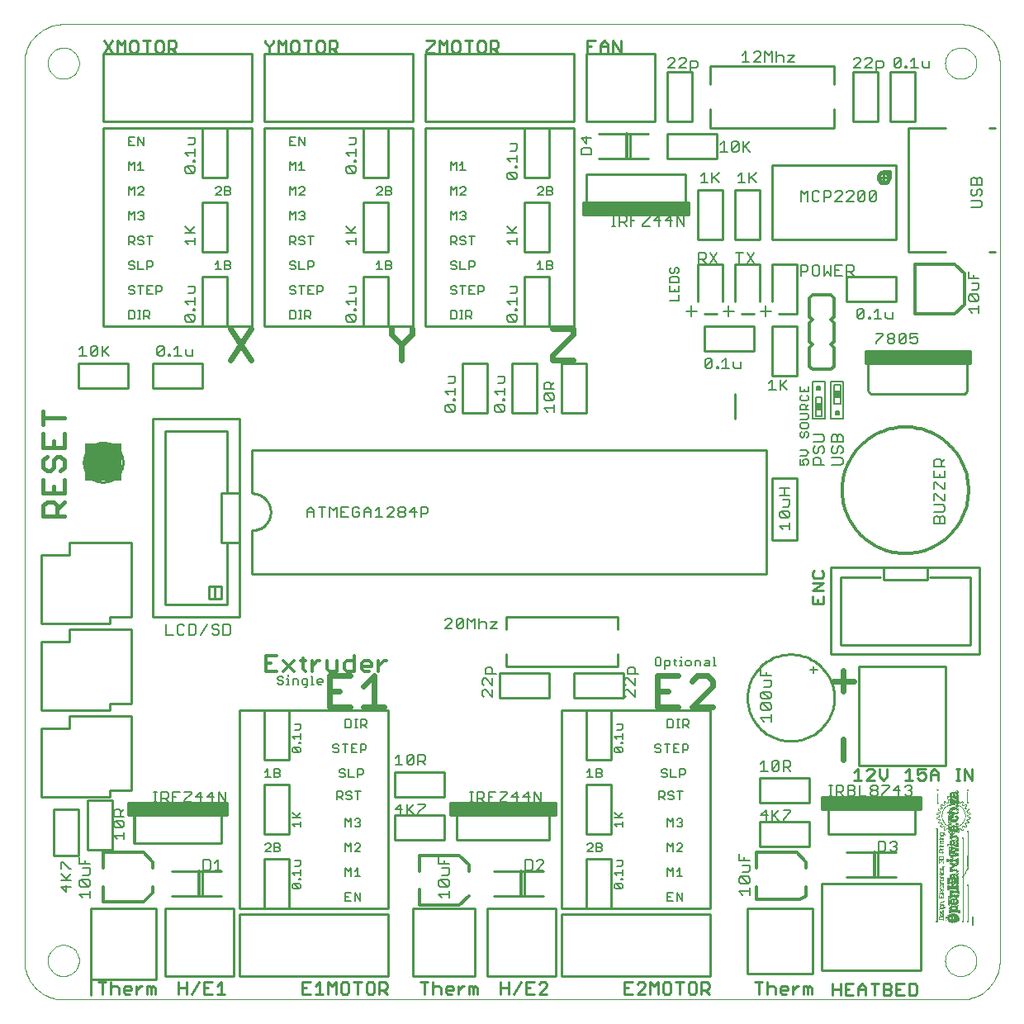
<source format=gto>
G75*
G70*
%OFA0B0*%
%FSLAX24Y24*%
%IPPOS*%
%LPD*%
%AMOC8*
5,1,8,0,0,1.08239X$1,22.5*
%
%ADD10C,0.0100*%
%ADD11C,0.0060*%
%ADD12C,0.0080*%
%ADD13C,0.0160*%
%ADD14C,0.0240*%
%ADD15C,0.0090*%
%ADD16R,0.4250X0.0500*%
%ADD17R,0.4000X0.0500*%
%ADD18R,0.1500X0.1250*%
%ADD19R,0.1500X0.0750*%
%ADD20C,0.0130*%
%ADD21C,0.0070*%
%ADD22C,0.0120*%
%ADD23R,0.0012X0.0012*%
%ADD24R,0.0012X0.0024*%
%ADD25R,0.0012X0.0035*%
%ADD26R,0.0012X0.0047*%
%ADD27R,0.0012X0.1217*%
%ADD28R,0.0012X0.0791*%
%ADD29R,0.0012X0.1512*%
%ADD30R,0.0012X0.1323*%
%ADD31R,0.0012X0.0059*%
%ADD32R,0.0012X0.0461*%
%ADD33R,0.0012X0.0189*%
%ADD34R,0.0012X0.0165*%
%ADD35R,0.0012X0.3425*%
%ADD36R,0.0012X0.2339*%
%ADD37R,0.0012X0.0142*%
%ADD38R,0.0012X0.0154*%
%ADD39R,0.0012X0.0106*%
%ADD40R,0.0012X0.0094*%
%ADD41R,0.0012X0.0177*%
%ADD42R,0.0012X0.0118*%
%ADD43R,0.0012X0.0201*%
%ADD44R,0.0012X0.0083*%
%ADD45R,0.0012X0.0354*%
%ADD46R,0.0012X0.0224*%
%ADD47R,0.0012X0.0331*%
%ADD48R,0.0012X0.0130*%
%ADD49R,0.0012X0.0071*%
%ADD50R,0.0012X0.0390*%
%ADD51R,0.0012X0.0260*%
%ADD52R,0.0012X0.0283*%
%ADD53R,0.0012X0.0402*%
%ADD54R,0.0012X0.0272*%
%ADD55R,0.0012X0.0343*%
%ADD56R,0.0012X0.0295*%
%ADD57R,0.0012X0.0236*%
%ADD58R,0.0012X0.0213*%
%ADD59R,0.0012X0.0248*%
%ADD60R,0.0012X0.0413*%
%ADD61R,0.0012X0.0307*%
%ADD62R,0.0012X0.0319*%
%ADD63R,0.0012X0.0366*%
%ADD64R,0.0012X0.0378*%
%ADD65R,0.0012X0.0425*%
%ADD66R,0.0012X0.3803*%
%ADD67C,0.0000*%
%ADD68C,0.0050*%
D10*
X007316Y003601D02*
X007316Y004226D01*
X007316Y007101D01*
X009941Y007101D01*
X009941Y004226D01*
X007316Y004226D01*
X010316Y004351D02*
X010316Y007101D01*
X013066Y007101D01*
X013066Y004351D01*
X010316Y004351D01*
X013316Y004351D02*
X013316Y006851D01*
X019316Y006851D01*
X019316Y004351D01*
X013316Y004351D01*
X013316Y007101D02*
X013316Y015101D01*
X014316Y015101D01*
X014316Y013101D01*
X015316Y013101D01*
X015316Y015101D01*
X019316Y015101D01*
X019316Y007101D01*
X015316Y007101D01*
X014316Y007101D01*
X014316Y009101D01*
X015316Y009101D01*
X015316Y007101D01*
X014316Y007101D02*
X013316Y007101D01*
X012566Y007601D02*
X011816Y007601D01*
X011816Y008601D01*
X012566Y008601D01*
X011816Y008601D02*
X011691Y008601D01*
X010566Y008601D01*
X010566Y007601D02*
X011691Y007601D01*
X011816Y007601D01*
X012566Y009726D02*
X012566Y010851D01*
X008816Y010851D01*
X008816Y011351D01*
X012816Y011351D01*
X012816Y010851D01*
X012566Y010851D01*
X012566Y009726D02*
X009066Y009726D01*
X008191Y009476D02*
X008191Y011476D01*
X007191Y011476D01*
X007191Y009476D01*
X008191Y009476D01*
X006816Y009226D02*
X005816Y009226D01*
X005816Y011101D01*
X006816Y011101D01*
X006816Y009226D01*
X008066Y011601D02*
X005316Y011601D01*
X005316Y014351D01*
X006441Y014351D01*
X006441Y014851D01*
X008941Y014851D01*
X008941Y011851D01*
X008066Y011851D01*
X008066Y011601D01*
X007566Y014851D02*
X006816Y014851D01*
X008066Y015101D02*
X005316Y015101D01*
X005316Y017851D01*
X006441Y017851D01*
X006441Y018351D01*
X008941Y018351D01*
X008941Y015351D01*
X008066Y015351D01*
X008066Y015101D01*
X007566Y018351D02*
X006816Y018351D01*
X008066Y018601D02*
X005316Y018601D01*
X005316Y021351D01*
X006441Y021351D01*
X006441Y021851D01*
X008941Y021851D01*
X008941Y018851D01*
X008066Y018851D01*
X008066Y018601D01*
X009816Y018851D02*
X009816Y026851D01*
X013316Y026851D01*
X013316Y023851D01*
X012566Y023851D01*
X012566Y021851D01*
X013316Y021851D01*
X013316Y018851D01*
X009816Y018851D01*
X010316Y019351D02*
X010316Y026351D01*
X012816Y026351D01*
X012816Y023851D01*
X013316Y023851D02*
X013316Y021851D01*
X012816Y021851D02*
X012816Y019351D01*
X010316Y019351D01*
X012066Y019601D02*
X012316Y019601D01*
X012316Y020101D01*
X012066Y020101D01*
X012066Y019601D01*
X012316Y019601D02*
X012566Y019601D01*
X012566Y020101D01*
X012316Y020101D01*
X013816Y020601D02*
X013816Y022351D01*
X013870Y022353D01*
X013923Y022359D01*
X013975Y022368D01*
X014027Y022381D01*
X014078Y022398D01*
X014128Y022419D01*
X014175Y022443D01*
X014221Y022470D01*
X014265Y022501D01*
X014307Y022534D01*
X014346Y022571D01*
X014383Y022610D01*
X014416Y022652D01*
X014447Y022696D01*
X014474Y022742D01*
X014498Y022789D01*
X014519Y022839D01*
X014536Y022890D01*
X014549Y022942D01*
X014558Y022994D01*
X014564Y023047D01*
X014566Y023101D01*
X014564Y023155D01*
X014558Y023208D01*
X014549Y023260D01*
X014536Y023312D01*
X014519Y023363D01*
X014498Y023413D01*
X014474Y023460D01*
X014447Y023506D01*
X014416Y023550D01*
X014383Y023592D01*
X014346Y023631D01*
X014307Y023668D01*
X014265Y023701D01*
X014221Y023732D01*
X014175Y023759D01*
X014128Y023783D01*
X014078Y023804D01*
X014027Y023821D01*
X013975Y023834D01*
X013923Y023843D01*
X013870Y023849D01*
X013816Y023851D01*
X013816Y025601D01*
X034566Y025601D01*
X034566Y020601D01*
X013816Y020601D01*
X014316Y015101D02*
X015316Y015101D01*
X015316Y012101D02*
X014316Y012101D01*
X014316Y010101D01*
X015316Y010101D01*
X015316Y012101D01*
X019566Y012601D02*
X019566Y011601D01*
X021566Y011601D01*
X021566Y012601D01*
X019566Y012601D01*
X019566Y010851D02*
X019566Y009851D01*
X021566Y009851D01*
X021566Y010851D01*
X019566Y010851D01*
X021816Y010851D02*
X021816Y011351D01*
X026066Y011351D01*
X026066Y010851D01*
X025816Y010851D01*
X025816Y009851D01*
X022066Y009851D01*
X022066Y010851D01*
X021816Y010851D01*
X022066Y010851D02*
X025816Y010851D01*
X027316Y010101D02*
X027316Y012101D01*
X028316Y012101D01*
X028316Y010101D01*
X027316Y010101D01*
X027316Y009101D02*
X028316Y009101D01*
X028316Y007101D01*
X027316Y007101D01*
X027316Y009101D01*
X025566Y008601D02*
X024816Y008601D01*
X024816Y007601D01*
X024691Y007601D01*
X023566Y007601D01*
X023316Y007101D02*
X023316Y004351D01*
X026066Y004351D01*
X026066Y007101D01*
X023316Y007101D01*
X022816Y007101D02*
X022816Y004351D01*
X020316Y004351D01*
X020316Y007101D01*
X022816Y007101D01*
X023566Y008601D02*
X024691Y008601D01*
X024816Y008601D01*
X024816Y007601D02*
X025566Y007601D01*
X026316Y007101D02*
X026316Y015101D01*
X027316Y015101D01*
X027316Y013101D01*
X028316Y013101D01*
X028316Y015101D01*
X032316Y015101D01*
X032316Y007101D01*
X028316Y007101D01*
X027316Y007101D02*
X026316Y007101D01*
X026316Y006851D02*
X032316Y006851D01*
X032316Y004351D01*
X026316Y004351D01*
X026316Y006851D01*
X033816Y007101D02*
X033816Y004476D01*
X036441Y004476D01*
X036441Y007101D01*
X033816Y007101D01*
X034316Y009601D02*
X036316Y009601D01*
X036316Y010601D01*
X034316Y010601D01*
X034316Y009601D01*
X034316Y011351D02*
X036316Y011351D01*
X036316Y012351D01*
X034316Y012351D01*
X034316Y011351D01*
X036816Y011101D02*
X036816Y011601D01*
X040816Y011601D01*
X040816Y011101D01*
X040566Y011101D01*
X040566Y010101D01*
X037066Y010101D01*
X037066Y011101D01*
X036816Y011101D01*
X037066Y011101D02*
X040566Y011101D01*
X039816Y009351D02*
X039066Y009351D01*
X039066Y008351D01*
X038941Y008351D01*
X037816Y008351D01*
X037816Y009351D02*
X038941Y009351D01*
X039066Y009351D01*
X039066Y008351D02*
X039816Y008351D01*
X040816Y008101D02*
X040816Y004601D01*
X036816Y004601D01*
X036816Y008101D01*
X040816Y008101D01*
X041816Y012851D02*
X038316Y012851D01*
X038316Y016851D01*
X041816Y016851D01*
X041816Y012851D01*
X043191Y017351D02*
X037191Y017351D01*
X037191Y020851D01*
X039316Y020851D01*
X039316Y020351D01*
X041066Y020351D01*
X041066Y020851D01*
X043191Y020851D01*
X043191Y017351D01*
X042816Y017726D02*
X037566Y017726D01*
X037566Y020476D01*
X039191Y020476D01*
X039316Y020851D02*
X041066Y020851D01*
X041191Y020476D02*
X042816Y020476D01*
X042816Y017726D01*
X036891Y019401D02*
X036891Y019708D01*
X036891Y019916D02*
X036430Y019916D01*
X036891Y020223D01*
X036430Y020223D01*
X036507Y020432D02*
X036814Y020432D01*
X036891Y020509D01*
X036891Y020662D01*
X036814Y020739D01*
X036507Y020739D02*
X036430Y020662D01*
X036430Y020509D01*
X036507Y020432D01*
X036430Y019708D02*
X036430Y019401D01*
X036891Y019401D01*
X036661Y019401D02*
X036661Y019554D01*
X035816Y021976D02*
X034816Y021976D01*
X034816Y024476D01*
X035816Y024476D01*
X035816Y021976D01*
X033316Y026851D02*
X033316Y027851D01*
X034816Y028601D02*
X035816Y028601D01*
X035816Y030601D01*
X034816Y030601D01*
X034816Y028601D01*
X034066Y029601D02*
X034066Y030601D01*
X032066Y030601D01*
X032066Y029601D01*
X034066Y029601D01*
X034066Y031101D02*
X033566Y031101D01*
X033316Y031601D02*
X033316Y033101D01*
X034316Y033101D01*
X034316Y031601D01*
X034816Y031601D02*
X034816Y033101D01*
X035816Y033101D01*
X035816Y031101D01*
X035066Y031101D01*
X032816Y031601D02*
X032816Y033101D01*
X031816Y033101D01*
X031816Y031601D01*
X032066Y031101D02*
X032566Y031101D01*
X032816Y034101D02*
X031816Y034101D01*
X031816Y036101D01*
X032816Y036101D01*
X032816Y034101D01*
X033316Y034101D02*
X033316Y036101D01*
X034316Y036101D01*
X034316Y034101D01*
X033316Y034101D01*
X034816Y034101D02*
X034816Y037101D01*
X039816Y037101D01*
X039816Y034101D01*
X034816Y034101D01*
X037816Y032601D02*
X037816Y031601D01*
X039816Y031601D01*
X039816Y032601D01*
X037816Y032601D01*
X040316Y033601D02*
X041816Y033601D01*
X040316Y033601D02*
X040316Y038601D01*
X041816Y038601D01*
X040566Y038851D02*
X040566Y040851D01*
X039566Y040851D01*
X039566Y038851D01*
X040566Y038851D01*
X039066Y038851D02*
X039066Y040851D01*
X038066Y040851D01*
X038066Y038851D01*
X039066Y038851D01*
X037316Y038601D02*
X032316Y038601D01*
X032316Y039351D01*
X031566Y038851D02*
X031566Y040851D01*
X030566Y040851D01*
X030566Y038851D01*
X031566Y038851D01*
X032566Y038351D02*
X030566Y038351D01*
X030566Y037351D01*
X032566Y037351D01*
X032566Y038351D01*
X032316Y040351D02*
X032316Y041101D01*
X037316Y041101D01*
X037316Y040351D01*
X037316Y039351D02*
X037316Y038601D01*
X039316Y036851D02*
X039566Y036601D01*
X039316Y036351D01*
X039066Y036601D01*
X039316Y036851D01*
X039566Y036851D01*
X039566Y036601D01*
X039316Y036601D01*
X039066Y036601D02*
X039068Y036632D01*
X039074Y036663D01*
X039084Y036693D01*
X039097Y036721D01*
X039114Y036748D01*
X039134Y036772D01*
X039157Y036794D01*
X039182Y036812D01*
X039210Y036827D01*
X039239Y036839D01*
X039269Y036847D01*
X039300Y036851D01*
X039332Y036851D01*
X039363Y036847D01*
X039393Y036839D01*
X039422Y036827D01*
X039450Y036812D01*
X039475Y036794D01*
X039498Y036772D01*
X039518Y036748D01*
X039535Y036721D01*
X039548Y036693D01*
X039558Y036663D01*
X039564Y036632D01*
X039566Y036601D01*
X039564Y036570D01*
X039558Y036539D01*
X039548Y036509D01*
X039535Y036481D01*
X039518Y036454D01*
X039498Y036430D01*
X039475Y036408D01*
X039450Y036390D01*
X039422Y036375D01*
X039393Y036363D01*
X039363Y036355D01*
X039332Y036351D01*
X039300Y036351D01*
X039269Y036355D01*
X039239Y036363D01*
X039210Y036375D01*
X039182Y036390D01*
X039157Y036408D01*
X039134Y036430D01*
X039114Y036454D01*
X039097Y036481D01*
X039084Y036509D01*
X039074Y036539D01*
X039068Y036570D01*
X039066Y036601D01*
X039316Y036601D01*
X039066Y036601D02*
X039068Y036632D01*
X039074Y036663D01*
X039084Y036693D01*
X039097Y036721D01*
X039114Y036748D01*
X039134Y036772D01*
X039157Y036794D01*
X039182Y036812D01*
X039210Y036827D01*
X039239Y036839D01*
X039269Y036847D01*
X039300Y036851D01*
X039332Y036851D01*
X039363Y036847D01*
X039393Y036839D01*
X039422Y036827D01*
X039450Y036812D01*
X039475Y036794D01*
X039498Y036772D01*
X039518Y036748D01*
X039535Y036721D01*
X039548Y036693D01*
X039558Y036663D01*
X039564Y036632D01*
X039566Y036601D01*
X039564Y036570D01*
X039558Y036539D01*
X039548Y036509D01*
X039535Y036481D01*
X039518Y036454D01*
X039498Y036430D01*
X039475Y036408D01*
X039450Y036390D01*
X039422Y036375D01*
X039393Y036363D01*
X039363Y036355D01*
X039332Y036351D01*
X039300Y036351D01*
X039269Y036355D01*
X039239Y036363D01*
X039210Y036375D01*
X039182Y036390D01*
X039157Y036408D01*
X039134Y036430D01*
X039114Y036454D01*
X039097Y036481D01*
X039084Y036509D01*
X039074Y036539D01*
X039068Y036570D01*
X039066Y036601D01*
X039316Y036601D02*
X039316Y036851D01*
X039316Y036601D02*
X039316Y036351D01*
X043566Y038601D02*
X043816Y038601D01*
X043816Y033601D02*
X043566Y033601D01*
X042816Y029601D02*
X038566Y029601D01*
X038566Y029101D01*
X042691Y029101D01*
X042816Y029101D01*
X042816Y029601D01*
X042691Y029101D02*
X042691Y027976D01*
X042595Y027880D01*
X042524Y027851D02*
X038816Y027851D01*
X038720Y027946D01*
X038691Y028017D02*
X038691Y029101D01*
X038691Y028017D02*
X038693Y027997D01*
X038699Y027979D01*
X038708Y027961D01*
X038720Y027946D01*
X042524Y027851D02*
X042544Y027853D01*
X042562Y027859D01*
X042580Y027868D01*
X042595Y027880D01*
X031441Y035101D02*
X027191Y035101D01*
X027191Y035601D01*
X027316Y035601D01*
X027316Y036726D01*
X031316Y036726D01*
X031316Y035601D01*
X031441Y035601D01*
X031441Y035101D01*
X031316Y035601D02*
X027316Y035601D01*
X025816Y035601D02*
X025816Y033601D01*
X024816Y033601D01*
X024816Y035601D01*
X025816Y035601D01*
X025816Y036601D02*
X024816Y036601D01*
X024816Y038601D01*
X020816Y038601D01*
X020816Y030601D01*
X024816Y030601D01*
X024816Y032601D01*
X025816Y032601D01*
X025816Y030601D01*
X026816Y030601D01*
X026816Y038601D01*
X025816Y038601D01*
X025816Y036601D01*
X025816Y038601D02*
X024816Y038601D01*
X026816Y038851D02*
X026816Y041601D01*
X020816Y041601D01*
X020816Y038851D01*
X026816Y038851D01*
X027316Y038851D02*
X027316Y041601D01*
X030066Y041601D01*
X030066Y038851D01*
X027316Y038851D01*
X027816Y038351D02*
X028941Y038351D01*
X029066Y038351D01*
X029066Y037351D01*
X029816Y037351D01*
X029066Y037351D02*
X028941Y037351D01*
X027816Y037351D01*
X029066Y038351D02*
X029816Y038351D01*
X025816Y030601D02*
X024816Y030601D01*
X025316Y029101D02*
X024316Y029101D01*
X024316Y027101D01*
X025316Y027101D01*
X025316Y029101D01*
X026316Y029101D02*
X026316Y027101D01*
X027316Y027101D01*
X027316Y029101D01*
X026316Y029101D01*
X023316Y029101D02*
X023316Y027101D01*
X022316Y027101D01*
X022316Y029101D01*
X023316Y029101D01*
X020316Y030601D02*
X020316Y038601D01*
X019316Y038601D01*
X019316Y036601D01*
X018316Y036601D01*
X018316Y038601D01*
X014316Y038601D01*
X014316Y030601D01*
X018316Y030601D01*
X018316Y032601D01*
X019316Y032601D01*
X019316Y030601D01*
X020316Y030601D01*
X019316Y030601D02*
X018316Y030601D01*
X018316Y033601D02*
X019316Y033601D01*
X019316Y035601D01*
X018316Y035601D01*
X018316Y033601D01*
X013816Y030601D02*
X012816Y030601D01*
X012816Y032601D01*
X011816Y032601D01*
X011816Y030601D01*
X012816Y030601D01*
X013816Y030601D02*
X013816Y038601D01*
X012816Y038601D01*
X012816Y036601D01*
X011816Y036601D01*
X011816Y038601D01*
X007816Y038601D01*
X007816Y030601D01*
X011816Y030601D01*
X011816Y029101D02*
X011816Y028101D01*
X009816Y028101D01*
X009816Y029101D01*
X011816Y029101D01*
X008816Y029101D02*
X008816Y028101D01*
X006816Y028101D01*
X006816Y029101D01*
X008816Y029101D01*
X007025Y025101D02*
X007027Y025157D01*
X007033Y025212D01*
X007043Y025267D01*
X007056Y025321D01*
X007074Y025374D01*
X007095Y025426D01*
X007120Y025476D01*
X007148Y025524D01*
X007179Y025570D01*
X007214Y025614D01*
X007252Y025655D01*
X007292Y025694D01*
X007335Y025729D01*
X007381Y025762D01*
X007429Y025791D01*
X007478Y025816D01*
X007529Y025838D01*
X007582Y025857D01*
X007636Y025871D01*
X007691Y025882D01*
X007746Y025889D01*
X007802Y025892D01*
X007858Y025891D01*
X007913Y025886D01*
X007969Y025877D01*
X008023Y025864D01*
X008076Y025848D01*
X008128Y025828D01*
X008179Y025804D01*
X008228Y025777D01*
X008274Y025746D01*
X008318Y025712D01*
X008360Y025675D01*
X008399Y025635D01*
X008436Y025593D01*
X008469Y025548D01*
X008499Y025501D01*
X008525Y025451D01*
X008548Y025400D01*
X008567Y025348D01*
X008583Y025294D01*
X008595Y025240D01*
X008603Y025185D01*
X008607Y025129D01*
X008607Y025073D01*
X008603Y025017D01*
X008595Y024962D01*
X008583Y024908D01*
X008567Y024854D01*
X008548Y024802D01*
X008525Y024751D01*
X008499Y024701D01*
X008469Y024654D01*
X008436Y024609D01*
X008399Y024567D01*
X008360Y024527D01*
X008318Y024490D01*
X008274Y024456D01*
X008228Y024425D01*
X008179Y024398D01*
X008128Y024374D01*
X008076Y024354D01*
X008023Y024338D01*
X007969Y024325D01*
X007913Y024316D01*
X007858Y024311D01*
X007802Y024310D01*
X007746Y024313D01*
X007691Y024320D01*
X007636Y024331D01*
X007582Y024345D01*
X007529Y024364D01*
X007478Y024386D01*
X007429Y024411D01*
X007381Y024440D01*
X007335Y024473D01*
X007292Y024508D01*
X007252Y024547D01*
X007214Y024588D01*
X007179Y024632D01*
X007148Y024678D01*
X007120Y024726D01*
X007095Y024776D01*
X007074Y024828D01*
X007056Y024881D01*
X007043Y024935D01*
X007033Y024990D01*
X007027Y025045D01*
X007025Y025101D01*
X006816Y021851D02*
X007566Y021851D01*
X011816Y033601D02*
X012816Y033601D01*
X012816Y035601D01*
X011816Y035601D01*
X011816Y033601D01*
X011816Y038601D02*
X012816Y038601D01*
X013816Y038851D02*
X013816Y041601D01*
X007816Y041601D01*
X007816Y038851D01*
X013816Y038851D01*
X014316Y038851D02*
X020316Y038851D01*
X020316Y041601D01*
X014316Y041601D01*
X014316Y038851D01*
X018316Y038601D02*
X019316Y038601D01*
X024066Y018851D02*
X024066Y018351D01*
X024066Y018851D02*
X028566Y018851D01*
X028566Y018351D01*
X028566Y017351D02*
X028566Y016851D01*
X024066Y016851D01*
X024066Y017351D01*
X023816Y016601D02*
X023816Y015601D01*
X025816Y015601D01*
X025816Y016601D01*
X023816Y016601D01*
X026816Y016601D02*
X026816Y015601D01*
X028816Y015601D01*
X028816Y016601D01*
X026816Y016601D01*
X027316Y015101D02*
X028316Y015101D01*
X033816Y015601D02*
X033818Y015687D01*
X033824Y015773D01*
X033835Y015858D01*
X033850Y015942D01*
X033868Y016026D01*
X033891Y016109D01*
X033918Y016191D01*
X033949Y016271D01*
X033984Y016349D01*
X034023Y016426D01*
X034065Y016501D01*
X034111Y016573D01*
X034160Y016643D01*
X034213Y016711D01*
X034269Y016776D01*
X034329Y016838D01*
X034391Y016898D01*
X034456Y016954D01*
X034524Y017007D01*
X034594Y017056D01*
X034666Y017102D01*
X034741Y017144D01*
X034818Y017183D01*
X034896Y017218D01*
X034976Y017249D01*
X035058Y017276D01*
X035141Y017299D01*
X035225Y017317D01*
X035309Y017332D01*
X035394Y017343D01*
X035480Y017349D01*
X035566Y017351D01*
X035652Y017349D01*
X035738Y017343D01*
X035823Y017332D01*
X035907Y017317D01*
X035991Y017299D01*
X036074Y017276D01*
X036156Y017249D01*
X036236Y017218D01*
X036314Y017183D01*
X036391Y017144D01*
X036466Y017102D01*
X036538Y017056D01*
X036608Y017007D01*
X036676Y016954D01*
X036741Y016898D01*
X036803Y016838D01*
X036863Y016776D01*
X036919Y016711D01*
X036972Y016643D01*
X037021Y016573D01*
X037067Y016501D01*
X037109Y016426D01*
X037148Y016349D01*
X037183Y016271D01*
X037214Y016191D01*
X037241Y016109D01*
X037264Y016026D01*
X037282Y015942D01*
X037297Y015858D01*
X037308Y015773D01*
X037314Y015687D01*
X037316Y015601D01*
X037314Y015515D01*
X037308Y015429D01*
X037297Y015344D01*
X037282Y015260D01*
X037264Y015176D01*
X037241Y015093D01*
X037214Y015011D01*
X037183Y014931D01*
X037148Y014853D01*
X037109Y014776D01*
X037067Y014701D01*
X037021Y014629D01*
X036972Y014559D01*
X036919Y014491D01*
X036863Y014426D01*
X036803Y014364D01*
X036741Y014304D01*
X036676Y014248D01*
X036608Y014195D01*
X036538Y014146D01*
X036466Y014100D01*
X036391Y014058D01*
X036314Y014019D01*
X036236Y013984D01*
X036156Y013953D01*
X036074Y013926D01*
X035991Y013903D01*
X035907Y013885D01*
X035823Y013870D01*
X035738Y013859D01*
X035652Y013853D01*
X035566Y013851D01*
X035480Y013853D01*
X035394Y013859D01*
X035309Y013870D01*
X035225Y013885D01*
X035141Y013903D01*
X035058Y013926D01*
X034976Y013953D01*
X034896Y013984D01*
X034818Y014019D01*
X034741Y014058D01*
X034666Y014100D01*
X034594Y014146D01*
X034524Y014195D01*
X034456Y014248D01*
X034391Y014304D01*
X034329Y014364D01*
X034269Y014426D01*
X034213Y014491D01*
X034160Y014559D01*
X034111Y014629D01*
X034065Y014701D01*
X034023Y014776D01*
X033984Y014853D01*
X033949Y014931D01*
X033918Y015011D01*
X033891Y015093D01*
X033868Y015176D01*
X033850Y015260D01*
X033835Y015344D01*
X033824Y015429D01*
X033818Y015515D01*
X033816Y015601D01*
D11*
X031436Y014664D02*
X031436Y014551D01*
X031380Y014494D01*
X031210Y014494D01*
X031323Y014494D02*
X031436Y014381D01*
X031210Y014381D02*
X031210Y014721D01*
X031380Y014721D01*
X031436Y014664D01*
X031077Y014721D02*
X030964Y014721D01*
X031021Y014721D02*
X031021Y014381D01*
X031077Y014381D02*
X030964Y014381D01*
X030823Y014437D02*
X030823Y014664D01*
X030766Y014721D01*
X030596Y014721D01*
X030596Y014381D01*
X030766Y014381D01*
X030823Y014437D01*
X030832Y013721D02*
X030832Y013381D01*
X031059Y013381D01*
X031201Y013381D02*
X031201Y013721D01*
X031371Y013721D01*
X031428Y013664D01*
X031428Y013551D01*
X031371Y013494D01*
X031201Y013494D01*
X030946Y013551D02*
X030832Y013551D01*
X030832Y013721D02*
X031059Y013721D01*
X030691Y013721D02*
X030464Y013721D01*
X030577Y013721D02*
X030577Y013381D01*
X030323Y013437D02*
X030266Y013381D01*
X030152Y013381D01*
X030096Y013437D01*
X030152Y013551D02*
X030266Y013551D01*
X030323Y013494D01*
X030323Y013437D01*
X030152Y013551D02*
X030096Y013608D01*
X030096Y013664D01*
X030152Y013721D01*
X030266Y013721D01*
X030323Y013664D01*
X030402Y012721D02*
X030346Y012664D01*
X030346Y012608D01*
X030402Y012551D01*
X030516Y012551D01*
X030573Y012494D01*
X030573Y012437D01*
X030516Y012381D01*
X030402Y012381D01*
X030346Y012437D01*
X030402Y012721D02*
X030516Y012721D01*
X030573Y012664D01*
X030714Y012721D02*
X030714Y012381D01*
X030941Y012381D01*
X031082Y012381D02*
X031082Y012721D01*
X031253Y012721D01*
X031309Y012664D01*
X031309Y012551D01*
X031253Y012494D01*
X031082Y012494D01*
X031091Y011821D02*
X031091Y011481D01*
X030836Y011537D02*
X030779Y011481D01*
X030666Y011481D01*
X030609Y011537D01*
X030666Y011651D02*
X030779Y011651D01*
X030836Y011594D01*
X030836Y011537D01*
X030666Y011651D02*
X030609Y011708D01*
X030609Y011764D01*
X030666Y011821D01*
X030779Y011821D01*
X030836Y011764D01*
X030977Y011821D02*
X031204Y011821D01*
X030468Y011764D02*
X030468Y011651D01*
X030411Y011594D01*
X030241Y011594D01*
X030354Y011594D02*
X030468Y011481D01*
X030241Y011481D02*
X030241Y011821D01*
X030411Y011821D01*
X030468Y011764D01*
X030596Y010721D02*
X030709Y010608D01*
X030823Y010721D01*
X030823Y010381D01*
X030964Y010437D02*
X031021Y010381D01*
X031134Y010381D01*
X031191Y010437D01*
X031191Y010494D01*
X031134Y010551D01*
X031077Y010551D01*
X031134Y010551D02*
X031191Y010608D01*
X031191Y010664D01*
X031134Y010721D01*
X031021Y010721D01*
X030964Y010664D01*
X030596Y010721D02*
X030596Y010381D01*
X030596Y009721D02*
X030709Y009608D01*
X030823Y009721D01*
X030823Y009381D01*
X030964Y009381D02*
X031191Y009608D01*
X031191Y009664D01*
X031134Y009721D01*
X031021Y009721D01*
X030964Y009664D01*
X030964Y009381D02*
X031191Y009381D01*
X030596Y009381D02*
X030596Y009721D01*
X030596Y008721D02*
X030709Y008608D01*
X030823Y008721D01*
X030823Y008381D01*
X030964Y008381D02*
X031191Y008381D01*
X031077Y008381D02*
X031077Y008721D01*
X030964Y008608D01*
X030596Y008721D02*
X030596Y008381D01*
X030596Y007721D02*
X030596Y007381D01*
X030823Y007381D01*
X030964Y007381D02*
X030964Y007721D01*
X031191Y007381D01*
X031191Y007721D01*
X030823Y007721D02*
X030596Y007721D01*
X030596Y007551D02*
X030709Y007551D01*
X028786Y007937D02*
X028729Y007881D01*
X028502Y008108D01*
X028729Y008108D01*
X028786Y008051D01*
X028786Y007937D01*
X028729Y007881D02*
X028502Y007881D01*
X028445Y007937D01*
X028445Y008051D01*
X028502Y008108D01*
X028729Y008249D02*
X028729Y008306D01*
X028786Y008306D01*
X028786Y008249D01*
X028729Y008249D01*
X028786Y008433D02*
X028786Y008660D01*
X028786Y008547D02*
X028445Y008547D01*
X028559Y008433D01*
X028559Y008801D02*
X028729Y008801D01*
X028786Y008858D01*
X028786Y009028D01*
X028559Y009028D01*
X027941Y009437D02*
X027884Y009381D01*
X027714Y009381D01*
X027714Y009721D01*
X027884Y009721D01*
X027941Y009664D01*
X027941Y009608D01*
X027884Y009551D01*
X027714Y009551D01*
X027573Y009608D02*
X027573Y009664D01*
X027516Y009721D01*
X027402Y009721D01*
X027346Y009664D01*
X027573Y009608D02*
X027346Y009381D01*
X027573Y009381D01*
X027884Y009551D02*
X027941Y009494D01*
X027941Y009437D01*
X028559Y010381D02*
X028445Y010494D01*
X028786Y010494D01*
X028786Y010381D02*
X028786Y010608D01*
X028786Y010749D02*
X028445Y010749D01*
X028616Y010806D02*
X028786Y010976D01*
X028672Y010749D02*
X028445Y010976D01*
X027884Y012381D02*
X027714Y012381D01*
X027714Y012721D01*
X027884Y012721D01*
X027941Y012664D01*
X027941Y012608D01*
X027884Y012551D01*
X027714Y012551D01*
X027884Y012551D02*
X027941Y012494D01*
X027941Y012437D01*
X027884Y012381D01*
X027573Y012381D02*
X027346Y012381D01*
X027459Y012381D02*
X027459Y012721D01*
X027346Y012608D01*
X028445Y013437D02*
X028445Y013551D01*
X028502Y013608D01*
X028729Y013381D01*
X028786Y013437D01*
X028786Y013551D01*
X028729Y013608D01*
X028502Y013608D01*
X028445Y013437D02*
X028502Y013381D01*
X028729Y013381D01*
X028729Y013749D02*
X028729Y013806D01*
X028786Y013806D01*
X028786Y013749D01*
X028729Y013749D01*
X028786Y013933D02*
X028786Y014160D01*
X028786Y014047D02*
X028445Y014047D01*
X028559Y013933D01*
X028559Y014301D02*
X028729Y014301D01*
X028786Y014358D01*
X028786Y014528D01*
X028559Y014528D01*
X018436Y014551D02*
X018380Y014494D01*
X018210Y014494D01*
X018323Y014494D02*
X018436Y014381D01*
X018436Y014551D02*
X018436Y014664D01*
X018380Y014721D01*
X018210Y014721D01*
X018210Y014381D01*
X018077Y014381D02*
X017964Y014381D01*
X018021Y014381D02*
X018021Y014721D01*
X018077Y014721D02*
X017964Y014721D01*
X017823Y014664D02*
X017766Y014721D01*
X017596Y014721D01*
X017596Y014381D01*
X017766Y014381D01*
X017823Y014437D01*
X017823Y014664D01*
X017832Y013721D02*
X017832Y013381D01*
X018059Y013381D01*
X018201Y013381D02*
X018201Y013721D01*
X018371Y013721D01*
X018428Y013664D01*
X018428Y013551D01*
X018371Y013494D01*
X018201Y013494D01*
X017946Y013551D02*
X017832Y013551D01*
X017832Y013721D02*
X018059Y013721D01*
X017691Y013721D02*
X017464Y013721D01*
X017577Y013721D02*
X017577Y013381D01*
X017323Y013437D02*
X017266Y013381D01*
X017152Y013381D01*
X017096Y013437D01*
X017152Y013551D02*
X017266Y013551D01*
X017323Y013494D01*
X017323Y013437D01*
X017152Y013551D02*
X017096Y013608D01*
X017096Y013664D01*
X017152Y013721D01*
X017266Y013721D01*
X017323Y013664D01*
X017402Y012721D02*
X017346Y012664D01*
X017346Y012608D01*
X017402Y012551D01*
X017516Y012551D01*
X017573Y012494D01*
X017573Y012437D01*
X017516Y012381D01*
X017402Y012381D01*
X017346Y012437D01*
X017402Y012721D02*
X017516Y012721D01*
X017573Y012664D01*
X017714Y012721D02*
X017714Y012381D01*
X017941Y012381D01*
X018082Y012381D02*
X018082Y012721D01*
X018253Y012721D01*
X018309Y012664D01*
X018309Y012551D01*
X018253Y012494D01*
X018082Y012494D01*
X018091Y011821D02*
X018091Y011481D01*
X017836Y011537D02*
X017779Y011481D01*
X017666Y011481D01*
X017609Y011537D01*
X017666Y011651D02*
X017779Y011651D01*
X017836Y011594D01*
X017836Y011537D01*
X017666Y011651D02*
X017609Y011708D01*
X017609Y011764D01*
X017666Y011821D01*
X017779Y011821D01*
X017836Y011764D01*
X017977Y011821D02*
X018204Y011821D01*
X017468Y011764D02*
X017468Y011651D01*
X017411Y011594D01*
X017241Y011594D01*
X017354Y011594D02*
X017468Y011481D01*
X017241Y011481D02*
X017241Y011821D01*
X017411Y011821D01*
X017468Y011764D01*
X017596Y010721D02*
X017709Y010608D01*
X017823Y010721D01*
X017823Y010381D01*
X017964Y010437D02*
X018021Y010381D01*
X018134Y010381D01*
X018191Y010437D01*
X018191Y010494D01*
X018134Y010551D01*
X018077Y010551D01*
X018134Y010551D02*
X018191Y010608D01*
X018191Y010664D01*
X018134Y010721D01*
X018021Y010721D01*
X017964Y010664D01*
X017596Y010721D02*
X017596Y010381D01*
X017596Y009721D02*
X017709Y009608D01*
X017823Y009721D01*
X017823Y009381D01*
X017964Y009381D02*
X018191Y009608D01*
X018191Y009664D01*
X018134Y009721D01*
X018021Y009721D01*
X017964Y009664D01*
X017964Y009381D02*
X018191Y009381D01*
X017596Y009381D02*
X017596Y009721D01*
X017596Y008721D02*
X017709Y008608D01*
X017823Y008721D01*
X017823Y008381D01*
X017964Y008381D02*
X018191Y008381D01*
X018077Y008381D02*
X018077Y008721D01*
X017964Y008608D01*
X017596Y008721D02*
X017596Y008381D01*
X017596Y007721D02*
X017596Y007381D01*
X017823Y007381D01*
X017964Y007381D02*
X017964Y007721D01*
X018191Y007381D01*
X018191Y007721D01*
X017823Y007721D02*
X017596Y007721D01*
X017596Y007551D02*
X017709Y007551D01*
X015786Y007937D02*
X015729Y007881D01*
X015502Y008108D01*
X015729Y008108D01*
X015786Y008051D01*
X015786Y007937D01*
X015729Y007881D02*
X015502Y007881D01*
X015445Y007937D01*
X015445Y008051D01*
X015502Y008108D01*
X015729Y008249D02*
X015729Y008306D01*
X015786Y008306D01*
X015786Y008249D01*
X015729Y008249D01*
X015786Y008433D02*
X015786Y008660D01*
X015786Y008547D02*
X015445Y008547D01*
X015559Y008433D01*
X015559Y008801D02*
X015729Y008801D01*
X015786Y008858D01*
X015786Y009028D01*
X015559Y009028D01*
X014941Y009437D02*
X014884Y009381D01*
X014714Y009381D01*
X014714Y009721D01*
X014884Y009721D01*
X014941Y009664D01*
X014941Y009608D01*
X014884Y009551D01*
X014714Y009551D01*
X014573Y009608D02*
X014346Y009381D01*
X014573Y009381D01*
X014573Y009608D02*
X014573Y009664D01*
X014516Y009721D01*
X014402Y009721D01*
X014346Y009664D01*
X014884Y009551D02*
X014941Y009494D01*
X014941Y009437D01*
X015559Y010381D02*
X015445Y010494D01*
X015786Y010494D01*
X015786Y010381D02*
X015786Y010608D01*
X015786Y010749D02*
X015445Y010749D01*
X015616Y010806D02*
X015786Y010976D01*
X015672Y010749D02*
X015445Y010976D01*
X014884Y012381D02*
X014714Y012381D01*
X014714Y012721D01*
X014884Y012721D01*
X014941Y012664D01*
X014941Y012608D01*
X014884Y012551D01*
X014714Y012551D01*
X014884Y012551D02*
X014941Y012494D01*
X014941Y012437D01*
X014884Y012381D01*
X014573Y012381D02*
X014346Y012381D01*
X014459Y012381D02*
X014459Y012721D01*
X014346Y012608D01*
X015445Y013437D02*
X015445Y013551D01*
X015502Y013608D01*
X015729Y013381D01*
X015786Y013437D01*
X015786Y013551D01*
X015729Y013608D01*
X015502Y013608D01*
X015445Y013437D02*
X015502Y013381D01*
X015729Y013381D01*
X015729Y013749D02*
X015729Y013806D01*
X015786Y013806D01*
X015786Y013749D01*
X015729Y013749D01*
X015786Y013933D02*
X015786Y014160D01*
X015786Y014047D02*
X015445Y014047D01*
X015559Y013933D01*
X015559Y014301D02*
X015729Y014301D01*
X015786Y014358D01*
X015786Y014528D01*
X015559Y014528D01*
X015516Y030881D02*
X015573Y030937D01*
X015573Y031164D01*
X015516Y031221D01*
X015346Y031221D01*
X015346Y030881D01*
X015516Y030881D01*
X015714Y030881D02*
X015827Y030881D01*
X015771Y030881D02*
X015771Y031221D01*
X015827Y031221D02*
X015714Y031221D01*
X015960Y031221D02*
X016130Y031221D01*
X016186Y031164D01*
X016186Y031051D01*
X016130Y030994D01*
X015960Y030994D01*
X016073Y030994D02*
X016186Y030881D01*
X015960Y030881D02*
X015960Y031221D01*
X016082Y031881D02*
X016309Y031881D01*
X016451Y031881D02*
X016451Y032221D01*
X016621Y032221D01*
X016678Y032164D01*
X016678Y032051D01*
X016621Y031994D01*
X016451Y031994D01*
X016196Y032051D02*
X016082Y032051D01*
X016082Y032221D02*
X016082Y031881D01*
X015827Y031881D02*
X015827Y032221D01*
X015714Y032221D02*
X015941Y032221D01*
X016082Y032221D02*
X016309Y032221D01*
X016082Y032881D02*
X016082Y033221D01*
X016253Y033221D01*
X016309Y033164D01*
X016309Y033051D01*
X016253Y032994D01*
X016082Y032994D01*
X015941Y032881D02*
X015714Y032881D01*
X015714Y033221D01*
X015573Y033164D02*
X015516Y033221D01*
X015402Y033221D01*
X015346Y033164D01*
X015346Y033108D01*
X015402Y033051D01*
X015516Y033051D01*
X015573Y032994D01*
X015573Y032937D01*
X015516Y032881D01*
X015402Y032881D01*
X015346Y032937D01*
X015402Y032221D02*
X015346Y032164D01*
X015346Y032108D01*
X015402Y032051D01*
X015516Y032051D01*
X015573Y031994D01*
X015573Y031937D01*
X015516Y031881D01*
X015402Y031881D01*
X015346Y031937D01*
X015402Y032221D02*
X015516Y032221D01*
X015573Y032164D01*
X015573Y033881D02*
X015459Y033994D01*
X015516Y033994D02*
X015346Y033994D01*
X015346Y033881D02*
X015346Y034221D01*
X015516Y034221D01*
X015573Y034164D01*
X015573Y034051D01*
X015516Y033994D01*
X015714Y033937D02*
X015771Y033881D01*
X015884Y033881D01*
X015941Y033937D01*
X015941Y033994D01*
X015884Y034051D01*
X015771Y034051D01*
X015714Y034108D01*
X015714Y034164D01*
X015771Y034221D01*
X015884Y034221D01*
X015941Y034164D01*
X016082Y034221D02*
X016309Y034221D01*
X016196Y034221D02*
X016196Y033881D01*
X015884Y034881D02*
X015771Y034881D01*
X015714Y034937D01*
X015573Y034881D02*
X015573Y035221D01*
X015459Y035108D01*
X015346Y035221D01*
X015346Y034881D01*
X015714Y035164D02*
X015771Y035221D01*
X015884Y035221D01*
X015941Y035164D01*
X015941Y035108D01*
X015884Y035051D01*
X015941Y034994D01*
X015941Y034937D01*
X015884Y034881D01*
X015884Y035051D02*
X015827Y035051D01*
X015714Y035881D02*
X015941Y036108D01*
X015941Y036164D01*
X015884Y036221D01*
X015771Y036221D01*
X015714Y036164D01*
X015573Y036221D02*
X015573Y035881D01*
X015714Y035881D02*
X015941Y035881D01*
X015573Y036221D02*
X015459Y036108D01*
X015346Y036221D01*
X015346Y035881D01*
X015346Y036881D02*
X015346Y037221D01*
X015459Y037108D01*
X015573Y037221D01*
X015573Y036881D01*
X015714Y036881D02*
X015941Y036881D01*
X015827Y036881D02*
X015827Y037221D01*
X015714Y037108D01*
X015714Y037881D02*
X015714Y038221D01*
X015941Y037881D01*
X015941Y038221D01*
X015573Y038221D02*
X015346Y038221D01*
X015346Y037881D01*
X015573Y037881D01*
X015459Y038051D02*
X015346Y038051D01*
X012941Y036164D02*
X012941Y036108D01*
X012884Y036051D01*
X012714Y036051D01*
X012573Y036108D02*
X012573Y036164D01*
X012516Y036221D01*
X012402Y036221D01*
X012346Y036164D01*
X012573Y036108D02*
X012346Y035881D01*
X012573Y035881D01*
X012714Y035881D02*
X012884Y035881D01*
X012941Y035937D01*
X012941Y035994D01*
X012884Y036051D01*
X012941Y036164D02*
X012884Y036221D01*
X012714Y036221D01*
X012714Y035881D01*
X012714Y033221D02*
X012884Y033221D01*
X012941Y033164D01*
X012941Y033108D01*
X012884Y033051D01*
X012714Y033051D01*
X012714Y032881D02*
X012714Y033221D01*
X012884Y033051D02*
X012941Y032994D01*
X012941Y032937D01*
X012884Y032881D01*
X012714Y032881D01*
X012573Y032881D02*
X012346Y032881D01*
X012459Y032881D02*
X012459Y033221D01*
X012346Y033108D01*
X010178Y032164D02*
X010178Y032051D01*
X010121Y031994D01*
X009951Y031994D01*
X009951Y031881D02*
X009951Y032221D01*
X010121Y032221D01*
X010178Y032164D01*
X009809Y032221D02*
X009582Y032221D01*
X009582Y031881D01*
X009809Y031881D01*
X009696Y032051D02*
X009582Y032051D01*
X009441Y032221D02*
X009214Y032221D01*
X009327Y032221D02*
X009327Y031881D01*
X009073Y031937D02*
X009016Y031881D01*
X008902Y031881D01*
X008846Y031937D01*
X008902Y032051D02*
X009016Y032051D01*
X009073Y031994D01*
X009073Y031937D01*
X008902Y032051D02*
X008846Y032108D01*
X008846Y032164D01*
X008902Y032221D01*
X009016Y032221D01*
X009073Y032164D01*
X009016Y032881D02*
X008902Y032881D01*
X008846Y032937D01*
X008902Y033051D02*
X009016Y033051D01*
X009073Y032994D01*
X009073Y032937D01*
X009016Y032881D01*
X009214Y032881D02*
X009441Y032881D01*
X009582Y032881D02*
X009582Y033221D01*
X009753Y033221D01*
X009809Y033164D01*
X009809Y033051D01*
X009753Y032994D01*
X009582Y032994D01*
X009214Y032881D02*
X009214Y033221D01*
X009073Y033164D02*
X009016Y033221D01*
X008902Y033221D01*
X008846Y033164D01*
X008846Y033108D01*
X008902Y033051D01*
X008846Y033881D02*
X008846Y034221D01*
X009016Y034221D01*
X009073Y034164D01*
X009073Y034051D01*
X009016Y033994D01*
X008846Y033994D01*
X008959Y033994D02*
X009073Y033881D01*
X009214Y033937D02*
X009271Y033881D01*
X009384Y033881D01*
X009441Y033937D01*
X009441Y033994D01*
X009384Y034051D01*
X009271Y034051D01*
X009214Y034108D01*
X009214Y034164D01*
X009271Y034221D01*
X009384Y034221D01*
X009441Y034164D01*
X009582Y034221D02*
X009809Y034221D01*
X009696Y034221D02*
X009696Y033881D01*
X009384Y034881D02*
X009271Y034881D01*
X009214Y034937D01*
X009073Y034881D02*
X009073Y035221D01*
X008959Y035108D01*
X008846Y035221D01*
X008846Y034881D01*
X009214Y035164D02*
X009271Y035221D01*
X009384Y035221D01*
X009441Y035164D01*
X009441Y035108D01*
X009384Y035051D01*
X009441Y034994D01*
X009441Y034937D01*
X009384Y034881D01*
X009384Y035051D02*
X009327Y035051D01*
X009214Y035881D02*
X009441Y036108D01*
X009441Y036164D01*
X009384Y036221D01*
X009271Y036221D01*
X009214Y036164D01*
X009073Y036221D02*
X009073Y035881D01*
X009214Y035881D02*
X009441Y035881D01*
X009073Y036221D02*
X008959Y036108D01*
X008846Y036221D01*
X008846Y035881D01*
X008846Y036881D02*
X008846Y037221D01*
X008959Y037108D01*
X009073Y037221D01*
X009073Y036881D01*
X009214Y036881D02*
X009441Y036881D01*
X009327Y036881D02*
X009327Y037221D01*
X009214Y037108D01*
X009214Y037881D02*
X009214Y038221D01*
X009441Y037881D01*
X009441Y038221D01*
X009073Y038221D02*
X008846Y038221D01*
X008846Y037881D01*
X009073Y037881D01*
X008959Y038051D02*
X008846Y038051D01*
X008846Y031221D02*
X009016Y031221D01*
X009073Y031164D01*
X009073Y030937D01*
X009016Y030881D01*
X008846Y030881D01*
X008846Y031221D01*
X009214Y031221D02*
X009327Y031221D01*
X009271Y031221D02*
X009271Y030881D01*
X009327Y030881D02*
X009214Y030881D01*
X009460Y030881D02*
X009460Y031221D01*
X009630Y031221D01*
X009686Y031164D01*
X009686Y031051D01*
X009630Y030994D01*
X009460Y030994D01*
X009573Y030994D02*
X009686Y030881D01*
X018846Y032881D02*
X019073Y032881D01*
X018959Y032881D02*
X018959Y033221D01*
X018846Y033108D01*
X019214Y033051D02*
X019384Y033051D01*
X019441Y032994D01*
X019441Y032937D01*
X019384Y032881D01*
X019214Y032881D01*
X019214Y033221D01*
X019384Y033221D01*
X019441Y033164D01*
X019441Y033108D01*
X019384Y033051D01*
X021846Y033108D02*
X021902Y033051D01*
X022016Y033051D01*
X022073Y032994D01*
X022073Y032937D01*
X022016Y032881D01*
X021902Y032881D01*
X021846Y032937D01*
X021846Y033108D02*
X021846Y033164D01*
X021902Y033221D01*
X022016Y033221D01*
X022073Y033164D01*
X022214Y033221D02*
X022214Y032881D01*
X022441Y032881D01*
X022582Y032881D02*
X022582Y033221D01*
X022753Y033221D01*
X022809Y033164D01*
X022809Y033051D01*
X022753Y032994D01*
X022582Y032994D01*
X022582Y032221D02*
X022582Y031881D01*
X022809Y031881D01*
X022951Y031881D02*
X022951Y032221D01*
X023121Y032221D01*
X023178Y032164D01*
X023178Y032051D01*
X023121Y031994D01*
X022951Y031994D01*
X022696Y032051D02*
X022582Y032051D01*
X022582Y032221D02*
X022809Y032221D01*
X022441Y032221D02*
X022214Y032221D01*
X022327Y032221D02*
X022327Y031881D01*
X022073Y031937D02*
X022016Y031881D01*
X021902Y031881D01*
X021846Y031937D01*
X021902Y032051D02*
X022016Y032051D01*
X022073Y031994D01*
X022073Y031937D01*
X021902Y032051D02*
X021846Y032108D01*
X021846Y032164D01*
X021902Y032221D01*
X022016Y032221D01*
X022073Y032164D01*
X022016Y031221D02*
X021846Y031221D01*
X021846Y030881D01*
X022016Y030881D01*
X022073Y030937D01*
X022073Y031164D01*
X022016Y031221D01*
X022214Y031221D02*
X022327Y031221D01*
X022271Y031221D02*
X022271Y030881D01*
X022327Y030881D02*
X022214Y030881D01*
X022460Y030881D02*
X022460Y031221D01*
X022630Y031221D01*
X022686Y031164D01*
X022686Y031051D01*
X022630Y030994D01*
X022460Y030994D01*
X022573Y030994D02*
X022686Y030881D01*
X025346Y032881D02*
X025573Y032881D01*
X025459Y032881D02*
X025459Y033221D01*
X025346Y033108D01*
X025714Y033051D02*
X025884Y033051D01*
X025941Y032994D01*
X025941Y032937D01*
X025884Y032881D01*
X025714Y032881D01*
X025714Y033221D01*
X025884Y033221D01*
X025941Y033164D01*
X025941Y033108D01*
X025884Y033051D01*
X025884Y035881D02*
X025714Y035881D01*
X025714Y036221D01*
X025884Y036221D01*
X025941Y036164D01*
X025941Y036108D01*
X025884Y036051D01*
X025714Y036051D01*
X025573Y036108D02*
X025573Y036164D01*
X025516Y036221D01*
X025402Y036221D01*
X025346Y036164D01*
X025573Y036108D02*
X025346Y035881D01*
X025573Y035881D01*
X025884Y035881D02*
X025941Y035937D01*
X025941Y035994D01*
X025884Y036051D01*
X022441Y036108D02*
X022441Y036164D01*
X022384Y036221D01*
X022271Y036221D01*
X022214Y036164D01*
X022073Y036221D02*
X022073Y035881D01*
X022214Y035881D02*
X022441Y036108D01*
X022441Y035881D02*
X022214Y035881D01*
X021959Y036108D02*
X022073Y036221D01*
X021959Y036108D02*
X021846Y036221D01*
X021846Y035881D01*
X021846Y035221D02*
X021959Y035108D01*
X022073Y035221D01*
X022073Y034881D01*
X022214Y034937D02*
X022271Y034881D01*
X022384Y034881D01*
X022441Y034937D01*
X022441Y034994D01*
X022384Y035051D01*
X022327Y035051D01*
X022384Y035051D02*
X022441Y035108D01*
X022441Y035164D01*
X022384Y035221D01*
X022271Y035221D01*
X022214Y035164D01*
X021846Y035221D02*
X021846Y034881D01*
X021846Y034221D02*
X022016Y034221D01*
X022073Y034164D01*
X022073Y034051D01*
X022016Y033994D01*
X021846Y033994D01*
X021959Y033994D02*
X022073Y033881D01*
X022214Y033937D02*
X022271Y033881D01*
X022384Y033881D01*
X022441Y033937D01*
X022441Y033994D01*
X022384Y034051D01*
X022271Y034051D01*
X022214Y034108D01*
X022214Y034164D01*
X022271Y034221D01*
X022384Y034221D01*
X022441Y034164D01*
X022582Y034221D02*
X022809Y034221D01*
X022696Y034221D02*
X022696Y033881D01*
X021846Y033881D02*
X021846Y034221D01*
X019441Y035937D02*
X019384Y035881D01*
X019214Y035881D01*
X019214Y036221D01*
X019384Y036221D01*
X019441Y036164D01*
X019441Y036108D01*
X019384Y036051D01*
X019214Y036051D01*
X019073Y036108D02*
X019073Y036164D01*
X019016Y036221D01*
X018902Y036221D01*
X018846Y036164D01*
X019073Y036108D02*
X018846Y035881D01*
X019073Y035881D01*
X019384Y036051D02*
X019441Y035994D01*
X019441Y035937D01*
X021846Y036881D02*
X021846Y037221D01*
X021959Y037108D01*
X022073Y037221D01*
X022073Y036881D01*
X022214Y036881D02*
X022441Y036881D01*
X022327Y036881D02*
X022327Y037221D01*
X022214Y037108D01*
X030695Y032906D02*
X030695Y032792D01*
X030752Y032736D01*
X030809Y032736D01*
X030866Y032792D01*
X030866Y032906D01*
X030922Y032962D01*
X030979Y032962D01*
X031036Y032906D01*
X031036Y032792D01*
X030979Y032736D01*
X030979Y032594D02*
X030752Y032594D01*
X030695Y032537D01*
X030695Y032367D01*
X031036Y032367D01*
X031036Y032537D01*
X030979Y032594D01*
X031036Y032226D02*
X031036Y031999D01*
X030695Y031999D01*
X030695Y032226D01*
X030866Y032112D02*
X030866Y031999D01*
X031036Y031858D02*
X031036Y031631D01*
X030695Y031631D01*
X031346Y031201D02*
X031773Y031201D01*
X031559Y031414D02*
X031559Y030987D01*
X032846Y031201D02*
X033273Y031201D01*
X033059Y031414D02*
X033059Y030987D01*
X034346Y031201D02*
X034773Y031201D01*
X034559Y031414D02*
X034559Y030987D01*
X035945Y028179D02*
X035945Y027952D01*
X036286Y027952D01*
X036286Y028179D01*
X036116Y028066D02*
X036116Y027952D01*
X036229Y027811D02*
X036286Y027754D01*
X036286Y027641D01*
X036229Y027584D01*
X036002Y027584D01*
X035945Y027641D01*
X035945Y027754D01*
X036002Y027811D01*
X036002Y027442D02*
X036116Y027442D01*
X036172Y027386D01*
X036172Y027216D01*
X036172Y027329D02*
X036286Y027442D01*
X036286Y027216D02*
X035945Y027216D01*
X035945Y027386D01*
X036002Y027442D01*
X035945Y027074D02*
X036229Y027074D01*
X036286Y027017D01*
X036286Y026904D01*
X036229Y026847D01*
X035945Y026847D01*
X036002Y026706D02*
X035945Y026649D01*
X035945Y026536D01*
X036002Y026479D01*
X036229Y026479D01*
X036286Y026536D01*
X036286Y026649D01*
X036229Y026706D01*
X036002Y026706D01*
X036002Y026337D02*
X035945Y026281D01*
X035945Y026167D01*
X036002Y026111D01*
X036059Y026111D01*
X036116Y026167D01*
X036116Y026281D01*
X036172Y026337D01*
X036229Y026337D01*
X036286Y026281D01*
X036286Y026167D01*
X036229Y026111D01*
X036172Y025601D02*
X035945Y025601D01*
X035945Y025374D02*
X036172Y025374D01*
X036286Y025487D01*
X036172Y025601D01*
X036116Y025233D02*
X036059Y025176D01*
X036059Y025119D01*
X036116Y025006D01*
X035945Y025006D01*
X035945Y025233D01*
X036116Y025233D02*
X036229Y025233D01*
X036286Y025176D01*
X036286Y025062D01*
X036229Y025006D01*
X030695Y032906D02*
X030752Y032962D01*
D12*
X031856Y033141D02*
X031856Y033561D01*
X032066Y033561D01*
X032136Y033491D01*
X032136Y033351D01*
X032066Y033281D01*
X031856Y033281D01*
X031996Y033281D02*
X032136Y033141D01*
X032316Y033141D02*
X032596Y033561D01*
X032316Y033561D02*
X032596Y033141D01*
X033356Y033561D02*
X033636Y033561D01*
X033496Y033561D02*
X033496Y033141D01*
X033816Y033141D02*
X034096Y033561D01*
X033816Y033561D02*
X034096Y033141D01*
X035981Y033061D02*
X035981Y032641D01*
X035981Y032781D02*
X036191Y032781D01*
X036261Y032851D01*
X036261Y032991D01*
X036191Y033061D01*
X035981Y033061D01*
X036441Y032991D02*
X036441Y032711D01*
X036511Y032641D01*
X036651Y032641D01*
X036721Y032711D01*
X036721Y032991D01*
X036651Y033061D01*
X036511Y033061D01*
X036441Y032991D01*
X036902Y033061D02*
X036902Y032641D01*
X037042Y032781D01*
X037182Y032641D01*
X037182Y033061D01*
X037362Y033061D02*
X037362Y032641D01*
X037642Y032641D01*
X037822Y032641D02*
X037822Y033061D01*
X038032Y033061D01*
X038103Y032991D01*
X038103Y032851D01*
X038032Y032781D01*
X037822Y032781D01*
X037962Y032781D02*
X038103Y032641D01*
X037642Y033061D02*
X037362Y033061D01*
X037362Y032851D02*
X037502Y032851D01*
X038314Y031311D02*
X038455Y031311D01*
X038525Y031241D01*
X038244Y030961D01*
X038314Y030891D01*
X038455Y030891D01*
X038525Y030961D01*
X038525Y031241D01*
X038314Y031311D02*
X038244Y031241D01*
X038244Y030961D01*
X038705Y030961D02*
X038775Y030961D01*
X038775Y030891D01*
X038705Y030891D01*
X038705Y030961D01*
X038935Y030891D02*
X039215Y030891D01*
X039075Y030891D02*
X039075Y031311D01*
X038935Y031171D01*
X039395Y031171D02*
X039395Y030961D01*
X039465Y030891D01*
X039676Y030891D01*
X039676Y031171D01*
X039685Y030311D02*
X039755Y030241D01*
X039755Y030171D01*
X039685Y030101D01*
X039545Y030101D01*
X039475Y030171D01*
X039475Y030241D01*
X039545Y030311D01*
X039685Y030311D01*
X039685Y030101D02*
X039755Y030031D01*
X039755Y029961D01*
X039685Y029891D01*
X039545Y029891D01*
X039475Y029961D01*
X039475Y030031D01*
X039545Y030101D01*
X039294Y030241D02*
X039014Y029961D01*
X039014Y029891D01*
X039014Y030311D02*
X039294Y030311D01*
X039294Y030241D01*
X039935Y030241D02*
X040005Y030311D01*
X040145Y030311D01*
X040215Y030241D01*
X039935Y029961D01*
X040005Y029891D01*
X040145Y029891D01*
X040215Y029961D01*
X040215Y030241D01*
X040395Y030311D02*
X040395Y030101D01*
X040535Y030171D01*
X040606Y030171D01*
X040676Y030101D01*
X040676Y029961D01*
X040606Y029891D01*
X040465Y029891D01*
X040395Y029961D01*
X040395Y030311D02*
X040676Y030311D01*
X039935Y030241D02*
X039935Y029961D01*
X042730Y031281D02*
X043151Y031281D01*
X043151Y031141D02*
X043151Y031421D01*
X043081Y031601D02*
X042800Y031881D01*
X043081Y031881D01*
X043151Y031811D01*
X043151Y031671D01*
X043081Y031601D01*
X042800Y031601D01*
X042730Y031671D01*
X042730Y031811D01*
X042800Y031881D01*
X042871Y032061D02*
X043081Y032061D01*
X043151Y032131D01*
X043151Y032342D01*
X042871Y032342D01*
X042941Y032522D02*
X042941Y032662D01*
X043151Y032522D02*
X042730Y032522D01*
X042730Y032802D01*
X042730Y031281D02*
X042871Y031141D01*
X042855Y035391D02*
X043206Y035391D01*
X043276Y035461D01*
X043276Y035601D01*
X043206Y035671D01*
X042855Y035671D01*
X042925Y035851D02*
X042855Y035921D01*
X042855Y036061D01*
X042925Y036131D01*
X043066Y036061D02*
X043136Y036131D01*
X043206Y036131D01*
X043276Y036061D01*
X043276Y035921D01*
X043206Y035851D01*
X043066Y035921D02*
X043066Y036061D01*
X043066Y035921D02*
X042996Y035851D01*
X042925Y035851D01*
X042855Y036311D02*
X042855Y036522D01*
X042925Y036592D01*
X042996Y036592D01*
X043066Y036522D01*
X043066Y036311D01*
X043276Y036311D02*
X043276Y036522D01*
X043206Y036592D01*
X043136Y036592D01*
X043066Y036522D01*
X043276Y036311D02*
X042855Y036311D01*
X039023Y035991D02*
X039023Y035711D01*
X038953Y035641D01*
X038813Y035641D01*
X038743Y035711D01*
X039023Y035991D01*
X038953Y036061D01*
X038813Y036061D01*
X038743Y035991D01*
X038743Y035711D01*
X038563Y035711D02*
X038493Y035641D01*
X038353Y035641D01*
X038283Y035711D01*
X038563Y035991D01*
X038563Y035711D01*
X038563Y035991D02*
X038493Y036061D01*
X038353Y036061D01*
X038283Y035991D01*
X038283Y035711D01*
X038103Y035641D02*
X037822Y035641D01*
X038103Y035921D01*
X038103Y035991D01*
X038032Y036061D01*
X037892Y036061D01*
X037822Y035991D01*
X037642Y035991D02*
X037572Y036061D01*
X037432Y036061D01*
X037362Y035991D01*
X037182Y035991D02*
X037182Y035851D01*
X037112Y035781D01*
X036902Y035781D01*
X036902Y035641D02*
X036902Y036061D01*
X037112Y036061D01*
X037182Y035991D01*
X037362Y035641D02*
X037642Y035921D01*
X037642Y035991D01*
X037642Y035641D02*
X037362Y035641D01*
X036721Y035711D02*
X036651Y035641D01*
X036511Y035641D01*
X036441Y035711D01*
X036441Y035991D01*
X036511Y036061D01*
X036651Y036061D01*
X036721Y035991D01*
X036261Y036061D02*
X036261Y035641D01*
X035981Y035641D02*
X035981Y036061D01*
X036121Y035921D01*
X036261Y036061D01*
X034176Y036391D02*
X033965Y036601D01*
X033895Y036531D02*
X034176Y036811D01*
X033895Y036811D02*
X033895Y036391D01*
X033715Y036391D02*
X033435Y036391D01*
X033575Y036391D02*
X033575Y036811D01*
X033435Y036671D01*
X032676Y036811D02*
X032395Y036531D01*
X032465Y036601D02*
X032676Y036391D01*
X032395Y036391D02*
X032395Y036811D01*
X032075Y036811D02*
X032075Y036391D01*
X031935Y036391D02*
X032215Y036391D01*
X031935Y036671D02*
X032075Y036811D01*
X032725Y037641D02*
X033005Y037641D01*
X032865Y037641D02*
X032865Y038061D01*
X032725Y037921D01*
X033185Y037991D02*
X033255Y038061D01*
X033395Y038061D01*
X033465Y037991D01*
X033185Y037711D01*
X033255Y037641D01*
X033395Y037641D01*
X033465Y037711D01*
X033465Y037991D01*
X033645Y038061D02*
X033645Y037641D01*
X033645Y037781D02*
X033926Y038061D01*
X033715Y037851D02*
X033926Y037641D01*
X033185Y037711D02*
X033185Y037991D01*
X031245Y035061D02*
X031245Y034641D01*
X030965Y035061D01*
X030965Y034641D01*
X030714Y034641D02*
X030714Y035061D01*
X030504Y034851D01*
X030784Y034851D01*
X030324Y034851D02*
X030044Y034851D01*
X030254Y035061D01*
X030254Y034641D01*
X029864Y034641D02*
X029583Y034641D01*
X029583Y034711D01*
X029864Y034991D01*
X029864Y035061D01*
X029583Y035061D01*
X029403Y035061D02*
X029123Y035061D01*
X029123Y034641D01*
X028943Y034641D02*
X028803Y034781D01*
X028873Y034781D02*
X028663Y034781D01*
X028663Y034641D02*
X028663Y035061D01*
X028873Y035061D01*
X028943Y034991D01*
X028943Y034851D01*
X028873Y034781D01*
X029123Y034851D02*
X029263Y034851D01*
X028496Y035061D02*
X028356Y035061D01*
X028426Y035061D02*
X028426Y034641D01*
X028356Y034641D02*
X028496Y034641D01*
X027526Y037516D02*
X027105Y037516D01*
X027105Y037726D01*
X027175Y037796D01*
X027456Y037796D01*
X027526Y037726D01*
X027526Y037516D01*
X027316Y037976D02*
X027316Y038256D01*
X027526Y038186D02*
X027105Y038186D01*
X027316Y037976D01*
X024526Y037960D02*
X024246Y037960D01*
X024246Y037680D02*
X024456Y037680D01*
X024526Y037750D01*
X024526Y037960D01*
X024526Y037500D02*
X024526Y037220D01*
X024526Y037360D02*
X024105Y037360D01*
X024246Y037220D01*
X024456Y037060D02*
X024526Y037060D01*
X024526Y036990D01*
X024456Y036990D01*
X024456Y037060D01*
X024456Y036810D02*
X024526Y036739D01*
X024526Y036599D01*
X024456Y036529D01*
X024175Y036810D01*
X024456Y036810D01*
X024175Y036810D02*
X024105Y036739D01*
X024105Y036599D01*
X024175Y036529D01*
X024456Y036529D01*
X024526Y034631D02*
X024316Y034421D01*
X024386Y034351D02*
X024105Y034631D01*
X024105Y034351D02*
X024526Y034351D01*
X024526Y034171D02*
X024526Y033891D01*
X024526Y034031D02*
X024105Y034031D01*
X024246Y033891D01*
X024246Y032210D02*
X024526Y032210D01*
X024526Y032000D01*
X024456Y031930D01*
X024246Y031930D01*
X024526Y031750D02*
X024526Y031470D01*
X024526Y031610D02*
X024105Y031610D01*
X024246Y031470D01*
X024456Y031310D02*
X024526Y031310D01*
X024526Y031240D01*
X024456Y031240D01*
X024456Y031310D01*
X024456Y031060D02*
X024175Y031060D01*
X024456Y030779D01*
X024526Y030849D01*
X024526Y030989D01*
X024456Y031060D01*
X024175Y031060D02*
X024105Y030989D01*
X024105Y030849D01*
X024175Y030779D01*
X024456Y030779D01*
X024026Y028572D02*
X023746Y028572D01*
X024026Y028572D02*
X024026Y028362D01*
X023956Y028292D01*
X023746Y028292D01*
X024026Y028111D02*
X024026Y027831D01*
X024026Y027971D02*
X023605Y027971D01*
X023746Y027831D01*
X023956Y027671D02*
X024026Y027671D01*
X024026Y027601D01*
X023956Y027601D01*
X023956Y027671D01*
X023956Y027421D02*
X024026Y027351D01*
X024026Y027211D01*
X023956Y027141D01*
X023675Y027421D01*
X023956Y027421D01*
X023956Y027141D02*
X023675Y027141D01*
X023605Y027211D01*
X023605Y027351D01*
X023675Y027421D01*
X022026Y027351D02*
X022026Y027211D01*
X021956Y027141D01*
X021675Y027421D01*
X021956Y027421D01*
X022026Y027351D01*
X021956Y027141D02*
X021675Y027141D01*
X021605Y027211D01*
X021605Y027351D01*
X021675Y027421D01*
X021956Y027601D02*
X021956Y027671D01*
X022026Y027671D01*
X022026Y027601D01*
X021956Y027601D01*
X022026Y027831D02*
X022026Y028111D01*
X022026Y027971D02*
X021605Y027971D01*
X021746Y027831D01*
X021746Y028292D02*
X021956Y028292D01*
X022026Y028362D01*
X022026Y028572D01*
X021746Y028572D01*
X025605Y028272D02*
X025605Y028061D01*
X026026Y028061D01*
X025886Y028061D02*
X025886Y028272D01*
X025816Y028342D01*
X025675Y028342D01*
X025605Y028272D01*
X025886Y028202D02*
X026026Y028342D01*
X025956Y027881D02*
X025675Y027881D01*
X025956Y027601D01*
X026026Y027671D01*
X026026Y027811D01*
X025956Y027881D01*
X025956Y027601D02*
X025675Y027601D01*
X025605Y027671D01*
X025605Y027811D01*
X025675Y027881D01*
X026026Y027421D02*
X026026Y027141D01*
X026026Y027281D02*
X025605Y027281D01*
X025746Y027141D01*
X020926Y023241D02*
X020926Y023101D01*
X020856Y023031D01*
X020645Y023031D01*
X020645Y022891D02*
X020645Y023311D01*
X020856Y023311D01*
X020926Y023241D01*
X020465Y023101D02*
X020185Y023101D01*
X020395Y023311D01*
X020395Y022891D01*
X020005Y022961D02*
X019935Y022891D01*
X019795Y022891D01*
X019725Y022961D01*
X019725Y023031D01*
X019795Y023101D01*
X019935Y023101D01*
X020005Y023031D01*
X020005Y022961D01*
X019935Y023101D02*
X020005Y023171D01*
X020005Y023241D01*
X019935Y023311D01*
X019795Y023311D01*
X019725Y023241D01*
X019725Y023171D01*
X019795Y023101D01*
X019544Y023171D02*
X019544Y023241D01*
X019474Y023311D01*
X019334Y023311D01*
X019264Y023241D01*
X019544Y023171D02*
X019264Y022891D01*
X019544Y022891D01*
X019084Y022891D02*
X018804Y022891D01*
X018944Y022891D02*
X018944Y023311D01*
X018804Y023171D01*
X018624Y023171D02*
X018624Y022891D01*
X018624Y023101D02*
X018343Y023101D01*
X018343Y023171D02*
X018343Y022891D01*
X018163Y022961D02*
X018163Y023101D01*
X018023Y023101D01*
X017883Y023241D02*
X017883Y022961D01*
X017953Y022891D01*
X018093Y022891D01*
X018163Y022961D01*
X018343Y023171D02*
X018484Y023311D01*
X018624Y023171D01*
X018163Y023241D02*
X018093Y023311D01*
X017953Y023311D01*
X017883Y023241D01*
X017703Y023311D02*
X017423Y023311D01*
X017423Y022891D01*
X017703Y022891D01*
X017563Y023101D02*
X017423Y023101D01*
X017242Y023311D02*
X017242Y022891D01*
X016962Y022891D02*
X016962Y023311D01*
X017102Y023171D01*
X017242Y023311D01*
X016782Y023311D02*
X016502Y023311D01*
X016642Y023311D02*
X016642Y022891D01*
X016322Y022891D02*
X016322Y023171D01*
X016182Y023311D01*
X016041Y023171D01*
X016041Y022891D01*
X016041Y023101D02*
X016322Y023101D01*
X012868Y018561D02*
X012658Y018561D01*
X012658Y018141D01*
X012868Y018141D01*
X012938Y018211D01*
X012938Y018491D01*
X012868Y018561D01*
X012478Y018491D02*
X012407Y018561D01*
X012267Y018561D01*
X012197Y018491D01*
X012197Y018421D01*
X012267Y018351D01*
X012407Y018351D01*
X012478Y018281D01*
X012478Y018211D01*
X012407Y018141D01*
X012267Y018141D01*
X012197Y018211D01*
X012017Y018561D02*
X011737Y018141D01*
X011557Y018211D02*
X011557Y018491D01*
X011487Y018561D01*
X011277Y018561D01*
X011277Y018141D01*
X011487Y018141D01*
X011557Y018211D01*
X011096Y018211D02*
X011026Y018141D01*
X010886Y018141D01*
X010816Y018211D01*
X010816Y018491D01*
X010886Y018561D01*
X011026Y018561D01*
X011096Y018491D01*
X010636Y018141D02*
X010356Y018141D01*
X010356Y018561D01*
X010373Y011811D02*
X010163Y011811D01*
X010163Y011391D01*
X010163Y011531D02*
X010373Y011531D01*
X010443Y011601D01*
X010443Y011741D01*
X010373Y011811D01*
X010623Y011811D02*
X010903Y011811D01*
X011083Y011811D02*
X011364Y011811D01*
X011364Y011741D01*
X011083Y011461D01*
X011083Y011391D01*
X011364Y011391D01*
X011544Y011601D02*
X011824Y011601D01*
X012004Y011601D02*
X012284Y011601D01*
X012214Y011391D02*
X012214Y011811D01*
X012004Y011601D01*
X011754Y011391D02*
X011754Y011811D01*
X011544Y011601D01*
X010763Y011601D02*
X010623Y011601D01*
X010623Y011391D02*
X010623Y011811D01*
X010303Y011531D02*
X010443Y011391D01*
X009996Y011391D02*
X009856Y011391D01*
X009926Y011391D02*
X009926Y011811D01*
X009856Y011811D02*
X009996Y011811D01*
X008651Y011092D02*
X008511Y010952D01*
X008511Y011022D02*
X008511Y010811D01*
X008651Y010811D02*
X008230Y010811D01*
X008230Y011022D01*
X008300Y011092D01*
X008441Y011092D01*
X008511Y011022D01*
X008581Y010631D02*
X008651Y010561D01*
X008651Y010421D01*
X008581Y010351D01*
X008300Y010631D01*
X008581Y010631D01*
X008581Y010351D02*
X008300Y010351D01*
X008230Y010421D01*
X008230Y010561D01*
X008300Y010631D01*
X008651Y010171D02*
X008651Y009891D01*
X008651Y010031D02*
X008230Y010031D01*
X008371Y009891D01*
X007276Y008897D02*
X006855Y008897D01*
X006855Y009177D01*
X007066Y009037D02*
X007066Y008897D01*
X006996Y008717D02*
X007276Y008717D01*
X007276Y008506D01*
X007206Y008436D01*
X006996Y008436D01*
X006925Y008256D02*
X007206Y007976D01*
X007276Y008046D01*
X007276Y008186D01*
X007206Y008256D01*
X006925Y008256D01*
X006855Y008186D01*
X006855Y008046D01*
X006925Y007976D01*
X007206Y007976D01*
X007276Y007796D02*
X007276Y007516D01*
X007276Y007656D02*
X006855Y007656D01*
X006996Y007516D01*
X006526Y007976D02*
X006105Y007976D01*
X006316Y007766D01*
X006316Y008046D01*
X006386Y008226D02*
X006105Y008506D01*
X006105Y008686D02*
X006105Y008967D01*
X006175Y008967D01*
X006456Y008686D01*
X006526Y008686D01*
X006526Y008506D02*
X006316Y008296D01*
X006526Y008226D02*
X006105Y008226D01*
X011856Y008641D02*
X012066Y008641D01*
X012136Y008711D01*
X012136Y008991D01*
X012066Y009061D01*
X011856Y009061D01*
X011856Y008641D01*
X012316Y008641D02*
X012596Y008641D01*
X012456Y008641D02*
X012456Y009061D01*
X012316Y008921D01*
X012465Y011391D02*
X012465Y011811D01*
X012745Y011391D01*
X012745Y011811D01*
X019606Y011101D02*
X019886Y011101D01*
X020066Y011031D02*
X020346Y011311D01*
X020527Y011311D02*
X020807Y011311D01*
X020807Y011241D01*
X020527Y010961D01*
X020527Y010891D01*
X020346Y010891D02*
X020136Y011101D01*
X020066Y011311D02*
X020066Y010891D01*
X019816Y010891D02*
X019816Y011311D01*
X019606Y011101D01*
X019606Y012891D02*
X019886Y012891D01*
X019746Y012891D02*
X019746Y013311D01*
X019606Y013171D01*
X020066Y013241D02*
X020066Y012961D01*
X020346Y013241D01*
X020346Y012961D01*
X020276Y012891D01*
X020136Y012891D01*
X020066Y012961D01*
X020066Y013241D02*
X020136Y013311D01*
X020276Y013311D01*
X020346Y013241D01*
X020527Y013311D02*
X020527Y012891D01*
X020527Y013031D02*
X020737Y013031D01*
X020807Y013101D01*
X020807Y013241D01*
X020737Y013311D01*
X020527Y013311D01*
X020667Y013031D02*
X020807Y012891D01*
X022606Y011811D02*
X022746Y011811D01*
X022676Y011811D02*
X022676Y011391D01*
X022606Y011391D02*
X022746Y011391D01*
X022913Y011391D02*
X022913Y011811D01*
X023123Y011811D01*
X023193Y011741D01*
X023193Y011601D01*
X023123Y011531D01*
X022913Y011531D01*
X023053Y011531D02*
X023193Y011391D01*
X023373Y011391D02*
X023373Y011811D01*
X023653Y011811D01*
X023833Y011811D02*
X024114Y011811D01*
X024114Y011741D01*
X023833Y011461D01*
X023833Y011391D01*
X024114Y011391D01*
X024294Y011601D02*
X024574Y011601D01*
X024754Y011601D02*
X025034Y011601D01*
X024964Y011391D02*
X024964Y011811D01*
X024754Y011601D01*
X024504Y011391D02*
X024504Y011811D01*
X024294Y011601D01*
X023513Y011601D02*
X023373Y011601D01*
X025215Y011391D02*
X025215Y011811D01*
X025495Y011391D01*
X025495Y011811D01*
X025526Y009061D02*
X025386Y009061D01*
X025316Y008991D01*
X025136Y008991D02*
X025066Y009061D01*
X024856Y009061D01*
X024856Y008641D01*
X025066Y008641D01*
X025136Y008711D01*
X025136Y008991D01*
X025316Y008641D02*
X025596Y008921D01*
X025596Y008991D01*
X025526Y009061D01*
X025596Y008641D02*
X025316Y008641D01*
X021776Y008717D02*
X021776Y008506D01*
X021706Y008436D01*
X021496Y008436D01*
X021425Y008256D02*
X021706Y008256D01*
X021776Y008186D01*
X021776Y008046D01*
X021706Y007976D01*
X021425Y008256D01*
X021355Y008186D01*
X021355Y008046D01*
X021425Y007976D01*
X021706Y007976D01*
X021776Y007796D02*
X021776Y007516D01*
X021776Y007656D02*
X021355Y007656D01*
X021496Y007516D01*
X021496Y008717D02*
X021776Y008717D01*
X021776Y008897D02*
X021355Y008897D01*
X021355Y009177D01*
X021566Y009037D02*
X021566Y008897D01*
X023175Y015641D02*
X023105Y015711D01*
X023105Y015851D01*
X023175Y015921D01*
X023246Y015921D01*
X023526Y015641D01*
X023526Y015921D01*
X023526Y016101D02*
X023246Y016381D01*
X023175Y016381D01*
X023105Y016311D01*
X023105Y016171D01*
X023175Y016101D01*
X023526Y016101D02*
X023526Y016381D01*
X023526Y016561D02*
X023526Y016772D01*
X023456Y016842D01*
X023316Y016842D01*
X023246Y016772D01*
X023246Y016561D01*
X023666Y016561D01*
X023728Y018391D02*
X023447Y018391D01*
X023728Y018671D01*
X023447Y018671D01*
X023267Y018601D02*
X023267Y018391D01*
X023267Y018601D02*
X023197Y018671D01*
X023057Y018671D01*
X022987Y018601D01*
X022987Y018811D02*
X022987Y018391D01*
X022807Y018391D02*
X022807Y018811D01*
X022667Y018671D01*
X022527Y018811D01*
X022527Y018391D01*
X022346Y018461D02*
X022346Y018741D01*
X022066Y018461D01*
X022136Y018391D01*
X022276Y018391D01*
X022346Y018461D01*
X022066Y018461D02*
X022066Y018741D01*
X022136Y018811D01*
X022276Y018811D01*
X022346Y018741D01*
X021886Y018741D02*
X021816Y018811D01*
X021676Y018811D01*
X021606Y018741D01*
X021886Y018741D02*
X021886Y018671D01*
X021606Y018391D01*
X021886Y018391D01*
X028855Y016311D02*
X028855Y016171D01*
X028925Y016101D01*
X028925Y015921D02*
X028855Y015851D01*
X028855Y015711D01*
X028925Y015641D01*
X028925Y015921D02*
X028996Y015921D01*
X029276Y015641D01*
X029276Y015921D01*
X029276Y016101D02*
X028996Y016381D01*
X028925Y016381D01*
X028855Y016311D01*
X028996Y016561D02*
X028996Y016772D01*
X029066Y016842D01*
X029206Y016842D01*
X029276Y016772D01*
X029276Y016561D01*
X029416Y016561D02*
X028996Y016561D01*
X029276Y016381D02*
X029276Y016101D01*
X034355Y015772D02*
X034425Y015842D01*
X034706Y015561D01*
X034776Y015631D01*
X034776Y015772D01*
X034706Y015842D01*
X034425Y015842D01*
X034355Y015772D02*
X034355Y015631D01*
X034425Y015561D01*
X034706Y015561D01*
X034706Y015381D02*
X034425Y015381D01*
X034706Y015101D01*
X034776Y015171D01*
X034776Y015311D01*
X034706Y015381D01*
X034706Y015101D02*
X034425Y015101D01*
X034355Y015171D01*
X034355Y015311D01*
X034425Y015381D01*
X034776Y014921D02*
X034776Y014641D01*
X034776Y014781D02*
X034355Y014781D01*
X034496Y014641D01*
X034496Y016022D02*
X034706Y016022D01*
X034776Y016092D01*
X034776Y016302D01*
X034496Y016302D01*
X034566Y016482D02*
X034566Y016622D01*
X034776Y016482D02*
X034355Y016482D01*
X034355Y016762D01*
X036356Y016726D02*
X036636Y016726D01*
X036496Y016866D02*
X036496Y016586D01*
X035487Y013061D02*
X035557Y012991D01*
X035557Y012851D01*
X035487Y012781D01*
X035277Y012781D01*
X035417Y012781D02*
X035557Y012641D01*
X035277Y012641D02*
X035277Y013061D01*
X035487Y013061D01*
X035096Y012991D02*
X034816Y012711D01*
X034886Y012641D01*
X035026Y012641D01*
X035096Y012711D01*
X035096Y012991D01*
X035026Y013061D01*
X034886Y013061D01*
X034816Y012991D01*
X034816Y012711D01*
X034636Y012641D02*
X034356Y012641D01*
X034496Y012641D02*
X034496Y013061D01*
X034356Y012921D01*
X034566Y011061D02*
X034356Y010851D01*
X034636Y010851D01*
X034816Y010781D02*
X035096Y011061D01*
X035277Y011061D02*
X035557Y011061D01*
X035557Y010991D01*
X035277Y010711D01*
X035277Y010641D01*
X035096Y010641D02*
X034886Y010851D01*
X034816Y011061D02*
X034816Y010641D01*
X034566Y010641D02*
X034566Y011061D01*
X033480Y009302D02*
X033480Y009022D01*
X033901Y009022D01*
X033901Y008842D02*
X033621Y008842D01*
X033691Y009022D02*
X033691Y009162D01*
X033901Y008842D02*
X033901Y008631D01*
X033831Y008561D01*
X033621Y008561D01*
X033550Y008381D02*
X033831Y008101D01*
X033901Y008171D01*
X033901Y008311D01*
X033831Y008381D01*
X033550Y008381D01*
X033480Y008311D01*
X033480Y008171D01*
X033550Y008101D01*
X033831Y008101D01*
X033901Y007921D02*
X033901Y007641D01*
X033901Y007781D02*
X033480Y007781D01*
X033621Y007641D01*
X037106Y011641D02*
X037246Y011641D01*
X037176Y011641D02*
X037176Y012061D01*
X037106Y012061D02*
X037246Y012061D01*
X037413Y012061D02*
X037623Y012061D01*
X037693Y011991D01*
X037693Y011851D01*
X037623Y011781D01*
X037413Y011781D01*
X037553Y011781D02*
X037693Y011641D01*
X037873Y011641D02*
X038083Y011641D01*
X038153Y011711D01*
X038153Y011781D01*
X038083Y011851D01*
X037873Y011851D01*
X037873Y012061D02*
X038083Y012061D01*
X038153Y011991D01*
X038153Y011921D01*
X038083Y011851D01*
X037873Y011641D02*
X037873Y012061D01*
X037413Y012061D02*
X037413Y011641D01*
X038333Y011641D02*
X038614Y011641D01*
X038794Y011711D02*
X038794Y011781D01*
X038864Y011851D01*
X039004Y011851D01*
X039074Y011781D01*
X039074Y011711D01*
X039004Y011641D01*
X038864Y011641D01*
X038794Y011711D01*
X038864Y011851D02*
X038794Y011921D01*
X038794Y011991D01*
X038864Y012061D01*
X039004Y012061D01*
X039074Y011991D01*
X039074Y011921D01*
X039004Y011851D01*
X039254Y011711D02*
X039254Y011641D01*
X039254Y011711D02*
X039534Y011991D01*
X039534Y012061D01*
X039254Y012061D01*
X039715Y011851D02*
X039995Y011851D01*
X039925Y011641D02*
X039925Y012061D01*
X039715Y011851D01*
X040175Y011991D02*
X040245Y012061D01*
X040385Y012061D01*
X040455Y011991D01*
X040455Y011921D01*
X040385Y011851D01*
X040455Y011781D01*
X040455Y011711D01*
X040385Y011641D01*
X040245Y011641D01*
X040175Y011711D01*
X040315Y011851D02*
X040385Y011851D01*
X038333Y012061D02*
X038333Y011641D01*
X039106Y009811D02*
X039316Y009811D01*
X039386Y009741D01*
X039386Y009461D01*
X039316Y009391D01*
X039106Y009391D01*
X039106Y009811D01*
X039566Y009741D02*
X039636Y009811D01*
X039776Y009811D01*
X039846Y009741D01*
X039846Y009671D01*
X039776Y009601D01*
X039846Y009531D01*
X039846Y009461D01*
X039776Y009391D01*
X039636Y009391D01*
X039566Y009461D01*
X039706Y009601D02*
X039776Y009601D01*
X041355Y022641D02*
X041355Y022851D01*
X041425Y022921D01*
X041496Y022921D01*
X041566Y022851D01*
X041566Y022641D01*
X041776Y022641D02*
X041776Y022851D01*
X041706Y022921D01*
X041636Y022921D01*
X041566Y022851D01*
X041706Y023101D02*
X041776Y023171D01*
X041776Y023311D01*
X041706Y023381D01*
X041355Y023381D01*
X041355Y023561D02*
X041355Y023842D01*
X041425Y023842D01*
X041706Y023561D01*
X041776Y023561D01*
X041776Y023842D01*
X041776Y024022D02*
X041776Y024302D01*
X041776Y024482D02*
X041776Y024762D01*
X041776Y024943D02*
X041355Y024943D01*
X041355Y025153D01*
X041425Y025223D01*
X041566Y025223D01*
X041636Y025153D01*
X041636Y024943D01*
X041636Y025083D02*
X041776Y025223D01*
X041355Y024762D02*
X041355Y024482D01*
X041776Y024482D01*
X041566Y024482D02*
X041566Y024622D01*
X041425Y024302D02*
X041706Y024022D01*
X041776Y024022D01*
X041355Y024022D02*
X041355Y024302D01*
X041425Y024302D01*
X041355Y023101D02*
X041706Y023101D01*
X041776Y022641D02*
X041355Y022641D01*
X035526Y022671D02*
X035526Y022391D01*
X035526Y022531D02*
X035105Y022531D01*
X035246Y022391D01*
X035175Y022851D02*
X035105Y022921D01*
X035105Y023061D01*
X035175Y023131D01*
X035456Y022851D01*
X035526Y022921D01*
X035526Y023061D01*
X035456Y023131D01*
X035175Y023131D01*
X035246Y023311D02*
X035456Y023311D01*
X035526Y023381D01*
X035526Y023592D01*
X035246Y023592D01*
X035316Y023772D02*
X035316Y024052D01*
X035526Y024052D02*
X035105Y024052D01*
X035105Y023772D02*
X035526Y023772D01*
X035456Y022851D02*
X035175Y022851D01*
X035145Y028016D02*
X035145Y028436D01*
X035215Y028226D02*
X035426Y028016D01*
X035145Y028156D02*
X035426Y028436D01*
X034825Y028436D02*
X034825Y028016D01*
X034685Y028016D02*
X034965Y028016D01*
X034685Y028296D02*
X034825Y028436D01*
X033537Y028891D02*
X033537Y029171D01*
X033257Y029171D02*
X033257Y028961D01*
X033327Y028891D01*
X033537Y028891D01*
X033077Y028891D02*
X032796Y028891D01*
X032936Y028891D02*
X032936Y029311D01*
X032796Y029171D01*
X032636Y028961D02*
X032636Y028891D01*
X032566Y028891D01*
X032566Y028961D01*
X032636Y028961D01*
X032386Y028961D02*
X032316Y028891D01*
X032176Y028891D01*
X032106Y028961D01*
X032386Y029241D01*
X032386Y028961D01*
X032386Y029241D02*
X032316Y029311D01*
X032176Y029311D01*
X032106Y029241D01*
X032106Y028961D01*
X031520Y040876D02*
X031520Y041296D01*
X031731Y041296D01*
X031801Y041226D01*
X031801Y041086D01*
X031731Y041016D01*
X031520Y041016D01*
X031340Y041016D02*
X031060Y041016D01*
X031340Y041296D01*
X031340Y041366D01*
X031270Y041436D01*
X031130Y041436D01*
X031060Y041366D01*
X030880Y041366D02*
X030810Y041436D01*
X030670Y041436D01*
X030600Y041366D01*
X030880Y041366D02*
X030880Y041296D01*
X030600Y041016D01*
X030880Y041016D01*
X033606Y041266D02*
X033886Y041266D01*
X033746Y041266D02*
X033746Y041686D01*
X033606Y041546D01*
X034066Y041616D02*
X034136Y041686D01*
X034276Y041686D01*
X034346Y041616D01*
X034346Y041546D01*
X034066Y041266D01*
X034346Y041266D01*
X034527Y041266D02*
X034527Y041686D01*
X034667Y041546D01*
X034807Y041686D01*
X034807Y041266D01*
X034987Y041266D02*
X034987Y041686D01*
X035057Y041546D02*
X035197Y041546D01*
X035267Y041476D01*
X035267Y041266D01*
X035447Y041266D02*
X035728Y041266D01*
X035728Y041546D02*
X035447Y041546D01*
X035447Y041266D02*
X035728Y041546D01*
X035057Y041546D02*
X034987Y041476D01*
X038100Y041366D02*
X038170Y041436D01*
X038310Y041436D01*
X038380Y041366D01*
X038380Y041296D01*
X038100Y041016D01*
X038380Y041016D01*
X038560Y041016D02*
X038840Y041296D01*
X038840Y041366D01*
X038770Y041436D01*
X038630Y041436D01*
X038560Y041366D01*
X038560Y041016D02*
X038840Y041016D01*
X039020Y041016D02*
X039231Y041016D01*
X039301Y041086D01*
X039301Y041226D01*
X039231Y041296D01*
X039020Y041296D01*
X039020Y040876D01*
X039731Y041086D02*
X039731Y041366D01*
X039801Y041436D01*
X039941Y041436D01*
X040011Y041366D01*
X039731Y041086D01*
X039801Y041016D01*
X039941Y041016D01*
X040011Y041086D01*
X040011Y041366D01*
X040191Y041086D02*
X040261Y041086D01*
X040261Y041016D01*
X040191Y041016D01*
X040191Y041086D01*
X040421Y041016D02*
X040702Y041016D01*
X040561Y041016D02*
X040561Y041436D01*
X040421Y041296D01*
X040882Y041296D02*
X040882Y041086D01*
X040952Y041016D01*
X041162Y041016D01*
X041162Y041296D01*
X018026Y038210D02*
X018026Y038000D01*
X017956Y037930D01*
X017746Y037930D01*
X017746Y038210D02*
X018026Y038210D01*
X018026Y037750D02*
X018026Y037470D01*
X018026Y037610D02*
X017605Y037610D01*
X017746Y037470D01*
X017956Y037310D02*
X018026Y037310D01*
X018026Y037240D01*
X017956Y037240D01*
X017956Y037310D01*
X017956Y037060D02*
X018026Y036989D01*
X018026Y036849D01*
X017956Y036779D01*
X017675Y037060D01*
X017956Y037060D01*
X017675Y037060D02*
X017605Y036989D01*
X017605Y036849D01*
X017675Y036779D01*
X017956Y036779D01*
X018026Y034631D02*
X017816Y034421D01*
X017886Y034351D02*
X017605Y034631D01*
X017605Y034351D02*
X018026Y034351D01*
X018026Y034171D02*
X018026Y033891D01*
X018026Y034031D02*
X017605Y034031D01*
X017746Y033891D01*
X017746Y032210D02*
X018026Y032210D01*
X018026Y032000D01*
X017956Y031930D01*
X017746Y031930D01*
X018026Y031750D02*
X018026Y031470D01*
X018026Y031610D02*
X017605Y031610D01*
X017746Y031470D01*
X017956Y031310D02*
X018026Y031310D01*
X018026Y031240D01*
X017956Y031240D01*
X017956Y031310D01*
X017956Y031060D02*
X018026Y030989D01*
X018026Y030849D01*
X017956Y030779D01*
X017675Y031060D01*
X017956Y031060D01*
X017675Y031060D02*
X017605Y030989D01*
X017605Y030849D01*
X017675Y030779D01*
X017956Y030779D01*
X011526Y030849D02*
X011456Y030779D01*
X011175Y031060D01*
X011456Y031060D01*
X011526Y030989D01*
X011526Y030849D01*
X011456Y030779D02*
X011175Y030779D01*
X011105Y030849D01*
X011105Y030989D01*
X011175Y031060D01*
X011456Y031240D02*
X011456Y031310D01*
X011526Y031310D01*
X011526Y031240D01*
X011456Y031240D01*
X011526Y031470D02*
X011526Y031750D01*
X011526Y031610D02*
X011105Y031610D01*
X011246Y031470D01*
X011246Y031930D02*
X011456Y031930D01*
X011526Y032000D01*
X011526Y032210D01*
X011246Y032210D01*
X011246Y033891D02*
X011105Y034031D01*
X011526Y034031D01*
X011526Y033891D02*
X011526Y034171D01*
X011526Y034351D02*
X011105Y034351D01*
X011316Y034421D02*
X011526Y034631D01*
X011386Y034351D02*
X011105Y034631D01*
X011175Y036779D02*
X011105Y036849D01*
X011105Y036989D01*
X011175Y037060D01*
X011456Y036779D01*
X011526Y036849D01*
X011526Y036989D01*
X011456Y037060D01*
X011175Y037060D01*
X011175Y036779D02*
X011456Y036779D01*
X011456Y037240D02*
X011456Y037310D01*
X011526Y037310D01*
X011526Y037240D01*
X011456Y037240D01*
X011526Y037470D02*
X011526Y037750D01*
X011526Y037610D02*
X011105Y037610D01*
X011246Y037470D01*
X011246Y037930D02*
X011456Y037930D01*
X011526Y038000D01*
X011526Y038210D01*
X011246Y038210D01*
X010825Y029811D02*
X010685Y029671D01*
X010825Y029811D02*
X010825Y029391D01*
X010685Y029391D02*
X010965Y029391D01*
X011145Y029461D02*
X011215Y029391D01*
X011426Y029391D01*
X011426Y029671D01*
X011145Y029671D02*
X011145Y029461D01*
X010525Y029461D02*
X010525Y029391D01*
X010455Y029391D01*
X010455Y029461D01*
X010525Y029461D01*
X010275Y029461D02*
X010205Y029391D01*
X010064Y029391D01*
X009994Y029461D01*
X010275Y029741D01*
X010275Y029461D01*
X010275Y029741D02*
X010205Y029811D01*
X010064Y029811D01*
X009994Y029741D01*
X009994Y029461D01*
X008057Y029391D02*
X007847Y029601D01*
X007777Y029531D02*
X008057Y029811D01*
X007777Y029811D02*
X007777Y029391D01*
X007596Y029461D02*
X007526Y029391D01*
X007386Y029391D01*
X007316Y029461D01*
X007596Y029741D01*
X007596Y029461D01*
X007316Y029461D02*
X007316Y029741D01*
X007386Y029811D01*
X007526Y029811D01*
X007596Y029741D01*
X007136Y029391D02*
X006856Y029391D01*
X006996Y029391D02*
X006996Y029811D01*
X006856Y029671D01*
D13*
X006236Y026894D02*
X005395Y026894D01*
X005395Y026614D02*
X005395Y027174D01*
X005395Y026253D02*
X005395Y025693D01*
X006236Y025693D01*
X006236Y026253D01*
X005815Y025973D02*
X005815Y025693D01*
X005956Y025333D02*
X005815Y025193D01*
X005815Y024912D01*
X005675Y024772D01*
X005535Y024772D01*
X005395Y024912D01*
X005395Y025193D01*
X005535Y025333D01*
X005956Y025333D02*
X006096Y025333D01*
X006236Y025193D01*
X006236Y024912D01*
X006096Y024772D01*
X006236Y024412D02*
X006236Y023851D01*
X005395Y023851D01*
X005395Y024412D01*
X005815Y024132D02*
X005815Y023851D01*
X005815Y023491D02*
X005956Y023351D01*
X005956Y022931D01*
X006236Y022931D02*
X005395Y022931D01*
X005395Y023351D01*
X005535Y023491D01*
X005815Y023491D01*
X005956Y023211D02*
X006236Y023491D01*
D14*
X012936Y029221D02*
X013776Y030482D01*
X012936Y030482D02*
X013776Y029221D01*
X019436Y030272D02*
X019856Y029851D01*
X019856Y029221D01*
X019856Y029851D02*
X020276Y030272D01*
X020276Y030482D01*
X019436Y030482D02*
X019436Y030272D01*
X025936Y030482D02*
X026776Y030482D01*
X026776Y030272D01*
X025936Y029431D01*
X025936Y029221D01*
X026776Y029221D01*
X030186Y016482D02*
X030186Y015221D01*
X031026Y015221D01*
X031567Y015221D02*
X032408Y016061D01*
X032408Y016272D01*
X032197Y016482D01*
X031777Y016482D01*
X031567Y016272D01*
X031026Y016482D02*
X030186Y016482D01*
X030186Y015851D02*
X030606Y015851D01*
X031567Y015221D02*
X032408Y015221D01*
X037270Y016278D02*
X038111Y016278D01*
X037690Y015858D02*
X037690Y016699D01*
X037690Y013936D02*
X037690Y013096D01*
X019158Y015221D02*
X018317Y015221D01*
X018737Y015221D02*
X018737Y016482D01*
X018317Y016061D01*
X017776Y016482D02*
X016936Y016482D01*
X016936Y015221D01*
X017776Y015221D01*
X017356Y015851D02*
X016936Y015851D01*
D15*
X016892Y004116D02*
X017049Y003959D01*
X017206Y004116D01*
X017206Y003646D01*
X017408Y003724D02*
X017486Y003646D01*
X017643Y003646D01*
X017721Y003724D01*
X017721Y004038D01*
X017643Y004116D01*
X017486Y004116D01*
X017408Y004038D01*
X017408Y003724D01*
X016892Y003646D02*
X016892Y004116D01*
X016533Y004116D02*
X016533Y003646D01*
X016376Y003646D02*
X016690Y003646D01*
X016376Y003959D02*
X016533Y004116D01*
X016174Y004116D02*
X015861Y004116D01*
X015861Y003646D01*
X016174Y003646D01*
X016018Y003881D02*
X015861Y003881D01*
X017923Y004116D02*
X018237Y004116D01*
X018080Y004116D02*
X018080Y003646D01*
X018439Y003724D02*
X018517Y003646D01*
X018674Y003646D01*
X018753Y003724D01*
X018753Y004038D01*
X018674Y004116D01*
X018517Y004116D01*
X018439Y004038D01*
X018439Y003724D01*
X018955Y003646D02*
X018955Y004116D01*
X019190Y004116D01*
X019268Y004038D01*
X019268Y003881D01*
X019190Y003802D01*
X018955Y003802D01*
X019111Y003802D02*
X019268Y003646D01*
X020611Y004116D02*
X020924Y004116D01*
X020768Y004116D02*
X020768Y003646D01*
X021126Y003646D02*
X021126Y004116D01*
X021205Y003959D02*
X021362Y003959D01*
X021440Y003881D01*
X021440Y003646D01*
X021642Y003724D02*
X021642Y003881D01*
X021720Y003959D01*
X021877Y003959D01*
X021956Y003881D01*
X021956Y003802D01*
X021642Y003802D01*
X021642Y003724D02*
X021720Y003646D01*
X021877Y003646D01*
X022158Y003646D02*
X022158Y003959D01*
X022314Y003959D02*
X022393Y003959D01*
X022314Y003959D02*
X022158Y003802D01*
X022587Y003646D02*
X022587Y003959D01*
X022666Y003959D01*
X022744Y003881D01*
X022823Y003959D01*
X022901Y003881D01*
X022901Y003646D01*
X022744Y003646D02*
X022744Y003881D01*
X023861Y003881D02*
X024174Y003881D01*
X024174Y004116D02*
X024174Y003646D01*
X024376Y003646D02*
X024690Y004116D01*
X024892Y004116D02*
X024892Y003646D01*
X025206Y003646D01*
X025408Y003646D02*
X025721Y003959D01*
X025721Y004038D01*
X025643Y004116D01*
X025486Y004116D01*
X025408Y004038D01*
X025206Y004116D02*
X024892Y004116D01*
X024892Y003881D02*
X025049Y003881D01*
X025408Y003646D02*
X025721Y003646D01*
X023861Y003646D02*
X023861Y004116D01*
X021205Y003959D02*
X021126Y003881D01*
X028861Y003881D02*
X029018Y003881D01*
X029174Y004116D02*
X028861Y004116D01*
X028861Y003646D01*
X029174Y003646D01*
X029376Y003646D02*
X029690Y003959D01*
X029690Y004038D01*
X029612Y004116D01*
X029455Y004116D01*
X029376Y004038D01*
X029376Y003646D02*
X029690Y003646D01*
X029892Y003646D02*
X029892Y004116D01*
X030049Y003959D01*
X030206Y004116D01*
X030206Y003646D01*
X030408Y003724D02*
X030486Y003646D01*
X030643Y003646D01*
X030721Y003724D01*
X030721Y004038D01*
X030643Y004116D01*
X030486Y004116D01*
X030408Y004038D01*
X030408Y003724D01*
X030923Y004116D02*
X031237Y004116D01*
X031080Y004116D02*
X031080Y003646D01*
X031439Y003724D02*
X031517Y003646D01*
X031674Y003646D01*
X031753Y003724D01*
X031753Y004038D01*
X031674Y004116D01*
X031517Y004116D01*
X031439Y004038D01*
X031439Y003724D01*
X031955Y003646D02*
X031955Y004116D01*
X032190Y004116D01*
X032268Y004038D01*
X032268Y003881D01*
X032190Y003802D01*
X031955Y003802D01*
X032111Y003802D02*
X032268Y003646D01*
X034111Y004116D02*
X034424Y004116D01*
X034268Y004116D02*
X034268Y003646D01*
X034626Y003646D02*
X034626Y004116D01*
X034705Y003959D02*
X034862Y003959D01*
X034940Y003881D01*
X034940Y003646D01*
X035142Y003724D02*
X035142Y003881D01*
X035220Y003959D01*
X035377Y003959D01*
X035456Y003881D01*
X035456Y003802D01*
X035142Y003802D01*
X035142Y003724D02*
X035220Y003646D01*
X035377Y003646D01*
X035658Y003646D02*
X035658Y003959D01*
X035814Y003959D02*
X035893Y003959D01*
X035814Y003959D02*
X035658Y003802D01*
X036087Y003646D02*
X036087Y003959D01*
X036166Y003959D01*
X036244Y003881D01*
X036323Y003959D01*
X036401Y003881D01*
X036401Y003646D01*
X036244Y003646D02*
X036244Y003881D01*
X037251Y003821D02*
X037565Y003821D01*
X037767Y003821D02*
X037924Y003821D01*
X038081Y004056D02*
X037767Y004056D01*
X037767Y003586D01*
X038081Y003586D01*
X038283Y003586D02*
X038283Y003899D01*
X038439Y004056D01*
X038596Y003899D01*
X038596Y003586D01*
X038596Y003821D02*
X038283Y003821D01*
X038798Y004056D02*
X039112Y004056D01*
X038955Y004056D02*
X038955Y003586D01*
X039314Y003586D02*
X039314Y004056D01*
X039549Y004056D01*
X039627Y003978D01*
X039627Y003899D01*
X039549Y003821D01*
X039314Y003821D01*
X039549Y003821D02*
X039627Y003742D01*
X039627Y003664D01*
X039549Y003586D01*
X039314Y003586D01*
X039829Y003586D02*
X039829Y004056D01*
X040143Y004056D01*
X040345Y004056D02*
X040580Y004056D01*
X040659Y003978D01*
X040659Y003664D01*
X040580Y003586D01*
X040345Y003586D01*
X040345Y004056D01*
X039986Y003821D02*
X039829Y003821D01*
X039829Y003586D02*
X040143Y003586D01*
X037565Y003586D02*
X037565Y004056D01*
X037251Y004056D02*
X037251Y003586D01*
X034705Y003959D02*
X034626Y003881D01*
X038111Y012271D02*
X038424Y012271D01*
X038268Y012271D02*
X038268Y012741D01*
X038111Y012584D01*
X038626Y012663D02*
X038705Y012741D01*
X038862Y012741D01*
X038940Y012663D01*
X038940Y012584D01*
X038626Y012271D01*
X038940Y012271D01*
X039142Y012427D02*
X039142Y012741D01*
X039142Y012427D02*
X039299Y012271D01*
X039456Y012427D01*
X039456Y012741D01*
X040173Y012584D02*
X040330Y012741D01*
X040330Y012271D01*
X040173Y012271D02*
X040487Y012271D01*
X040689Y012349D02*
X040767Y012271D01*
X040924Y012271D01*
X041003Y012349D01*
X041003Y012506D01*
X040924Y012584D01*
X040846Y012584D01*
X040689Y012506D01*
X040689Y012741D01*
X041003Y012741D01*
X041205Y012584D02*
X041361Y012741D01*
X041518Y012584D01*
X041518Y012271D01*
X041518Y012506D02*
X041205Y012506D01*
X041205Y012584D02*
X041205Y012271D01*
X042236Y012271D02*
X042393Y012271D01*
X042314Y012271D02*
X042314Y012741D01*
X042236Y012741D02*
X042393Y012741D01*
X042580Y012741D02*
X042893Y012271D01*
X042893Y012741D01*
X042580Y012741D02*
X042580Y012271D01*
X012721Y003646D02*
X012408Y003646D01*
X012564Y003646D02*
X012564Y004116D01*
X012408Y003959D01*
X012206Y004116D02*
X011892Y004116D01*
X011892Y003646D01*
X012206Y003646D01*
X012049Y003881D02*
X011892Y003881D01*
X011690Y004116D02*
X011376Y003646D01*
X011174Y003646D02*
X011174Y004116D01*
X011174Y003881D02*
X010861Y003881D01*
X010861Y003646D02*
X010861Y004116D01*
X009901Y003881D02*
X009901Y003646D01*
X009744Y003646D02*
X009744Y003881D01*
X009823Y003959D01*
X009901Y003881D01*
X009744Y003881D02*
X009666Y003959D01*
X009587Y003959D01*
X009587Y003646D01*
X009393Y003959D02*
X009314Y003959D01*
X009158Y003802D01*
X009158Y003646D02*
X009158Y003959D01*
X008956Y003881D02*
X008956Y003802D01*
X008642Y003802D01*
X008642Y003724D02*
X008642Y003881D01*
X008720Y003959D01*
X008877Y003959D01*
X008956Y003881D01*
X008877Y003646D02*
X008720Y003646D01*
X008642Y003724D01*
X008440Y003646D02*
X008440Y003881D01*
X008362Y003959D01*
X008205Y003959D01*
X008126Y003881D01*
X008126Y004116D02*
X008126Y003646D01*
X007768Y003646D02*
X007768Y004116D01*
X007924Y004116D02*
X007611Y004116D01*
X007861Y041646D02*
X008174Y042116D01*
X008376Y042116D02*
X008376Y041646D01*
X008174Y041646D02*
X007861Y042116D01*
X008376Y042116D02*
X008533Y041959D01*
X008690Y042116D01*
X008690Y041646D01*
X008892Y041724D02*
X008892Y042038D01*
X008970Y042116D01*
X009127Y042116D01*
X009206Y042038D01*
X009206Y041724D01*
X009127Y041646D01*
X008970Y041646D01*
X008892Y041724D01*
X009408Y042116D02*
X009721Y042116D01*
X009564Y042116D02*
X009564Y041646D01*
X009923Y041724D02*
X009923Y042038D01*
X010002Y042116D01*
X010159Y042116D01*
X010237Y042038D01*
X010237Y041724D01*
X010159Y041646D01*
X010002Y041646D01*
X009923Y041724D01*
X010439Y041646D02*
X010439Y042116D01*
X010674Y042116D01*
X010753Y042038D01*
X010753Y041881D01*
X010674Y041802D01*
X010439Y041802D01*
X010596Y041802D02*
X010753Y041646D01*
X014361Y042038D02*
X014518Y041881D01*
X014518Y041646D01*
X014518Y041881D02*
X014674Y042038D01*
X014674Y042116D01*
X014876Y042116D02*
X015033Y041959D01*
X015190Y042116D01*
X015190Y041646D01*
X015392Y041724D02*
X015470Y041646D01*
X015627Y041646D01*
X015706Y041724D01*
X015706Y042038D01*
X015627Y042116D01*
X015470Y042116D01*
X015392Y042038D01*
X015392Y041724D01*
X014876Y041646D02*
X014876Y042116D01*
X014361Y042116D02*
X014361Y042038D01*
X015908Y042116D02*
X016221Y042116D01*
X016064Y042116D02*
X016064Y041646D01*
X016423Y041724D02*
X016423Y042038D01*
X016502Y042116D01*
X016659Y042116D01*
X016737Y042038D01*
X016737Y041724D01*
X016659Y041646D01*
X016502Y041646D01*
X016423Y041724D01*
X016939Y041646D02*
X016939Y042116D01*
X017174Y042116D01*
X017253Y042038D01*
X017253Y041881D01*
X017174Y041802D01*
X016939Y041802D01*
X017096Y041802D02*
X017253Y041646D01*
X020861Y041646D02*
X021174Y041646D01*
X021376Y041646D02*
X021376Y042116D01*
X021533Y041959D01*
X021690Y042116D01*
X021690Y041646D01*
X021892Y041724D02*
X021970Y041646D01*
X022127Y041646D01*
X022206Y041724D01*
X022206Y042038D01*
X022127Y042116D01*
X021970Y042116D01*
X021892Y042038D01*
X021892Y041724D01*
X022408Y042116D02*
X022721Y042116D01*
X022564Y042116D02*
X022564Y041646D01*
X022923Y041724D02*
X022923Y042038D01*
X023002Y042116D01*
X023159Y042116D01*
X023237Y042038D01*
X023237Y041724D01*
X023159Y041646D01*
X023002Y041646D01*
X022923Y041724D01*
X023439Y041646D02*
X023439Y042116D01*
X023674Y042116D01*
X023753Y042038D01*
X023753Y041881D01*
X023674Y041802D01*
X023439Y041802D01*
X023596Y041802D02*
X023753Y041646D01*
X021174Y042038D02*
X020861Y041724D01*
X020861Y041646D01*
X020861Y042116D02*
X021174Y042116D01*
X021174Y042038D01*
X027361Y042116D02*
X027361Y041646D01*
X027361Y041881D02*
X027518Y041881D01*
X027361Y042116D02*
X027674Y042116D01*
X027876Y041959D02*
X027876Y041646D01*
X027876Y041881D02*
X028190Y041881D01*
X028190Y041959D02*
X028190Y041646D01*
X028392Y041646D02*
X028392Y042116D01*
X028706Y041646D01*
X028706Y042116D01*
X028190Y041959D02*
X028033Y042116D01*
X027876Y041959D01*
D16*
X029316Y035351D03*
X040691Y029351D03*
X023941Y011101D03*
D17*
X010816Y011101D03*
X038816Y011351D03*
D18*
X007816Y025226D03*
D19*
X007816Y024726D03*
D20*
X014381Y017296D02*
X014381Y016666D01*
X014801Y016666D01*
X015081Y016666D02*
X015501Y017086D01*
X015780Y017086D02*
X015991Y017086D01*
X015885Y017191D02*
X015885Y016771D01*
X015991Y016666D01*
X016247Y016666D02*
X016247Y017086D01*
X016457Y017086D02*
X016562Y017086D01*
X016457Y017086D02*
X016247Y016876D01*
X016830Y016771D02*
X016935Y016666D01*
X017250Y016666D01*
X017250Y017086D01*
X017530Y016981D02*
X017635Y017086D01*
X017950Y017086D01*
X017950Y017296D02*
X017950Y016666D01*
X017635Y016666D01*
X017530Y016771D01*
X017530Y016981D01*
X016830Y017086D02*
X016830Y016771D01*
X015501Y016666D02*
X015081Y017086D01*
X014801Y017296D02*
X014381Y017296D01*
X014381Y016981D02*
X014591Y016981D01*
X018230Y016981D02*
X018230Y016771D01*
X018335Y016666D01*
X018545Y016666D01*
X018650Y016876D02*
X018230Y016876D01*
X018230Y016981D02*
X018335Y017086D01*
X018545Y017086D01*
X018650Y016981D01*
X018650Y016876D01*
X018929Y016876D02*
X019140Y017086D01*
X019245Y017086D01*
X018929Y017086D02*
X018929Y016666D01*
D21*
X016667Y016301D02*
X016667Y016246D01*
X016447Y016246D01*
X016447Y016301D02*
X016502Y016356D01*
X016612Y016356D01*
X016667Y016301D01*
X016612Y016136D02*
X016502Y016136D01*
X016447Y016191D01*
X016447Y016301D01*
X016311Y016136D02*
X016201Y016136D01*
X016256Y016136D02*
X016256Y016466D01*
X016201Y016466D01*
X016053Y016356D02*
X016053Y016081D01*
X015998Y016026D01*
X015943Y016026D01*
X015888Y016136D02*
X016053Y016136D01*
X015888Y016136D02*
X015833Y016191D01*
X015833Y016301D01*
X015888Y016356D01*
X016053Y016356D01*
X015685Y016301D02*
X015630Y016356D01*
X015465Y016356D01*
X015465Y016136D01*
X015329Y016136D02*
X015219Y016136D01*
X015274Y016136D02*
X015274Y016356D01*
X015219Y016356D01*
X015274Y016466D02*
X015274Y016521D01*
X015071Y016411D02*
X015016Y016466D01*
X014906Y016466D01*
X014851Y016411D01*
X014851Y016356D01*
X014906Y016301D01*
X015016Y016301D01*
X015071Y016246D01*
X015071Y016191D01*
X015016Y016136D01*
X014906Y016136D01*
X014851Y016191D01*
X015685Y016136D02*
X015685Y016301D01*
X030101Y016941D02*
X030156Y016886D01*
X030266Y016886D01*
X030321Y016941D01*
X030321Y017161D01*
X030266Y017216D01*
X030156Y017216D01*
X030101Y017161D01*
X030101Y016941D01*
X030469Y016886D02*
X030634Y016886D01*
X030689Y016941D01*
X030689Y017051D01*
X030634Y017106D01*
X030469Y017106D01*
X030469Y016776D01*
X030892Y016941D02*
X030947Y016886D01*
X030892Y016941D02*
X030892Y017161D01*
X030837Y017106D02*
X030947Y017106D01*
X031083Y017106D02*
X031138Y017106D01*
X031138Y016886D01*
X031083Y016886D02*
X031193Y016886D01*
X031328Y016941D02*
X031384Y016886D01*
X031494Y016886D01*
X031549Y016941D01*
X031549Y017051D01*
X031494Y017106D01*
X031384Y017106D01*
X031328Y017051D01*
X031328Y016941D01*
X031138Y017216D02*
X031138Y017271D01*
X031697Y017106D02*
X031862Y017106D01*
X031917Y017051D01*
X031917Y016886D01*
X032065Y016941D02*
X032120Y016996D01*
X032285Y016996D01*
X032285Y017051D02*
X032285Y016886D01*
X032120Y016886D01*
X032065Y016941D01*
X032120Y017106D02*
X032230Y017106D01*
X032285Y017051D01*
X032433Y017216D02*
X032488Y017216D01*
X032488Y016886D01*
X032433Y016886D02*
X032543Y016886D01*
X031697Y016886D02*
X031697Y017106D01*
D22*
X034191Y009351D02*
X034191Y008726D01*
X034191Y009351D02*
X035816Y009351D01*
X036191Y008976D01*
X036191Y008726D01*
X036191Y007976D02*
X036191Y007601D01*
X035941Y007476D01*
X034191Y007476D01*
X034191Y007976D01*
X038941Y008351D02*
X038941Y009351D01*
X024691Y008601D02*
X024691Y007601D01*
X022566Y007601D02*
X022191Y007226D01*
X020566Y007226D01*
X020566Y007851D01*
X020566Y008601D02*
X020566Y009226D01*
X022191Y009226D01*
X022566Y008851D01*
X022566Y008601D01*
X011691Y008601D02*
X011691Y007601D01*
X009816Y007726D02*
X009816Y007976D01*
X009816Y007726D02*
X009441Y007351D01*
X007816Y007351D01*
X007816Y007976D01*
X007816Y008726D02*
X007816Y009351D01*
X009441Y009351D01*
X009816Y008976D01*
X009816Y008726D01*
X009066Y009726D02*
X009066Y010976D01*
X036316Y028976D02*
X036316Y029726D01*
X036441Y029851D01*
X036316Y029976D01*
X036316Y030726D01*
X036441Y030851D01*
X036316Y030976D01*
X036316Y031726D01*
X036441Y031851D01*
X037191Y031851D01*
X037316Y031726D01*
X037316Y030976D01*
X037191Y030851D01*
X037316Y030726D01*
X037316Y029976D01*
X037191Y029851D01*
X037316Y029726D01*
X037316Y028976D01*
X037191Y028851D01*
X036441Y028851D01*
X036316Y028976D01*
X040566Y031101D02*
X040566Y033101D01*
X042191Y033101D01*
X042566Y032726D01*
X042566Y031476D01*
X042191Y031101D01*
X040566Y031101D01*
X037641Y023976D02*
X037644Y024101D01*
X037653Y024226D01*
X037669Y024350D01*
X037690Y024473D01*
X037717Y024596D01*
X037751Y024716D01*
X037790Y024835D01*
X037835Y024952D01*
X037886Y025066D01*
X037942Y025178D01*
X038004Y025287D01*
X038071Y025393D01*
X038143Y025495D01*
X038220Y025594D01*
X038302Y025688D01*
X038388Y025779D01*
X038479Y025865D01*
X038573Y025947D01*
X038672Y026024D01*
X038774Y026096D01*
X038880Y026163D01*
X038989Y026225D01*
X039101Y026281D01*
X039215Y026332D01*
X039332Y026377D01*
X039451Y026416D01*
X039571Y026450D01*
X039694Y026477D01*
X039817Y026498D01*
X039941Y026514D01*
X040066Y026523D01*
X040191Y026526D01*
X040316Y026523D01*
X040441Y026514D01*
X040565Y026498D01*
X040688Y026477D01*
X040811Y026450D01*
X040931Y026416D01*
X041050Y026377D01*
X041167Y026332D01*
X041281Y026281D01*
X041393Y026225D01*
X041502Y026163D01*
X041608Y026096D01*
X041710Y026024D01*
X041809Y025947D01*
X041903Y025865D01*
X041994Y025779D01*
X042080Y025688D01*
X042162Y025594D01*
X042239Y025495D01*
X042311Y025393D01*
X042378Y025287D01*
X042440Y025178D01*
X042496Y025066D01*
X042547Y024952D01*
X042592Y024835D01*
X042631Y024716D01*
X042665Y024596D01*
X042692Y024473D01*
X042713Y024350D01*
X042729Y024226D01*
X042738Y024101D01*
X042741Y023976D01*
X042738Y023851D01*
X042729Y023726D01*
X042713Y023602D01*
X042692Y023479D01*
X042665Y023356D01*
X042631Y023236D01*
X042592Y023117D01*
X042547Y023000D01*
X042496Y022886D01*
X042440Y022774D01*
X042378Y022665D01*
X042311Y022559D01*
X042239Y022457D01*
X042162Y022358D01*
X042080Y022264D01*
X041994Y022173D01*
X041903Y022087D01*
X041809Y022005D01*
X041710Y021928D01*
X041608Y021856D01*
X041502Y021789D01*
X041393Y021727D01*
X041281Y021671D01*
X041167Y021620D01*
X041050Y021575D01*
X040931Y021536D01*
X040811Y021502D01*
X040688Y021475D01*
X040565Y021454D01*
X040441Y021438D01*
X040316Y021429D01*
X040191Y021426D01*
X040066Y021429D01*
X039941Y021438D01*
X039817Y021454D01*
X039694Y021475D01*
X039571Y021502D01*
X039451Y021536D01*
X039332Y021575D01*
X039215Y021620D01*
X039101Y021671D01*
X038989Y021727D01*
X038880Y021789D01*
X038774Y021856D01*
X038672Y021928D01*
X038573Y022005D01*
X038479Y022087D01*
X038388Y022173D01*
X038302Y022264D01*
X038220Y022358D01*
X038143Y022457D01*
X038071Y022559D01*
X038004Y022665D01*
X037942Y022774D01*
X037886Y022886D01*
X037835Y023000D01*
X037790Y023117D01*
X037751Y023236D01*
X037717Y023356D01*
X037690Y023479D01*
X037669Y023602D01*
X037653Y023726D01*
X037644Y023851D01*
X037641Y023976D01*
X028941Y037351D02*
X028941Y038351D01*
D23*
X042265Y011837D03*
X042288Y011825D03*
X042300Y011825D03*
X042253Y011801D03*
X042253Y011778D03*
X042335Y011754D03*
X042217Y011636D03*
X042206Y011518D03*
X042217Y011506D03*
X042206Y011494D03*
X042111Y011376D03*
X042099Y011376D03*
X042099Y011282D03*
X042087Y011282D03*
X042087Y011258D03*
X042076Y011258D03*
X042064Y011258D03*
X042099Y011258D03*
X042111Y011258D03*
X042135Y011258D03*
X042146Y011258D03*
X042146Y011282D03*
X042135Y011282D03*
X042123Y011282D03*
X042111Y011282D03*
X042158Y011282D03*
X042170Y011282D03*
X042182Y011282D03*
X042194Y011282D03*
X042206Y011282D03*
X042217Y011282D03*
X042229Y011282D03*
X042229Y011258D03*
X042170Y011258D03*
X042170Y011305D03*
X042017Y011258D03*
X042005Y011258D03*
X041993Y011258D03*
X041981Y011246D03*
X041969Y011246D03*
X041946Y011235D03*
X041922Y011223D03*
X041910Y011211D03*
X041898Y011211D03*
X041887Y011199D03*
X041875Y011187D03*
X041851Y011175D03*
X041839Y011164D03*
X041828Y011152D03*
X041816Y011140D03*
X041804Y011128D03*
X041792Y011116D03*
X041769Y011081D03*
X041745Y011046D03*
X041733Y011022D03*
X041721Y010998D03*
X041627Y010998D03*
X041603Y011010D03*
X041580Y011022D03*
X041568Y011034D03*
X041556Y011046D03*
X041544Y011057D03*
X041615Y011105D03*
X041627Y011105D03*
X041639Y011105D03*
X041662Y011093D03*
X041674Y011105D03*
X041698Y011140D03*
X041686Y011152D03*
X041674Y011164D03*
X041662Y011175D03*
X041650Y011199D03*
X041639Y011223D03*
X041639Y011246D03*
X041662Y011270D03*
X041686Y011258D03*
X041698Y011258D03*
X041709Y011258D03*
X041721Y011246D03*
X041745Y011235D03*
X041757Y011223D03*
X041769Y011223D03*
X041780Y011235D03*
X041792Y011246D03*
X041875Y011341D03*
X041863Y011353D03*
X041851Y011364D03*
X041828Y011376D03*
X041816Y011388D03*
X041804Y011388D03*
X041792Y011388D03*
X041780Y011376D03*
X041898Y011317D03*
X041910Y011317D03*
X041922Y011329D03*
X041934Y011329D03*
X042017Y011423D03*
X042005Y011447D03*
X041993Y011459D03*
X041969Y011459D03*
X041957Y011459D03*
X041922Y011494D03*
X041922Y011530D03*
X041946Y011565D03*
X041981Y011601D03*
X042052Y011140D03*
X042040Y011128D03*
X042017Y011069D03*
X042135Y011105D03*
X042158Y010975D03*
X042170Y010975D03*
X042123Y010880D03*
X042028Y010868D03*
X042017Y010868D03*
X042017Y010892D03*
X042028Y010892D03*
X041993Y010904D03*
X041993Y010880D03*
X041981Y010880D03*
X041981Y010857D03*
X041993Y010857D03*
X041993Y010798D03*
X041969Y010750D03*
X041934Y010609D03*
X041934Y010561D03*
X041934Y010538D03*
X041946Y010526D03*
X041957Y010514D03*
X041957Y010549D03*
X041981Y010573D03*
X042052Y010549D03*
X042017Y010502D03*
X041993Y010490D03*
X041969Y010455D03*
X042005Y010420D03*
X042005Y010372D03*
X041934Y010408D03*
X041910Y010420D03*
X041898Y010431D03*
X041887Y010431D03*
X041875Y010443D03*
X041863Y010455D03*
X041851Y010467D03*
X041828Y010479D03*
X041816Y010490D03*
X041804Y010502D03*
X041792Y010526D03*
X041780Y010538D03*
X041769Y010549D03*
X041757Y010573D03*
X041745Y010585D03*
X041674Y010514D03*
X041686Y010502D03*
X041698Y010479D03*
X041686Y010467D03*
X041674Y010455D03*
X041662Y010443D03*
X041627Y010384D03*
X041639Y010372D03*
X041650Y010360D03*
X041674Y010360D03*
X041686Y010360D03*
X041709Y010372D03*
X041721Y010372D03*
X041733Y010384D03*
X041745Y010384D03*
X041757Y010396D03*
X041769Y010396D03*
X041792Y010384D03*
X041875Y010290D03*
X041887Y010301D03*
X041898Y010313D03*
X041910Y010301D03*
X041922Y010301D03*
X041934Y010290D03*
X041863Y010266D03*
X041839Y010254D03*
X041828Y010242D03*
X041804Y010231D03*
X041792Y010242D03*
X041780Y010242D03*
X041780Y010124D03*
X041698Y010124D03*
X041686Y010124D03*
X041674Y010124D03*
X041662Y010124D03*
X041662Y010030D03*
X041674Y010030D03*
X041686Y010030D03*
X041698Y010030D03*
X041709Y010030D03*
X041709Y009994D03*
X041698Y009994D03*
X041686Y009994D03*
X041674Y009994D03*
X041674Y009900D03*
X041686Y009900D03*
X041698Y009900D03*
X041709Y009900D03*
X041721Y009900D03*
X041733Y009900D03*
X041745Y009900D03*
X041757Y009900D03*
X041757Y009864D03*
X041745Y009864D03*
X041733Y009864D03*
X041721Y009864D03*
X041709Y009864D03*
X041721Y009817D03*
X041615Y009853D03*
X041580Y009853D03*
X041603Y009900D03*
X041615Y009900D03*
X041650Y009687D03*
X041721Y009699D03*
X041733Y009699D03*
X041745Y009699D03*
X041757Y009699D03*
X041698Y009557D03*
X041686Y009557D03*
X041674Y009557D03*
X041662Y009557D03*
X041650Y009557D03*
X041639Y009557D03*
X041603Y009605D03*
X041615Y009463D03*
X041627Y009427D03*
X041639Y009427D03*
X041650Y009427D03*
X041662Y009427D03*
X041674Y009427D03*
X041674Y009463D03*
X041662Y009463D03*
X041686Y009463D03*
X041698Y009463D03*
X041709Y009463D03*
X041721Y009463D03*
X041733Y009463D03*
X041745Y009463D03*
X041757Y009463D03*
X041922Y009593D03*
X041946Y009628D03*
X042017Y009640D03*
X041993Y009569D03*
X041993Y009546D03*
X042028Y009546D03*
X042123Y009475D03*
X042146Y009451D03*
X042028Y009392D03*
X041993Y009309D03*
X041993Y009274D03*
X042017Y009238D03*
X042017Y009215D03*
X042005Y009215D03*
X041993Y009227D03*
X042005Y009191D03*
X042028Y009191D03*
X042111Y009085D03*
X042146Y009085D03*
X042158Y009085D03*
X042170Y009026D03*
X042170Y009002D03*
X042087Y008990D03*
X042087Y008931D03*
X042217Y008908D03*
X042229Y008908D03*
X042241Y008896D03*
X042253Y008908D03*
X042229Y008860D03*
X042217Y008860D03*
X042206Y008813D03*
X042194Y008813D03*
X042182Y008813D03*
X042265Y008542D03*
X042288Y008530D03*
X042300Y008530D03*
X042253Y008506D03*
X042253Y008483D03*
X042335Y008459D03*
X042217Y008341D03*
X042170Y008223D03*
X042111Y008152D03*
X042135Y008128D03*
X042111Y008116D03*
X042123Y008081D03*
X042135Y008057D03*
X042146Y008022D03*
X042146Y007998D03*
X042123Y007998D03*
X042123Y007975D03*
X042135Y007975D03*
X042146Y007939D03*
X042158Y007857D03*
X042217Y007857D03*
X042265Y007975D03*
X042253Y007986D03*
X042265Y007998D03*
X042241Y008093D03*
X042076Y008211D03*
X042005Y008211D03*
X041993Y008211D03*
X041981Y008305D03*
X041757Y008329D03*
X041745Y008329D03*
X041733Y008329D03*
X041721Y008329D03*
X041709Y008329D03*
X041698Y008329D03*
X041686Y008329D03*
X041674Y008329D03*
X041662Y008329D03*
X041615Y008329D03*
X041603Y008329D03*
X041650Y008282D03*
X041698Y008423D03*
X041709Y008423D03*
X041721Y008423D03*
X041733Y008423D03*
X041745Y008423D03*
X041745Y008471D03*
X041757Y008471D03*
X041733Y008471D03*
X041721Y008471D03*
X041709Y008471D03*
X041709Y008506D03*
X041698Y008506D03*
X041686Y008506D03*
X041674Y008506D03*
X041580Y008459D03*
X041650Y008648D03*
X041662Y008648D03*
X041745Y008778D03*
X041757Y008778D03*
X041769Y008778D03*
X041721Y009179D03*
X041709Y009179D03*
X041698Y009179D03*
X041603Y009168D03*
X042158Y009286D03*
X042359Y009475D03*
X042288Y009557D03*
X042276Y009557D03*
X042229Y009581D03*
X042206Y009581D03*
X042217Y009711D03*
X042300Y009735D03*
X042335Y009817D03*
X042300Y009864D03*
X042300Y009888D03*
X042288Y009888D03*
X042265Y009900D03*
X042253Y009864D03*
X042241Y009864D03*
X042229Y009817D03*
X042206Y009829D03*
X042182Y009983D03*
X042182Y010148D03*
X042087Y010183D03*
X042076Y010172D03*
X042017Y010195D03*
X041981Y010160D03*
X041957Y010160D03*
X041993Y010136D03*
X041993Y010242D03*
X042158Y010372D03*
X042194Y010349D03*
X042347Y010384D03*
X042359Y010396D03*
X042371Y010396D03*
X042383Y010408D03*
X042394Y010408D03*
X042406Y010420D03*
X042418Y010431D03*
X042430Y010431D03*
X042442Y010443D03*
X042454Y010455D03*
X042465Y010455D03*
X042477Y010467D03*
X042489Y010479D03*
X042501Y010490D03*
X042513Y010502D03*
X042524Y010514D03*
X042536Y010538D03*
X042548Y010549D03*
X042572Y010585D03*
X042583Y010609D03*
X042643Y010526D03*
X042654Y010526D03*
X042666Y010526D03*
X042690Y010514D03*
X042702Y010514D03*
X042713Y010514D03*
X042725Y010514D03*
X042737Y010514D03*
X042749Y010514D03*
X042761Y010514D03*
X042772Y010561D03*
X042761Y010573D03*
X042749Y010585D03*
X042737Y010597D03*
X042713Y010609D03*
X042702Y010620D03*
X042713Y010679D03*
X042725Y010679D03*
X042737Y010679D03*
X042749Y010679D03*
X042761Y010679D03*
X042772Y010679D03*
X042796Y010691D03*
X042808Y010691D03*
X042820Y010691D03*
X042831Y010727D03*
X042820Y010738D03*
X042808Y010750D03*
X042796Y010750D03*
X042784Y010762D03*
X042761Y010774D03*
X042749Y010774D03*
X042725Y010786D03*
X042725Y010845D03*
X042737Y010845D03*
X042749Y010845D03*
X042772Y010857D03*
X042784Y010857D03*
X042796Y010868D03*
X042808Y010880D03*
X042820Y010880D03*
X042831Y010892D03*
X042820Y010927D03*
X042808Y010927D03*
X042796Y010939D03*
X042784Y010939D03*
X042772Y010939D03*
X042761Y010939D03*
X042749Y010939D03*
X042737Y010939D03*
X042725Y010939D03*
X042713Y010939D03*
X042713Y011010D03*
X042725Y011022D03*
X042737Y011034D03*
X042761Y011057D03*
X042772Y011069D03*
X042772Y011093D03*
X042690Y011105D03*
X042678Y011105D03*
X042654Y011093D03*
X042631Y011116D03*
X042631Y011152D03*
X042643Y011175D03*
X042654Y011187D03*
X042666Y011211D03*
X042666Y011258D03*
X042654Y011270D03*
X042643Y011270D03*
X042619Y011258D03*
X042607Y011258D03*
X042595Y011246D03*
X042583Y011246D03*
X042572Y011235D03*
X042560Y011223D03*
X042548Y011223D03*
X042524Y011235D03*
X042513Y011246D03*
X042501Y011258D03*
X042454Y011187D03*
X042442Y011187D03*
X042430Y011199D03*
X042418Y011211D03*
X042406Y011211D03*
X042394Y011223D03*
X042371Y011235D03*
X042359Y011235D03*
X042371Y011329D03*
X042383Y011329D03*
X042406Y011317D03*
X042418Y011317D03*
X042430Y011329D03*
X042442Y011341D03*
X042454Y011353D03*
X042465Y011364D03*
X042477Y011376D03*
X042489Y011376D03*
X042501Y011388D03*
X042513Y011388D03*
X042524Y011376D03*
X042465Y011175D03*
X042477Y011164D03*
X042489Y011152D03*
X042501Y011140D03*
X042513Y011128D03*
X042524Y011116D03*
X042536Y011105D03*
X042548Y011081D03*
X042560Y011069D03*
X042572Y011046D03*
X042335Y011022D03*
X042335Y010963D03*
X042347Y010927D03*
X042359Y010927D03*
X042300Y011093D03*
X042288Y011140D03*
X042265Y010679D03*
X042253Y010632D03*
X042265Y010597D03*
X042324Y010668D03*
X042064Y010490D03*
X042371Y010290D03*
X042394Y010301D03*
X042406Y010301D03*
X042418Y010313D03*
X042430Y010290D03*
X042442Y010278D03*
X042454Y010266D03*
X042465Y010254D03*
X042477Y010254D03*
X042489Y010242D03*
X042501Y010231D03*
X042513Y010231D03*
X042524Y010242D03*
X042513Y010349D03*
X042501Y010360D03*
X042513Y010372D03*
X042524Y010384D03*
X042536Y010396D03*
X042548Y010408D03*
X042560Y010396D03*
X042572Y010384D03*
X042583Y010384D03*
X042595Y010372D03*
X042607Y010372D03*
X042619Y010360D03*
X042631Y010360D03*
X042643Y010360D03*
X042654Y010349D03*
X042666Y010360D03*
X042643Y010455D03*
X042631Y010467D03*
X042359Y010160D03*
X042347Y010160D03*
X042335Y010160D03*
X042324Y010160D03*
X042312Y010172D03*
X042335Y010136D03*
X041662Y010526D03*
X041650Y010526D03*
X041627Y010514D03*
X041615Y010514D03*
X041603Y010514D03*
X041591Y010514D03*
X041580Y010514D03*
X041568Y010514D03*
X041556Y010514D03*
X041544Y010561D03*
X041556Y010573D03*
X041568Y010585D03*
X041580Y010597D03*
X041591Y010609D03*
X041615Y010620D03*
X041627Y010620D03*
X041603Y010679D03*
X041591Y010679D03*
X041580Y010679D03*
X041568Y010679D03*
X041556Y010679D03*
X041544Y010679D03*
X041509Y010691D03*
X041497Y010691D03*
X041509Y010750D03*
X041520Y010762D03*
X041532Y010762D03*
X041544Y010774D03*
X041556Y010774D03*
X041568Y010774D03*
X041568Y010845D03*
X041580Y010845D03*
X041544Y010857D03*
X041532Y010857D03*
X041520Y010868D03*
X041509Y010868D03*
X041497Y010880D03*
X041497Y010927D03*
X041520Y010939D03*
X041532Y010939D03*
X041544Y010939D03*
X041556Y010939D03*
X041568Y010939D03*
X041580Y010939D03*
X041591Y010939D03*
X041603Y010939D03*
X042595Y008447D03*
X042383Y007762D03*
X042383Y007679D03*
X042383Y007609D03*
X042276Y007514D03*
X042241Y007538D03*
X042064Y007526D03*
X042017Y007514D03*
X042005Y007538D03*
X041993Y007549D03*
X041969Y007514D03*
X042005Y007479D03*
X041993Y007455D03*
X041981Y007455D03*
X041957Y007573D03*
X041733Y007656D03*
X041721Y007656D03*
X041709Y007656D03*
X041698Y007656D03*
X041686Y007656D03*
X041674Y007656D03*
X041650Y007703D03*
X041650Y007798D03*
X041662Y007798D03*
X041674Y007798D03*
X041650Y007845D03*
X041733Y007798D03*
X041733Y007951D03*
X041721Y007951D03*
X041721Y008069D03*
X041615Y008105D03*
X041898Y008010D03*
X042028Y007809D03*
X041721Y007620D03*
X041780Y007349D03*
X041757Y007325D03*
X041745Y007325D03*
X041733Y007325D03*
X041721Y007325D03*
X041650Y007313D03*
X041603Y007231D03*
X041662Y007183D03*
X041674Y007183D03*
X041686Y007183D03*
X041686Y007053D03*
X041698Y007053D03*
X041709Y007053D03*
X041721Y007053D03*
X041674Y007053D03*
X041580Y007042D03*
X041650Y006912D03*
X041662Y006912D03*
X041662Y006876D03*
X041650Y006876D03*
X041674Y006876D03*
X041733Y006876D03*
X041650Y006782D03*
X041650Y006735D03*
X041639Y006735D03*
X041662Y006735D03*
X041674Y006735D03*
X041686Y006735D03*
X041839Y006675D03*
X041839Y006593D03*
X041922Y006794D03*
X042064Y006711D03*
X042170Y006699D03*
X042335Y006569D03*
X042418Y006971D03*
X042312Y007183D03*
X042335Y007195D03*
X042146Y007242D03*
X042111Y007242D03*
X042099Y007242D03*
X042087Y007242D03*
X042076Y007231D03*
X042028Y007254D03*
X041993Y007301D03*
X041946Y007278D03*
X041946Y007325D03*
X041946Y007231D03*
X041993Y007195D03*
X042076Y006971D03*
X042099Y006959D03*
X042099Y006935D03*
X042111Y006935D03*
X042076Y006935D03*
D24*
X042064Y006929D03*
X042005Y007012D03*
X041981Y007012D03*
X041757Y007059D03*
X041745Y007059D03*
X041733Y007059D03*
X041733Y007095D03*
X041721Y007095D03*
X041709Y007095D03*
X041698Y007095D03*
X041686Y007095D03*
X041674Y007095D03*
X041662Y007095D03*
X041650Y007095D03*
X041639Y007095D03*
X041639Y007048D03*
X041650Y007048D03*
X041662Y007048D03*
X041627Y007048D03*
X041615Y007048D03*
X041615Y006953D03*
X041639Y006918D03*
X041674Y006918D03*
X041686Y006870D03*
X041639Y006870D03*
X041639Y006788D03*
X041662Y006776D03*
X041674Y006776D03*
X041686Y006776D03*
X041709Y006776D03*
X041721Y006776D03*
X041733Y006776D03*
X041745Y006776D03*
X041733Y006740D03*
X041721Y006740D03*
X041709Y006740D03*
X041698Y006740D03*
X041745Y006729D03*
X041745Y006634D03*
X041733Y006634D03*
X041721Y006634D03*
X041709Y006634D03*
X041698Y006634D03*
X041686Y006634D03*
X041674Y006634D03*
X041662Y006634D03*
X041650Y006634D03*
X041639Y006634D03*
X041627Y006634D03*
X041615Y006634D03*
X041603Y006634D03*
X041591Y006634D03*
X041580Y006634D03*
X041591Y006729D03*
X041603Y006729D03*
X041615Y006729D03*
X041627Y006729D03*
X041745Y006870D03*
X041745Y007000D03*
X041733Y007012D03*
X041721Y007012D03*
X041709Y007000D03*
X041650Y007177D03*
X041639Y007177D03*
X041615Y007177D03*
X041615Y007225D03*
X041650Y007225D03*
X041662Y007225D03*
X041674Y007225D03*
X041686Y007225D03*
X041698Y007225D03*
X041709Y007225D03*
X041721Y007225D03*
X041733Y007225D03*
X041745Y007225D03*
X041757Y007225D03*
X041769Y007189D03*
X041780Y007189D03*
X041733Y007189D03*
X041721Y007189D03*
X041709Y007189D03*
X041698Y007189D03*
X041615Y007272D03*
X041639Y007307D03*
X041662Y007319D03*
X041674Y007319D03*
X041686Y007319D03*
X041698Y007319D03*
X041709Y007319D03*
X041757Y007355D03*
X041769Y007355D03*
X041745Y007508D03*
X041733Y007508D03*
X041721Y007508D03*
X041709Y007508D03*
X041698Y007508D03*
X041686Y007508D03*
X041674Y007508D03*
X041650Y007508D03*
X041639Y007508D03*
X041627Y007508D03*
X041615Y007508D03*
X041603Y007508D03*
X041591Y007520D03*
X041591Y007603D03*
X041591Y007650D03*
X041580Y007650D03*
X041603Y007650D03*
X041615Y007650D03*
X041627Y007650D03*
X041639Y007650D03*
X041650Y007650D03*
X041662Y007650D03*
X041662Y007697D03*
X041674Y007697D03*
X041686Y007697D03*
X041709Y007697D03*
X041721Y007697D03*
X041733Y007697D03*
X041745Y007697D03*
X041745Y007662D03*
X041757Y007662D03*
X041733Y007614D03*
X041639Y007709D03*
X041639Y007792D03*
X041686Y007792D03*
X041686Y007839D03*
X041698Y007839D03*
X041709Y007839D03*
X041721Y007839D03*
X041733Y007839D03*
X041745Y007839D03*
X041745Y007792D03*
X041674Y007839D03*
X041662Y007839D03*
X041639Y007851D03*
X041639Y007933D03*
X041650Y007933D03*
X041662Y007945D03*
X041662Y008016D03*
X041650Y008016D03*
X041639Y008016D03*
X041674Y008016D03*
X041686Y008016D03*
X041698Y008016D03*
X041709Y008016D03*
X041721Y008016D03*
X041733Y008016D03*
X041745Y008016D03*
X041733Y008063D03*
X041733Y008110D03*
X041721Y008110D03*
X041709Y008110D03*
X041698Y008110D03*
X041686Y008110D03*
X041674Y008110D03*
X041662Y008110D03*
X041650Y008110D03*
X041650Y008193D03*
X041662Y008193D03*
X041674Y008193D03*
X041686Y008193D03*
X041698Y008193D03*
X041709Y008193D03*
X041721Y008193D03*
X041733Y008193D03*
X041745Y008205D03*
X041745Y008276D03*
X041733Y008288D03*
X041721Y008288D03*
X041709Y008288D03*
X041698Y008288D03*
X041686Y008288D03*
X041674Y008288D03*
X041662Y008288D03*
X041639Y008276D03*
X041639Y008335D03*
X041650Y008335D03*
X041639Y008406D03*
X041650Y008418D03*
X041662Y008418D03*
X041674Y008418D03*
X041686Y008418D03*
X041686Y008465D03*
X041698Y008465D03*
X041674Y008465D03*
X041662Y008465D03*
X041650Y008465D03*
X041639Y008465D03*
X041627Y008465D03*
X041615Y008465D03*
X041650Y008512D03*
X041662Y008512D03*
X041639Y008524D03*
X041615Y008559D03*
X041639Y008595D03*
X041650Y008607D03*
X041662Y008607D03*
X041674Y008654D03*
X041639Y008654D03*
X041615Y008689D03*
X041709Y008736D03*
X041721Y008748D03*
X041733Y008748D03*
X041780Y008772D03*
X041733Y008618D03*
X041721Y008618D03*
X041745Y008607D03*
X041745Y008512D03*
X041733Y008512D03*
X041721Y008512D03*
X041757Y008429D03*
X041957Y008311D03*
X041969Y008311D03*
X041993Y008311D03*
X041981Y008252D03*
X042087Y008205D03*
X042135Y008170D03*
X042206Y008099D03*
X042253Y008099D03*
X042288Y008016D03*
X042253Y007957D03*
X042123Y008040D03*
X041757Y008110D03*
X041745Y008110D03*
X041639Y008205D03*
X042206Y008465D03*
X042276Y008536D03*
X042312Y008524D03*
X042324Y008524D03*
X042182Y008595D03*
X042170Y008748D03*
X042229Y008831D03*
X042241Y008843D03*
X042158Y008866D03*
X042076Y008973D03*
X042206Y009032D03*
X042135Y009457D03*
X042017Y009445D03*
X041922Y009622D03*
X041957Y009670D03*
X041969Y009670D03*
X041993Y009670D03*
X042206Y009717D03*
X042300Y009764D03*
X042229Y009847D03*
X042276Y009894D03*
X042312Y009894D03*
X042324Y009882D03*
X042182Y009953D03*
X042182Y010012D03*
X042005Y010177D03*
X041993Y010166D03*
X041957Y010213D03*
X041957Y010248D03*
X041993Y010390D03*
X041946Y010425D03*
X042005Y010473D03*
X042017Y010461D03*
X042040Y010449D03*
X042040Y010485D03*
X042052Y010485D03*
X042028Y010496D03*
X042064Y010555D03*
X041946Y010555D03*
X041934Y010650D03*
X041733Y010614D03*
X041721Y010638D03*
X041709Y010662D03*
X041615Y010650D03*
X041532Y010544D03*
X041544Y010520D03*
X041650Y010425D03*
X041639Y010402D03*
X041804Y010366D03*
X041792Y010331D03*
X041769Y010130D03*
X041733Y010130D03*
X041721Y010130D03*
X041709Y010130D03*
X041650Y010118D03*
X041639Y010118D03*
X041615Y010118D03*
X041639Y010036D03*
X041650Y010036D03*
X041650Y009988D03*
X041662Y009988D03*
X041639Y009977D03*
X041650Y009906D03*
X041662Y009906D03*
X041662Y009859D03*
X041650Y009859D03*
X041639Y009859D03*
X041627Y009859D03*
X041674Y009859D03*
X041686Y009859D03*
X041698Y009859D03*
X041733Y009811D03*
X041745Y009799D03*
X041745Y009764D03*
X041733Y009764D03*
X041721Y009764D03*
X041709Y009764D03*
X041698Y009764D03*
X041686Y009764D03*
X041674Y009764D03*
X041662Y009764D03*
X041650Y009764D03*
X041639Y009764D03*
X041639Y009811D03*
X041662Y009693D03*
X041674Y009693D03*
X041686Y009693D03*
X041698Y009693D03*
X041709Y009693D03*
X041639Y009681D03*
X041615Y009646D03*
X041615Y009599D03*
X041650Y009599D03*
X041662Y009599D03*
X041674Y009599D03*
X041686Y009599D03*
X041698Y009599D03*
X041709Y009599D03*
X041721Y009599D03*
X041733Y009599D03*
X041745Y009599D03*
X041757Y009599D03*
X041757Y009563D03*
X041745Y009563D03*
X041733Y009563D03*
X041721Y009563D03*
X041709Y009563D03*
X041627Y009551D03*
X041615Y009551D03*
X041580Y009551D03*
X041639Y009469D03*
X041650Y009469D03*
X041615Y009422D03*
X041603Y009422D03*
X041591Y009422D03*
X041580Y009410D03*
X041580Y009327D03*
X041591Y009327D03*
X041603Y009327D03*
X041615Y009327D03*
X041627Y009327D03*
X041639Y009327D03*
X041650Y009327D03*
X041662Y009327D03*
X041674Y009327D03*
X041686Y009327D03*
X041721Y009327D03*
X041733Y009327D03*
X041745Y009327D03*
X041757Y009327D03*
X041686Y009422D03*
X041686Y009173D03*
X041674Y009173D03*
X041662Y009173D03*
X041650Y009173D03*
X041639Y009173D03*
X041627Y009173D03*
X041615Y009173D03*
X041591Y009162D03*
X041591Y009067D03*
X041580Y009067D03*
X041603Y009067D03*
X041615Y009067D03*
X041627Y009067D03*
X041639Y009067D03*
X041650Y009067D03*
X041662Y009067D03*
X041674Y009067D03*
X041686Y009067D03*
X041698Y009067D03*
X041709Y009067D03*
X041721Y009067D03*
X041733Y009067D03*
X041745Y009067D03*
X041733Y009032D03*
X041721Y009032D03*
X041709Y009032D03*
X041698Y009020D03*
X041662Y009020D03*
X041650Y009032D03*
X041639Y009032D03*
X041627Y009032D03*
X041615Y009032D03*
X041603Y009032D03*
X041591Y009020D03*
X041591Y008937D03*
X041603Y008925D03*
X041745Y009020D03*
X041745Y009173D03*
X041733Y009173D03*
X042241Y009587D03*
X042300Y009551D03*
X041757Y010000D03*
X041745Y010000D03*
X041733Y010000D03*
X041721Y010000D03*
X041721Y010036D03*
X041733Y010036D03*
X041461Y010307D03*
X042253Y010591D03*
X042324Y010638D03*
X042560Y010567D03*
X042595Y010638D03*
X042607Y010662D03*
X042690Y010626D03*
X042772Y010532D03*
X042631Y010508D03*
X042619Y010485D03*
X042654Y010437D03*
X042666Y010414D03*
X042524Y010319D03*
X042359Y010284D03*
X042324Y011004D03*
X042288Y011051D03*
X042276Y011040D03*
X042300Y011063D03*
X042288Y011099D03*
X042276Y011099D03*
X042276Y011134D03*
X042265Y011146D03*
X042135Y011075D03*
X042111Y011075D03*
X042087Y011075D03*
X042076Y011075D03*
X042064Y011040D03*
X042005Y011075D03*
X042111Y011110D03*
X042052Y011264D03*
X042146Y011323D03*
X042359Y011347D03*
X042359Y011453D03*
X042524Y011299D03*
X042513Y011276D03*
X042678Y011240D03*
X042643Y011099D03*
X042583Y011028D03*
X042595Y011004D03*
X042607Y010969D03*
X042690Y010992D03*
X042749Y011040D03*
X042206Y011760D03*
X042276Y011831D03*
X042312Y011819D03*
X041993Y011607D03*
X041969Y011607D03*
X041957Y011607D03*
X041887Y011323D03*
X041792Y011288D03*
X041804Y011264D03*
X041650Y011264D03*
X041532Y011347D03*
X041544Y011099D03*
X041532Y011075D03*
X041686Y011122D03*
X041757Y011063D03*
X041780Y011099D03*
X041709Y010969D03*
X041532Y011878D03*
X041485Y011878D03*
X042713Y008713D03*
X042713Y008666D03*
X042702Y008642D03*
X042690Y008630D03*
X042678Y008607D03*
X042666Y008583D03*
X042654Y008559D03*
X042643Y008536D03*
X042631Y008512D03*
X042619Y008488D03*
X042607Y008465D03*
X042583Y008429D03*
X042572Y008406D03*
X042017Y007555D03*
X041946Y007485D03*
X041957Y007307D03*
X041957Y007272D03*
X041863Y006670D03*
X042761Y006563D03*
D25*
X042524Y006557D03*
X042052Y006923D03*
X041887Y006735D03*
X041875Y006735D03*
X041745Y006923D03*
X041686Y006935D03*
X041615Y006829D03*
X041580Y006711D03*
X041461Y006557D03*
X041615Y007136D03*
X041639Y007231D03*
X041745Y007183D03*
X041745Y007101D03*
X041969Y007219D03*
X042064Y007455D03*
X042158Y007396D03*
X042276Y007727D03*
X042383Y007727D03*
X042253Y007892D03*
X042276Y007963D03*
X042300Y008069D03*
X042241Y008164D03*
X042111Y008046D03*
X042135Y008010D03*
X042135Y007892D03*
X042170Y007892D03*
X042017Y008246D03*
X042005Y008246D03*
X041993Y008246D03*
X041969Y008246D03*
X041934Y008246D03*
X041934Y008305D03*
X041946Y008305D03*
X041922Y008305D03*
X042206Y008353D03*
X042300Y008388D03*
X042253Y008447D03*
X042182Y008648D03*
X042158Y008825D03*
X042194Y008872D03*
X042253Y008837D03*
X042194Y009014D03*
X042158Y009026D03*
X042005Y008920D03*
X042017Y008742D03*
X041745Y008742D03*
X041745Y008660D03*
X041686Y008672D03*
X041745Y008943D03*
X041674Y009014D03*
X041580Y008943D03*
X041580Y009156D03*
X041615Y009510D03*
X041639Y009605D03*
X041922Y009664D03*
X041934Y009664D03*
X041946Y009664D03*
X042028Y009427D03*
X042253Y009805D03*
X042135Y009959D03*
X042229Y010018D03*
X042194Y010183D03*
X042158Y010337D03*
X042064Y010396D03*
X041981Y010396D03*
X041946Y010467D03*
X042005Y010573D03*
X041957Y010786D03*
X041698Y010703D03*
X041698Y010927D03*
X041615Y010975D03*
X041780Y011329D03*
X041946Y011353D03*
X042028Y011258D03*
X042040Y011258D03*
X042111Y011152D03*
X042135Y011152D03*
X042146Y011152D03*
X042158Y011152D03*
X042099Y011069D03*
X042182Y010963D03*
X042335Y011081D03*
X042619Y011140D03*
X042702Y010951D03*
X042619Y010927D03*
X042619Y010703D03*
X042702Y010668D03*
X042678Y010384D03*
X042713Y010195D03*
X042560Y009923D03*
X042524Y009923D03*
X042017Y010101D03*
X041969Y010160D03*
X041745Y010124D03*
X041745Y010042D03*
X041615Y010077D03*
X041615Y009947D03*
X041639Y009912D03*
X042276Y010679D03*
X042702Y011364D03*
X042737Y011364D03*
X042702Y011872D03*
X042300Y011683D03*
X042253Y011742D03*
X042206Y011648D03*
X041946Y011601D03*
X041934Y011601D03*
X041615Y008376D03*
X041615Y008152D03*
X041639Y008116D03*
X041639Y008069D03*
X041745Y008057D03*
X041745Y007939D03*
X041615Y007892D03*
X041615Y007750D03*
X041580Y007585D03*
X041580Y007526D03*
X041674Y007549D03*
X041745Y007609D03*
X042725Y008022D03*
X042761Y008022D03*
X042560Y008376D03*
X042524Y008376D03*
D26*
X042335Y008500D03*
X042300Y008465D03*
X042229Y008477D03*
X042324Y008583D03*
X042335Y008583D03*
X042347Y008583D03*
X042158Y008748D03*
X042182Y008855D03*
X042182Y009020D03*
X042217Y009020D03*
X042749Y008713D03*
X041946Y008252D03*
X042111Y007992D03*
X042158Y007957D03*
X042194Y007969D03*
X042158Y007898D03*
X042146Y007898D03*
X042288Y007969D03*
X042276Y007780D03*
X042017Y007792D03*
X042028Y007614D03*
X042028Y007544D03*
X041957Y007508D03*
X041946Y007532D03*
X041946Y007425D03*
X041946Y007366D03*
X042087Y007414D03*
X042076Y007461D03*
X042087Y007473D03*
X041993Y007095D03*
X042182Y006953D03*
X042217Y006953D03*
X042229Y006705D03*
X042536Y006551D03*
X042560Y006551D03*
X042725Y006563D03*
X042749Y006563D03*
X041851Y006729D03*
X041839Y006729D03*
X041627Y006941D03*
X041473Y006551D03*
X041615Y008240D03*
X041627Y008677D03*
X041580Y009008D03*
X041615Y009740D03*
X041780Y010296D03*
X041957Y010449D03*
X042076Y010402D03*
X042087Y010355D03*
X042241Y010508D03*
X042347Y010508D03*
X042288Y010614D03*
X042182Y010910D03*
X042324Y010945D03*
X042324Y011087D03*
X042265Y011099D03*
X042146Y011087D03*
X042076Y011134D03*
X042052Y011087D03*
X042040Y011087D03*
X042028Y011087D03*
X042005Y010874D03*
X042241Y011240D03*
X042135Y011323D03*
X042123Y011323D03*
X042111Y011323D03*
X041946Y011441D03*
X042229Y011772D03*
X042300Y011760D03*
X042335Y011796D03*
X042713Y011866D03*
X042725Y011866D03*
X042737Y011866D03*
X041520Y011878D03*
X041509Y011878D03*
X041497Y011878D03*
X041497Y011347D03*
X041520Y011347D03*
X041485Y010910D03*
X041485Y010721D03*
X041473Y010307D03*
X042170Y010118D03*
X042135Y010012D03*
X042229Y009965D03*
X042300Y009823D03*
X042536Y009929D03*
X042725Y010189D03*
X042737Y010189D03*
X042536Y010272D03*
D27*
X042749Y007431D03*
D28*
X042749Y009817D03*
D29*
X042737Y007284D03*
D30*
X042737Y009351D03*
D31*
X042276Y009321D03*
X042182Y009522D03*
X042017Y009392D03*
X042017Y009321D03*
X042146Y009026D03*
X042017Y008908D03*
X042028Y008742D03*
X042064Y008589D03*
X042312Y008589D03*
X042347Y008483D03*
X042158Y008152D03*
X042170Y007963D03*
X042194Y007904D03*
X042265Y007904D03*
X042123Y007904D03*
X042040Y007526D03*
X041981Y007313D03*
X042182Y007018D03*
X042324Y007101D03*
X041863Y006723D03*
X041662Y007526D03*
X041568Y007561D03*
X041615Y007998D03*
X041757Y008034D03*
X041568Y008979D03*
X041757Y009782D03*
X042052Y009947D03*
X042028Y010101D03*
X041946Y010195D03*
X041981Y010254D03*
X041946Y010372D03*
X042158Y010420D03*
X042276Y010620D03*
X042347Y010738D03*
X042158Y010798D03*
X042170Y010904D03*
X042312Y010951D03*
X042312Y011093D03*
X042347Y011235D03*
X042536Y011353D03*
X042099Y011329D03*
X042087Y011128D03*
X042158Y011093D03*
X041957Y010727D03*
X041957Y010656D03*
X042158Y010112D03*
X042312Y009947D03*
X042324Y009947D03*
X042335Y009947D03*
X042347Y009947D03*
X042335Y009864D03*
X042347Y009841D03*
X042725Y008707D03*
X042347Y011778D03*
D32*
X042725Y011565D03*
X042725Y009002D03*
D33*
X042005Y009374D03*
X042040Y010307D03*
X042312Y010307D03*
X041946Y010709D03*
X042713Y011429D03*
X042347Y007933D03*
X042335Y007933D03*
X042324Y007933D03*
X042312Y007933D03*
X042300Y007933D03*
X042040Y007366D03*
X042182Y006610D03*
X042194Y006610D03*
D34*
X042076Y006599D03*
X041922Y006693D03*
X042052Y006811D03*
X042064Y006811D03*
X042194Y006799D03*
X042076Y007343D03*
X042028Y007366D03*
X041969Y007366D03*
X042064Y008713D03*
X042241Y009280D03*
X042253Y009280D03*
X042253Y009457D03*
X042265Y009457D03*
X042241Y009457D03*
X042052Y010071D03*
X042076Y010284D03*
X042288Y010744D03*
X042631Y010815D03*
D35*
X042548Y008240D03*
D36*
X042536Y008618D03*
D37*
X042241Y008264D03*
X041993Y007933D03*
X042300Y007756D03*
X042312Y007756D03*
X042324Y007756D03*
X042335Y007756D03*
X042347Y007756D03*
X042347Y007591D03*
X042335Y007591D03*
X042324Y007591D03*
X042300Y007591D03*
X042335Y007366D03*
X042017Y007378D03*
X041957Y007402D03*
X042087Y007000D03*
X042241Y007000D03*
X042359Y006977D03*
X042371Y006977D03*
X042383Y006977D03*
X042394Y006977D03*
X042406Y006977D03*
X042182Y006811D03*
X042040Y006811D03*
X042028Y006811D03*
X042005Y006799D03*
X041910Y006705D03*
X041993Y006610D03*
X042017Y006599D03*
X042028Y006599D03*
X042052Y006587D03*
X042229Y006599D03*
X042040Y009020D03*
X042028Y009020D03*
X042017Y009020D03*
X042276Y009044D03*
X042288Y009280D03*
X042300Y009280D03*
X042312Y009280D03*
X042206Y009386D03*
X042276Y009457D03*
X042288Y009457D03*
X042300Y009457D03*
X042312Y009457D03*
X042300Y009646D03*
X042276Y009646D03*
X042265Y009646D03*
X042017Y010319D03*
X041957Y010343D03*
X042052Y010969D03*
X042028Y010981D03*
X041993Y010992D03*
X042288Y011370D03*
X042241Y011559D03*
X042229Y011559D03*
D38*
X042265Y011565D03*
X042146Y011731D03*
X042017Y011672D03*
X042040Y010963D03*
X041686Y010821D03*
X042064Y010290D03*
X042335Y010313D03*
X042146Y009794D03*
X042017Y009735D03*
X042347Y009652D03*
X042229Y009380D03*
X042217Y009380D03*
X042265Y009286D03*
X042099Y009203D03*
X042087Y009203D03*
X042076Y009203D03*
X042064Y009203D03*
X042052Y009203D03*
X042040Y009203D03*
X042040Y009380D03*
X042076Y009380D03*
X042087Y009380D03*
X042099Y009380D03*
X042064Y009014D03*
X042052Y009014D03*
X042146Y008435D03*
X042017Y008376D03*
X042347Y008282D03*
X042312Y007585D03*
X042087Y007585D03*
X042064Y007349D03*
X042017Y006805D03*
X041993Y006794D03*
X042170Y006593D03*
X042217Y006593D03*
X042371Y006675D03*
X042383Y006675D03*
X042394Y006675D03*
D39*
X042312Y007101D03*
X042229Y007278D03*
X042217Y007278D03*
X042206Y007278D03*
X042194Y007290D03*
X042158Y007313D03*
X042241Y007290D03*
X042253Y007290D03*
X042276Y007431D03*
X042276Y007585D03*
X042217Y007585D03*
X042111Y007585D03*
X042099Y007750D03*
X042146Y007762D03*
X042206Y007762D03*
X042229Y007762D03*
X042206Y007927D03*
X041993Y008128D03*
X042076Y008294D03*
X042064Y008317D03*
X042099Y008636D03*
X042111Y008636D03*
X042135Y008860D03*
X042099Y008872D03*
X042265Y008872D03*
X042253Y009038D03*
X042099Y009038D03*
X041957Y009038D03*
X041910Y009038D03*
X041568Y009109D03*
X041698Y009368D03*
X041993Y009392D03*
X042111Y009380D03*
X042135Y009380D03*
X042146Y009380D03*
X042158Y009380D03*
X042229Y009238D03*
X042335Y009274D03*
X042359Y009628D03*
X042064Y009675D03*
X042076Y009817D03*
X042099Y009994D03*
X042111Y009994D03*
X042123Y009994D03*
X042123Y010124D03*
X042111Y010231D03*
X042158Y010254D03*
X042206Y010219D03*
X042217Y010219D03*
X042229Y010219D03*
X042241Y010231D03*
X042253Y010231D03*
X042371Y010219D03*
X042276Y009994D03*
X042276Y010502D03*
X042265Y010502D03*
X042241Y010632D03*
X042123Y010632D03*
X042111Y010632D03*
X042087Y010644D03*
X042123Y010798D03*
X042135Y010798D03*
X042135Y010927D03*
X042146Y010927D03*
X042111Y010927D03*
X042099Y010927D03*
X042087Y010939D03*
X042076Y010939D03*
X041969Y010975D03*
X042123Y011116D03*
X042170Y011116D03*
X042182Y011116D03*
X042194Y011116D03*
X042206Y011116D03*
X042217Y011116D03*
X042288Y011235D03*
X042300Y011235D03*
X042265Y011376D03*
X042241Y011388D03*
X042217Y011400D03*
X042194Y011412D03*
X042064Y011612D03*
X042324Y011778D03*
X042194Y010927D03*
X042265Y010798D03*
X042276Y010786D03*
X041934Y010727D03*
X041757Y010089D03*
X041757Y008553D03*
X041698Y007738D03*
X041757Y007148D03*
X042076Y007160D03*
X041757Y006817D03*
X041698Y006817D03*
X041757Y006675D03*
D40*
X041568Y006670D03*
X041627Y007142D03*
X041627Y007260D03*
X041792Y007142D03*
X042005Y007095D03*
X042111Y007012D03*
X042241Y007154D03*
X042312Y006977D03*
X042324Y006977D03*
X042335Y006977D03*
X042347Y007366D03*
X042265Y007449D03*
X042253Y007449D03*
X042241Y007461D03*
X042229Y007461D03*
X042146Y007461D03*
X042123Y007449D03*
X042111Y007449D03*
X042099Y007449D03*
X042123Y007591D03*
X042135Y007591D03*
X042158Y007591D03*
X042182Y007591D03*
X042194Y007591D03*
X042206Y007591D03*
X042217Y007756D03*
X042194Y007756D03*
X042182Y007756D03*
X042170Y007756D03*
X042158Y007756D03*
X042135Y007756D03*
X042111Y007756D03*
X042241Y007756D03*
X042253Y007756D03*
X042265Y007756D03*
X042076Y008134D03*
X042064Y008134D03*
X042052Y008134D03*
X042040Y008134D03*
X042028Y008134D03*
X042017Y008134D03*
X042005Y008134D03*
X042123Y008299D03*
X042076Y008453D03*
X042087Y008465D03*
X042099Y008465D03*
X042111Y008465D03*
X042123Y008465D03*
X042135Y008465D03*
X042265Y008465D03*
X042265Y008630D03*
X042276Y008630D03*
X042253Y008630D03*
X042241Y008630D03*
X042229Y008630D03*
X042217Y008630D03*
X042194Y008630D03*
X042170Y008630D03*
X042146Y008630D03*
X042135Y008630D03*
X042123Y008630D03*
X042099Y008748D03*
X042087Y008748D03*
X042076Y008748D03*
X042040Y008736D03*
X042064Y008878D03*
X042111Y008866D03*
X042135Y009044D03*
X042229Y009044D03*
X042241Y009044D03*
X042182Y009221D03*
X042170Y009221D03*
X042158Y009221D03*
X042146Y009221D03*
X042206Y009233D03*
X042217Y009233D03*
X042005Y009044D03*
X041993Y009044D03*
X041981Y009044D03*
X041969Y009044D03*
X041757Y008973D03*
X041757Y008701D03*
X041568Y009362D03*
X041627Y009634D03*
X041627Y009941D03*
X041627Y010083D03*
X041792Y010083D03*
X041969Y010272D03*
X042099Y010390D03*
X042111Y010390D03*
X042123Y010390D03*
X042229Y010402D03*
X042241Y010402D03*
X042253Y010390D03*
X042265Y010390D03*
X042276Y010378D03*
X042347Y010307D03*
X042324Y010508D03*
X042312Y010508D03*
X042300Y010508D03*
X042288Y010508D03*
X042253Y010803D03*
X042241Y010803D03*
X042229Y010803D03*
X042217Y010803D03*
X042206Y010803D03*
X042206Y010933D03*
X042217Y010933D03*
X042229Y010933D03*
X042241Y010933D03*
X042265Y010933D03*
X042241Y011122D03*
X042229Y011122D03*
X042276Y011240D03*
X042312Y011240D03*
X042371Y011394D03*
X042111Y011595D03*
X042099Y011595D03*
X042076Y011748D03*
X042087Y011760D03*
X042099Y011760D03*
X042111Y011760D03*
X042123Y011760D03*
X042135Y011760D03*
X042265Y011760D03*
X041934Y010957D03*
X041993Y010733D03*
X041969Y010650D03*
X042076Y010107D03*
X042087Y010107D03*
X042146Y009988D03*
X042194Y009988D03*
X042217Y009988D03*
X042241Y009988D03*
X042253Y009988D03*
X042265Y009988D03*
X042265Y009823D03*
X042135Y009823D03*
X042123Y009823D03*
X042111Y009823D03*
X042099Y009823D03*
X042087Y009823D03*
X042076Y009670D03*
X042111Y009658D03*
X042123Y009658D03*
X042217Y009634D03*
X042229Y009646D03*
X042111Y009540D03*
D41*
X042312Y009664D03*
X042335Y009664D03*
X042324Y010301D03*
X042017Y010727D03*
X042276Y011565D03*
X042111Y008258D03*
X041898Y008152D03*
X041910Y007927D03*
X041922Y007927D03*
X041934Y007927D03*
X041946Y007927D03*
X041957Y007927D03*
X041969Y007927D03*
X041981Y007927D03*
X042040Y007738D03*
X042324Y007360D03*
X042265Y006770D03*
X042359Y006687D03*
X042087Y006605D03*
X042064Y006605D03*
D42*
X041993Y006965D03*
X042123Y006988D03*
X042135Y006988D03*
X042146Y006988D03*
X042158Y006988D03*
X042170Y006988D03*
X042194Y006988D03*
X042229Y007000D03*
X042347Y006977D03*
X042265Y007296D03*
X042276Y007307D03*
X042288Y007591D03*
X042170Y007603D03*
X042099Y007591D03*
X042123Y007768D03*
X042288Y007756D03*
X042241Y007933D03*
X042229Y007933D03*
X042217Y007933D03*
X042182Y007933D03*
X042170Y008146D03*
X042099Y008288D03*
X042087Y008288D03*
X042005Y008359D03*
X042064Y008441D03*
X042076Y008618D03*
X042087Y008630D03*
X042040Y008618D03*
X042028Y008618D03*
X042288Y008630D03*
X042123Y008866D03*
X042076Y008890D03*
X041946Y009032D03*
X041934Y009032D03*
X041922Y009032D03*
X041898Y009032D03*
X041887Y009032D03*
X041757Y009114D03*
X042028Y009303D03*
X042111Y009209D03*
X042324Y009280D03*
X042347Y009280D03*
X042347Y009457D03*
X042335Y009457D03*
X042324Y009457D03*
X042253Y009622D03*
X042099Y009540D03*
X042087Y009540D03*
X042076Y009540D03*
X042040Y009540D03*
X042005Y009717D03*
X042064Y009799D03*
X042040Y009977D03*
X042028Y009977D03*
X042087Y009988D03*
X042288Y009988D03*
X042265Y010236D03*
X042276Y010248D03*
X042229Y010626D03*
X042217Y010626D03*
X042206Y010626D03*
X042194Y010626D03*
X042182Y010626D03*
X042170Y010626D03*
X042158Y010626D03*
X042146Y010626D03*
X042135Y010626D03*
X042099Y010638D03*
X042087Y010803D03*
X042111Y010803D03*
X042017Y010981D03*
X042005Y010981D03*
X041981Y010981D03*
X042324Y010744D03*
X042276Y011370D03*
X042253Y011382D03*
X042229Y011394D03*
X042206Y011406D03*
X042170Y011429D03*
X042158Y011429D03*
X042146Y011441D03*
X042135Y011441D03*
X042123Y011453D03*
X042111Y011453D03*
X042005Y011654D03*
X042064Y011736D03*
X042359Y011559D03*
X042265Y009044D03*
X042359Y008264D03*
X042347Y008122D03*
X041981Y008122D03*
X041757Y007555D03*
D43*
X042052Y007372D03*
X042312Y007360D03*
X042217Y006782D03*
X042087Y006805D03*
X042076Y006805D03*
X042347Y006699D03*
X042253Y008223D03*
X042206Y008223D03*
X042040Y008376D03*
X042324Y009675D03*
X042028Y009735D03*
X042028Y010290D03*
X042052Y010313D03*
X042028Y010727D03*
X042312Y010715D03*
X042028Y011660D03*
X042040Y011672D03*
D44*
X042076Y011601D03*
X042087Y011601D03*
X042123Y011589D03*
X042135Y011577D03*
X042217Y011577D03*
X042276Y011742D03*
X042265Y011235D03*
X042253Y011235D03*
X042324Y011235D03*
X042335Y011235D03*
X042253Y011116D03*
X042288Y010939D03*
X042253Y010927D03*
X042123Y010939D03*
X042146Y010798D03*
X042335Y010750D03*
X042217Y010396D03*
X042087Y010242D03*
X042099Y010112D03*
X042111Y010112D03*
X042135Y010112D03*
X042040Y010101D03*
X042158Y009983D03*
X042170Y009983D03*
X042206Y009983D03*
X042276Y009805D03*
X042241Y009652D03*
X042135Y009652D03*
X042099Y009664D03*
X042087Y009664D03*
X042123Y009534D03*
X042135Y009534D03*
X042123Y009227D03*
X042194Y009227D03*
X042123Y009038D03*
X042111Y009026D03*
X042087Y009049D03*
X042076Y009049D03*
X042052Y008884D03*
X042087Y008860D03*
X042146Y008849D03*
X042135Y008754D03*
X042123Y008754D03*
X042111Y008754D03*
X042158Y008624D03*
X042206Y008624D03*
X042276Y008447D03*
X042135Y008282D03*
X042194Y008128D03*
X042111Y007916D03*
X042288Y007880D03*
X042241Y007597D03*
X042229Y007597D03*
X042146Y007597D03*
X042135Y007467D03*
X042158Y007467D03*
X042217Y007455D03*
X042087Y007301D03*
X042123Y007172D03*
X042135Y007172D03*
X042146Y007172D03*
X042158Y007172D03*
X042170Y007172D03*
X042194Y007172D03*
X042217Y007160D03*
X042229Y007160D03*
X042099Y007160D03*
X042087Y007160D03*
X042076Y007030D03*
X042099Y007018D03*
X042005Y006947D03*
X041981Y006947D03*
X041757Y006959D03*
X041627Y006829D03*
X041627Y007750D03*
X041627Y007892D03*
X041627Y008034D03*
X041627Y008235D03*
X041627Y008364D03*
X041757Y008246D03*
X041627Y008565D03*
X041698Y008707D03*
X041709Y009357D03*
X041627Y009782D03*
X041946Y010290D03*
X041957Y010963D03*
X042064Y011105D03*
X042347Y008920D03*
X042017Y007715D03*
D45*
X042324Y008229D03*
X042347Y011477D03*
X042300Y011477D03*
D46*
X042087Y011412D03*
X042052Y011672D03*
X042170Y011695D03*
X042040Y010727D03*
X042300Y010715D03*
X042288Y010301D03*
X042135Y010325D03*
X042170Y009758D03*
X042052Y009735D03*
X042052Y008672D03*
X042052Y008376D03*
X042170Y008400D03*
X042217Y008211D03*
X041922Y008164D03*
X042288Y007360D03*
X042335Y006699D03*
X041934Y006699D03*
D47*
X042335Y008229D03*
X042194Y008347D03*
D48*
X042182Y008152D03*
X041969Y008116D03*
X041957Y008116D03*
X041946Y008116D03*
X041934Y008116D03*
X042005Y007927D03*
X042017Y007927D03*
X042028Y007927D03*
X042040Y007927D03*
X042052Y007927D03*
X042064Y007927D03*
X042076Y007927D03*
X042087Y007750D03*
X042028Y007727D03*
X042253Y007573D03*
X042265Y007573D03*
X042146Y007337D03*
X042135Y007337D03*
X042206Y006994D03*
X042170Y006817D03*
X042158Y006817D03*
X042146Y006817D03*
X042135Y006817D03*
X042123Y006817D03*
X042229Y006805D03*
X042265Y006605D03*
X042158Y006581D03*
X042146Y006581D03*
X042135Y006581D03*
X042123Y006581D03*
X042040Y006593D03*
X042005Y006605D03*
X042276Y008884D03*
X042335Y008920D03*
X042335Y009061D03*
X042135Y009227D03*
X042123Y009380D03*
X042170Y009380D03*
X042182Y009380D03*
X042194Y009380D03*
X042076Y009983D03*
X042005Y010727D03*
X042099Y010798D03*
X042064Y010951D03*
X042182Y011423D03*
X042099Y011459D03*
X042253Y011553D03*
D49*
X042206Y011583D03*
X042312Y011736D03*
X041922Y011583D03*
X042099Y011134D03*
X042158Y010910D03*
X042276Y010933D03*
X042300Y010945D03*
X041946Y010957D03*
X041922Y010969D03*
X041934Y010827D03*
X041591Y010815D03*
X041969Y010366D03*
X041981Y010331D03*
X042005Y010307D03*
X042099Y010248D03*
X042123Y010248D03*
X042194Y010248D03*
X042146Y010107D03*
X042300Y009953D03*
X042324Y009823D03*
X042312Y009799D03*
X042206Y009646D03*
X042170Y009528D03*
X042158Y009528D03*
X042146Y009528D03*
X042194Y009516D03*
X042206Y009516D03*
X042217Y009516D03*
X042229Y009504D03*
X041993Y009492D03*
X041627Y009492D03*
X041686Y008985D03*
X042028Y008890D03*
X042040Y008890D03*
X042170Y008843D03*
X042146Y008748D03*
X042300Y008595D03*
X042324Y008465D03*
X042312Y008441D03*
X042276Y007898D03*
X042040Y007603D03*
X041981Y007390D03*
X042005Y007366D03*
X042099Y007307D03*
X042111Y007307D03*
X042123Y007307D03*
X042111Y007166D03*
X042182Y007166D03*
X042206Y007166D03*
X042217Y007024D03*
X041804Y007130D03*
X041698Y006965D03*
X041898Y006717D03*
X041627Y008134D03*
X042276Y009244D03*
X041804Y010071D03*
X042087Y010425D03*
X042253Y010508D03*
X042335Y010508D03*
D50*
X042335Y011494D03*
X042312Y011494D03*
D51*
X042194Y011677D03*
X042182Y011677D03*
X042182Y010319D03*
X042170Y010319D03*
X042182Y009740D03*
X042194Y009740D03*
X042300Y008229D03*
X042182Y007378D03*
X042170Y007378D03*
X042265Y007059D03*
X042276Y007059D03*
X042028Y007036D03*
X042324Y006693D03*
D52*
X042040Y007036D03*
X042052Y007662D03*
X042076Y007662D03*
X042064Y007685D03*
X042276Y008217D03*
X042182Y008370D03*
X042312Y008985D03*
X042324Y008985D03*
X042076Y010721D03*
X042064Y010733D03*
D53*
X042324Y011500D03*
D54*
X042265Y008211D03*
X042253Y007065D03*
X042017Y007030D03*
X041957Y006699D03*
X042312Y006699D03*
D55*
X042253Y006699D03*
X042241Y006699D03*
X042099Y008046D03*
X042312Y008223D03*
D56*
X042300Y008979D03*
X042288Y008979D03*
X042064Y009451D03*
X042052Y009451D03*
X041981Y006699D03*
X041969Y006699D03*
X042288Y006699D03*
X042300Y006699D03*
D57*
X042300Y007048D03*
X042064Y007071D03*
X042052Y007071D03*
X041946Y006705D03*
X042288Y009693D03*
X042064Y010036D03*
X042146Y010331D03*
X042300Y010296D03*
X042076Y011418D03*
X042064Y011418D03*
X042052Y011418D03*
X042040Y011418D03*
D58*
X042028Y011418D03*
X042158Y011701D03*
X042158Y009764D03*
X042040Y009740D03*
X042158Y008406D03*
X042028Y008359D03*
X041910Y008158D03*
X042300Y007366D03*
D59*
X042288Y007053D03*
X042229Y008211D03*
X042052Y010727D03*
D60*
X042288Y008258D03*
D61*
X042288Y011607D03*
D62*
X042087Y008022D03*
X042276Y006699D03*
D63*
X042206Y006699D03*
D64*
X042111Y006705D03*
X042099Y006705D03*
D65*
X041509Y011536D03*
D66*
X041497Y008429D03*
X041485Y008429D03*
D67*
X004631Y004990D02*
X004631Y041211D01*
X005576Y041211D02*
X005578Y041261D01*
X005584Y041311D01*
X005594Y041360D01*
X005608Y041408D01*
X005625Y041455D01*
X005646Y041500D01*
X005671Y041544D01*
X005699Y041585D01*
X005731Y041624D01*
X005765Y041661D01*
X005802Y041695D01*
X005842Y041725D01*
X005884Y041752D01*
X005928Y041776D01*
X005974Y041797D01*
X006021Y041813D01*
X006069Y041826D01*
X006119Y041835D01*
X006168Y041840D01*
X006219Y041841D01*
X006269Y041838D01*
X006318Y041831D01*
X006367Y041820D01*
X006415Y041805D01*
X006461Y041787D01*
X006506Y041765D01*
X006549Y041739D01*
X006590Y041710D01*
X006629Y041678D01*
X006665Y041643D01*
X006697Y041605D01*
X006727Y041565D01*
X006754Y041522D01*
X006777Y041478D01*
X006796Y041432D01*
X006812Y041384D01*
X006824Y041335D01*
X006832Y041286D01*
X006836Y041236D01*
X006836Y041186D01*
X006832Y041136D01*
X006824Y041087D01*
X006812Y041038D01*
X006796Y040990D01*
X006777Y040944D01*
X006754Y040900D01*
X006727Y040857D01*
X006697Y040817D01*
X006665Y040779D01*
X006629Y040744D01*
X006590Y040712D01*
X006549Y040683D01*
X006506Y040657D01*
X006461Y040635D01*
X006415Y040617D01*
X006367Y040602D01*
X006318Y040591D01*
X006269Y040584D01*
X006219Y040581D01*
X006168Y040582D01*
X006119Y040587D01*
X006069Y040596D01*
X006021Y040609D01*
X005974Y040625D01*
X005928Y040646D01*
X005884Y040670D01*
X005842Y040697D01*
X005802Y040727D01*
X005765Y040761D01*
X005731Y040798D01*
X005699Y040837D01*
X005671Y040878D01*
X005646Y040922D01*
X005625Y040967D01*
X005608Y041014D01*
X005594Y041062D01*
X005584Y041111D01*
X005578Y041161D01*
X005576Y041211D01*
X004631Y041211D02*
X004633Y041288D01*
X004639Y041365D01*
X004648Y041442D01*
X004661Y041518D01*
X004678Y041594D01*
X004699Y041668D01*
X004723Y041742D01*
X004751Y041814D01*
X004782Y041884D01*
X004817Y041953D01*
X004855Y042021D01*
X004896Y042086D01*
X004941Y042149D01*
X004989Y042210D01*
X005039Y042269D01*
X005092Y042325D01*
X005148Y042378D01*
X005207Y042428D01*
X005268Y042476D01*
X005331Y042521D01*
X005396Y042562D01*
X005464Y042600D01*
X005533Y042635D01*
X005603Y042666D01*
X005675Y042694D01*
X005749Y042718D01*
X005823Y042739D01*
X005899Y042756D01*
X005975Y042769D01*
X006052Y042778D01*
X006129Y042784D01*
X006206Y042786D01*
X042426Y042786D01*
X041796Y041211D02*
X041798Y041261D01*
X041804Y041311D01*
X041814Y041360D01*
X041828Y041408D01*
X041845Y041455D01*
X041866Y041500D01*
X041891Y041544D01*
X041919Y041585D01*
X041951Y041624D01*
X041985Y041661D01*
X042022Y041695D01*
X042062Y041725D01*
X042104Y041752D01*
X042148Y041776D01*
X042194Y041797D01*
X042241Y041813D01*
X042289Y041826D01*
X042339Y041835D01*
X042388Y041840D01*
X042439Y041841D01*
X042489Y041838D01*
X042538Y041831D01*
X042587Y041820D01*
X042635Y041805D01*
X042681Y041787D01*
X042726Y041765D01*
X042769Y041739D01*
X042810Y041710D01*
X042849Y041678D01*
X042885Y041643D01*
X042917Y041605D01*
X042947Y041565D01*
X042974Y041522D01*
X042997Y041478D01*
X043016Y041432D01*
X043032Y041384D01*
X043044Y041335D01*
X043052Y041286D01*
X043056Y041236D01*
X043056Y041186D01*
X043052Y041136D01*
X043044Y041087D01*
X043032Y041038D01*
X043016Y040990D01*
X042997Y040944D01*
X042974Y040900D01*
X042947Y040857D01*
X042917Y040817D01*
X042885Y040779D01*
X042849Y040744D01*
X042810Y040712D01*
X042769Y040683D01*
X042726Y040657D01*
X042681Y040635D01*
X042635Y040617D01*
X042587Y040602D01*
X042538Y040591D01*
X042489Y040584D01*
X042439Y040581D01*
X042388Y040582D01*
X042339Y040587D01*
X042289Y040596D01*
X042241Y040609D01*
X042194Y040625D01*
X042148Y040646D01*
X042104Y040670D01*
X042062Y040697D01*
X042022Y040727D01*
X041985Y040761D01*
X041951Y040798D01*
X041919Y040837D01*
X041891Y040878D01*
X041866Y040922D01*
X041845Y040967D01*
X041828Y041014D01*
X041814Y041062D01*
X041804Y041111D01*
X041798Y041161D01*
X041796Y041211D01*
X042426Y042786D02*
X042503Y042784D01*
X042580Y042778D01*
X042657Y042769D01*
X042733Y042756D01*
X042809Y042739D01*
X042883Y042718D01*
X042957Y042694D01*
X043029Y042666D01*
X043099Y042635D01*
X043168Y042600D01*
X043236Y042562D01*
X043301Y042521D01*
X043364Y042476D01*
X043425Y042428D01*
X043484Y042378D01*
X043540Y042325D01*
X043593Y042269D01*
X043643Y042210D01*
X043691Y042149D01*
X043736Y042086D01*
X043777Y042021D01*
X043815Y041953D01*
X043850Y041884D01*
X043881Y041814D01*
X043909Y041742D01*
X043933Y041668D01*
X043954Y041594D01*
X043971Y041518D01*
X043984Y041442D01*
X043993Y041365D01*
X043999Y041288D01*
X044001Y041211D01*
X044001Y004990D01*
X041796Y004990D02*
X041798Y005040D01*
X041804Y005090D01*
X041814Y005139D01*
X041828Y005187D01*
X041845Y005234D01*
X041866Y005279D01*
X041891Y005323D01*
X041919Y005364D01*
X041951Y005403D01*
X041985Y005440D01*
X042022Y005474D01*
X042062Y005504D01*
X042104Y005531D01*
X042148Y005555D01*
X042194Y005576D01*
X042241Y005592D01*
X042289Y005605D01*
X042339Y005614D01*
X042388Y005619D01*
X042439Y005620D01*
X042489Y005617D01*
X042538Y005610D01*
X042587Y005599D01*
X042635Y005584D01*
X042681Y005566D01*
X042726Y005544D01*
X042769Y005518D01*
X042810Y005489D01*
X042849Y005457D01*
X042885Y005422D01*
X042917Y005384D01*
X042947Y005344D01*
X042974Y005301D01*
X042997Y005257D01*
X043016Y005211D01*
X043032Y005163D01*
X043044Y005114D01*
X043052Y005065D01*
X043056Y005015D01*
X043056Y004965D01*
X043052Y004915D01*
X043044Y004866D01*
X043032Y004817D01*
X043016Y004769D01*
X042997Y004723D01*
X042974Y004679D01*
X042947Y004636D01*
X042917Y004596D01*
X042885Y004558D01*
X042849Y004523D01*
X042810Y004491D01*
X042769Y004462D01*
X042726Y004436D01*
X042681Y004414D01*
X042635Y004396D01*
X042587Y004381D01*
X042538Y004370D01*
X042489Y004363D01*
X042439Y004360D01*
X042388Y004361D01*
X042339Y004366D01*
X042289Y004375D01*
X042241Y004388D01*
X042194Y004404D01*
X042148Y004425D01*
X042104Y004449D01*
X042062Y004476D01*
X042022Y004506D01*
X041985Y004540D01*
X041951Y004577D01*
X041919Y004616D01*
X041891Y004657D01*
X041866Y004701D01*
X041845Y004746D01*
X041828Y004793D01*
X041814Y004841D01*
X041804Y004890D01*
X041798Y004940D01*
X041796Y004990D01*
X042426Y003415D02*
X042503Y003417D01*
X042580Y003423D01*
X042657Y003432D01*
X042733Y003445D01*
X042809Y003462D01*
X042883Y003483D01*
X042957Y003507D01*
X043029Y003535D01*
X043099Y003566D01*
X043168Y003601D01*
X043236Y003639D01*
X043301Y003680D01*
X043364Y003725D01*
X043425Y003773D01*
X043484Y003823D01*
X043540Y003876D01*
X043593Y003932D01*
X043643Y003991D01*
X043691Y004052D01*
X043736Y004115D01*
X043777Y004180D01*
X043815Y004248D01*
X043850Y004317D01*
X043881Y004387D01*
X043909Y004459D01*
X043933Y004533D01*
X043954Y004607D01*
X043971Y004683D01*
X043984Y004759D01*
X043993Y004836D01*
X043999Y004913D01*
X044001Y004990D01*
X042902Y006427D02*
X042902Y006443D01*
X042902Y006449D02*
X042898Y006449D01*
X042898Y006453D01*
X042902Y006453D01*
X042902Y006449D01*
X042902Y006460D02*
X042879Y006476D01*
X042879Y006482D02*
X042902Y006482D01*
X042902Y006498D01*
X042898Y006504D02*
X042902Y006507D01*
X042902Y006515D01*
X042898Y006519D01*
X042891Y006519D01*
X042887Y006515D01*
X042887Y006507D01*
X042891Y006504D01*
X042898Y006504D01*
X042898Y006525D02*
X042902Y006529D01*
X042902Y006541D01*
X042906Y006541D02*
X042887Y006541D01*
X042887Y006529D01*
X042891Y006525D01*
X042898Y006525D01*
X042910Y006533D02*
X042910Y006537D01*
X042906Y006541D01*
X042898Y006547D02*
X042902Y006551D01*
X042902Y006559D01*
X042898Y006563D01*
X042891Y006563D01*
X042887Y006559D01*
X042887Y006551D01*
X042891Y006547D01*
X042898Y006547D01*
X042902Y006569D02*
X042902Y006581D01*
X042898Y006585D01*
X042894Y006581D01*
X042894Y006573D01*
X042891Y006569D01*
X042887Y006573D01*
X042887Y006585D01*
X042902Y006591D02*
X042879Y006606D01*
X042879Y006612D02*
X042879Y006616D01*
X042902Y006616D01*
X042902Y006612D02*
X042902Y006620D01*
X042898Y006627D02*
X042902Y006631D01*
X042902Y006639D01*
X042898Y006643D01*
X042891Y006643D01*
X042887Y006639D01*
X042887Y006631D01*
X042891Y006627D01*
X042898Y006627D01*
X042898Y006649D02*
X042902Y006652D01*
X042902Y006664D01*
X042906Y006664D02*
X042887Y006664D01*
X042887Y006652D01*
X042891Y006649D01*
X042898Y006649D01*
X042910Y006656D02*
X042910Y006660D01*
X042906Y006664D01*
X042898Y006670D02*
X042902Y006674D01*
X042902Y006682D01*
X042898Y006686D01*
X042891Y006686D01*
X042887Y006682D01*
X042887Y006674D01*
X042891Y006670D01*
X042898Y006670D01*
X042898Y006692D02*
X042898Y006696D01*
X042902Y006696D01*
X042902Y006692D01*
X042898Y006692D01*
X042902Y006703D02*
X042902Y006715D01*
X042898Y006719D01*
X042891Y006719D01*
X042887Y006715D01*
X042887Y006703D01*
X042879Y006703D02*
X042902Y006703D01*
X042902Y006725D02*
X042887Y006725D01*
X042887Y006729D01*
X042891Y006733D01*
X042887Y006737D01*
X042891Y006740D01*
X042902Y006740D01*
X042902Y006746D02*
X042902Y006758D01*
X042898Y006762D01*
X042891Y006762D01*
X042887Y006758D01*
X042887Y006746D01*
X042910Y006746D01*
X042902Y006733D02*
X042891Y006733D01*
X042891Y006453D02*
X042891Y006449D01*
X042887Y006449D01*
X042887Y006453D01*
X042891Y006453D01*
X042883Y006443D02*
X042898Y006427D01*
X042902Y006427D01*
X042879Y006427D02*
X042879Y006443D01*
X042883Y006443D01*
X042426Y003416D02*
X006206Y003416D01*
X005576Y004990D02*
X005578Y005040D01*
X005584Y005090D01*
X005594Y005139D01*
X005608Y005187D01*
X005625Y005234D01*
X005646Y005279D01*
X005671Y005323D01*
X005699Y005364D01*
X005731Y005403D01*
X005765Y005440D01*
X005802Y005474D01*
X005842Y005504D01*
X005884Y005531D01*
X005928Y005555D01*
X005974Y005576D01*
X006021Y005592D01*
X006069Y005605D01*
X006119Y005614D01*
X006168Y005619D01*
X006219Y005620D01*
X006269Y005617D01*
X006318Y005610D01*
X006367Y005599D01*
X006415Y005584D01*
X006461Y005566D01*
X006506Y005544D01*
X006549Y005518D01*
X006590Y005489D01*
X006629Y005457D01*
X006665Y005422D01*
X006697Y005384D01*
X006727Y005344D01*
X006754Y005301D01*
X006777Y005257D01*
X006796Y005211D01*
X006812Y005163D01*
X006824Y005114D01*
X006832Y005065D01*
X006836Y005015D01*
X006836Y004965D01*
X006832Y004915D01*
X006824Y004866D01*
X006812Y004817D01*
X006796Y004769D01*
X006777Y004723D01*
X006754Y004679D01*
X006727Y004636D01*
X006697Y004596D01*
X006665Y004558D01*
X006629Y004523D01*
X006590Y004491D01*
X006549Y004462D01*
X006506Y004436D01*
X006461Y004414D01*
X006415Y004396D01*
X006367Y004381D01*
X006318Y004370D01*
X006269Y004363D01*
X006219Y004360D01*
X006168Y004361D01*
X006119Y004366D01*
X006069Y004375D01*
X006021Y004388D01*
X005974Y004404D01*
X005928Y004425D01*
X005884Y004449D01*
X005842Y004476D01*
X005802Y004506D01*
X005765Y004540D01*
X005731Y004577D01*
X005699Y004616D01*
X005671Y004657D01*
X005646Y004701D01*
X005625Y004746D01*
X005608Y004793D01*
X005594Y004841D01*
X005584Y004890D01*
X005578Y004940D01*
X005576Y004990D01*
X004631Y004990D02*
X004633Y004913D01*
X004639Y004836D01*
X004648Y004759D01*
X004661Y004683D01*
X004678Y004607D01*
X004699Y004533D01*
X004723Y004459D01*
X004751Y004387D01*
X004782Y004317D01*
X004817Y004248D01*
X004855Y004180D01*
X004896Y004115D01*
X004941Y004052D01*
X004989Y003991D01*
X005039Y003932D01*
X005092Y003876D01*
X005148Y003823D01*
X005207Y003773D01*
X005268Y003725D01*
X005331Y003680D01*
X005396Y003639D01*
X005464Y003601D01*
X005533Y003566D01*
X005603Y003535D01*
X005675Y003507D01*
X005749Y003483D01*
X005823Y003462D01*
X005899Y003445D01*
X005975Y003432D01*
X006052Y003423D01*
X006129Y003417D01*
X006206Y003415D01*
D68*
X036465Y024994D02*
X036465Y025220D01*
X036540Y025295D01*
X036691Y025295D01*
X036766Y025220D01*
X036766Y024994D01*
X036916Y024994D02*
X036465Y024994D01*
X036540Y025455D02*
X036615Y025455D01*
X036691Y025530D01*
X036691Y025680D01*
X036766Y025755D01*
X036841Y025755D01*
X036916Y025680D01*
X036916Y025530D01*
X036841Y025455D01*
X036540Y025455D02*
X036465Y025530D01*
X036465Y025680D01*
X036540Y025755D01*
X036465Y025915D02*
X036841Y025915D01*
X036916Y025990D01*
X036916Y026140D01*
X036841Y026216D01*
X036465Y026216D01*
X036441Y026851D02*
X036441Y028351D01*
X036941Y028351D01*
X036941Y026851D01*
X036441Y026851D01*
X036566Y026976D02*
X036566Y027726D01*
X036816Y027726D01*
X036816Y026976D01*
X036566Y026976D01*
X036566Y027226D02*
X036566Y027476D01*
X036591Y027476D01*
X036591Y027226D01*
X036566Y027226D01*
X036591Y027226D02*
X036641Y027226D01*
X036641Y027476D01*
X036691Y027476D01*
X036691Y027226D01*
X036741Y027226D01*
X036741Y027476D01*
X036791Y027476D01*
X036791Y027226D01*
X036741Y027226D01*
X036791Y027226D02*
X036816Y027226D01*
X036816Y027476D01*
X036791Y027476D01*
X036741Y027476D02*
X036691Y027476D01*
X036641Y027476D02*
X036591Y027476D01*
X036641Y027226D02*
X036691Y027226D01*
X037191Y026851D02*
X037191Y028351D01*
X037691Y028351D01*
X037691Y026851D01*
X037191Y026851D01*
X037378Y027038D02*
X037378Y027163D01*
X037391Y027163D01*
X037441Y027163D01*
X037441Y027038D01*
X037491Y027038D01*
X037491Y027163D01*
X037503Y027163D01*
X037503Y027038D01*
X037491Y027038D01*
X037441Y027038D02*
X037391Y027038D01*
X037391Y027163D01*
X037441Y027163D02*
X037491Y027163D01*
X037391Y027038D02*
X037378Y027038D01*
X037316Y027476D02*
X037316Y028226D01*
X037566Y028226D01*
X037566Y027476D01*
X037316Y027476D01*
X037316Y027726D02*
X037316Y027976D01*
X037341Y027976D01*
X037341Y027726D01*
X037316Y027726D01*
X037341Y027726D02*
X037391Y027726D01*
X037391Y027976D01*
X037441Y027976D01*
X037441Y027726D01*
X037491Y027726D01*
X037491Y027976D01*
X037541Y027976D01*
X037541Y027726D01*
X037491Y027726D01*
X037541Y027726D02*
X037566Y027726D01*
X037566Y027976D01*
X037541Y027976D01*
X037491Y027976D02*
X037441Y027976D01*
X037391Y027976D02*
X037341Y027976D01*
X037391Y027726D02*
X037441Y027726D01*
X036753Y028038D02*
X036753Y028163D01*
X036741Y028163D01*
X036741Y028038D01*
X036691Y028038D01*
X036691Y028163D01*
X036641Y028163D01*
X036641Y028038D01*
X036628Y028038D01*
X036628Y028163D01*
X036641Y028163D01*
X036691Y028163D02*
X036741Y028163D01*
X036753Y028038D02*
X036741Y028038D01*
X036691Y028038D02*
X036641Y028038D01*
X037290Y026216D02*
X037365Y026216D01*
X037441Y026140D01*
X037441Y025915D01*
X037516Y025755D02*
X037591Y025755D01*
X037666Y025680D01*
X037666Y025530D01*
X037591Y025455D01*
X037591Y025295D02*
X037215Y025295D01*
X037290Y025455D02*
X037365Y025455D01*
X037441Y025530D01*
X037441Y025680D01*
X037516Y025755D01*
X037666Y025915D02*
X037215Y025915D01*
X037215Y026140D01*
X037290Y026216D01*
X037441Y026140D02*
X037516Y026216D01*
X037591Y026216D01*
X037666Y026140D01*
X037666Y025915D01*
X037290Y025755D02*
X037215Y025680D01*
X037215Y025530D01*
X037290Y025455D01*
X037591Y025295D02*
X037666Y025220D01*
X037666Y025070D01*
X037591Y024994D01*
X037215Y024994D01*
M02*

</source>
